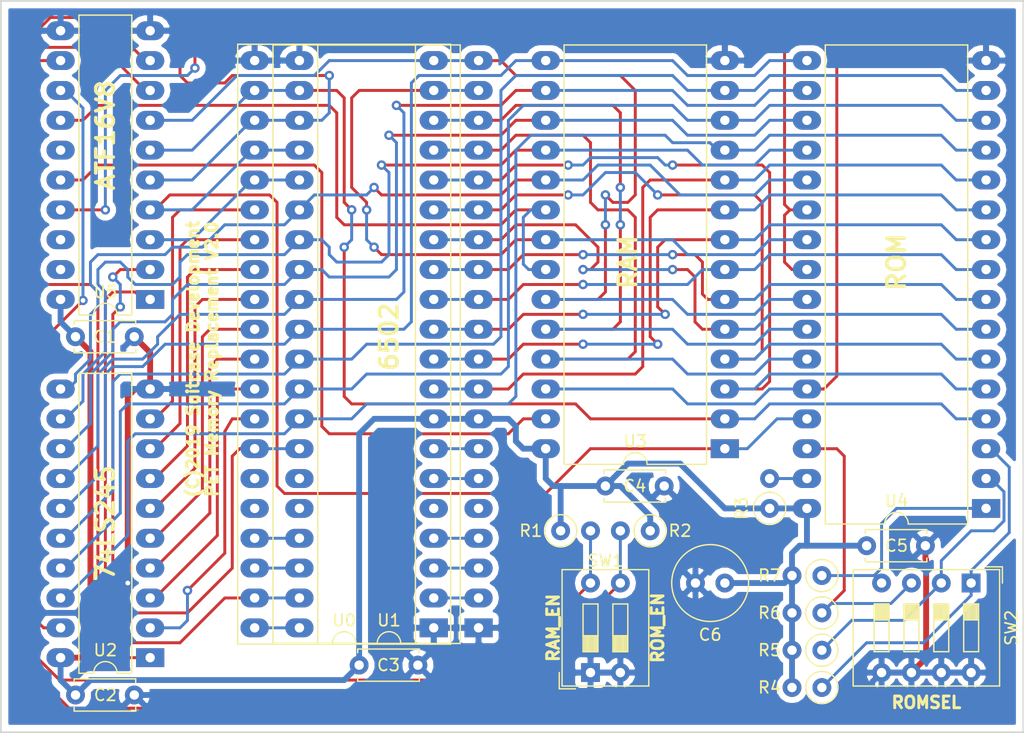
<source format=kicad_pcb>
(kicad_pcb (version 20171130) (host pcbnew "(5.0.2)-1")

  (general
    (thickness 1.6)
    (drawings 13)
    (tracks 786)
    (zones 0)
    (modules 21)
    (nets 66)
  )

  (page A4)
  (layers
    (0 F.Cu signal)
    (31 B.Cu signal)
    (32 B.Adhes user hide)
    (33 F.Adhes user hide)
    (34 B.Paste user hide)
    (35 F.Paste user hide)
    (36 B.SilkS user hide)
    (37 F.SilkS user)
    (38 B.Mask user hide)
    (39 F.Mask user hide)
    (40 Dwgs.User user hide)
    (41 Cmts.User user hide)
    (42 Eco1.User user hide)
    (43 Eco2.User user hide)
    (44 Edge.Cuts user)
    (45 Margin user)
    (46 B.CrtYd user hide)
    (47 F.CrtYd user hide)
    (48 B.Fab user hide)
    (49 F.Fab user hide)
  )

  (setup
    (last_trace_width 0.25)
    (trace_clearance 0.2)
    (zone_clearance 0.508)
    (zone_45_only no)
    (trace_min 0.2)
    (segment_width 0.2)
    (edge_width 0.15)
    (via_size 0.8)
    (via_drill 0.4)
    (via_min_size 0.4)
    (via_min_drill 0.3)
    (uvia_size 0.3)
    (uvia_drill 0.1)
    (uvias_allowed no)
    (uvia_min_size 0.2)
    (uvia_min_drill 0.1)
    (pcb_text_width 0.3)
    (pcb_text_size 1.5 1.5)
    (mod_edge_width 0.15)
    (mod_text_size 1 1)
    (mod_text_width 0.15)
    (pad_size 1.524 1.524)
    (pad_drill 0.762)
    (pad_to_mask_clearance 0.051)
    (solder_mask_min_width 0.25)
    (aux_axis_origin 0 0)
    (visible_elements 7FFFFFFF)
    (pcbplotparams
      (layerselection 0x010fc_ffffffff)
      (usegerberextensions false)
      (usegerberattributes true)
      (usegerberadvancedattributes false)
      (creategerberjobfile false)
      (excludeedgelayer false)
      (linewidth 0.100000)
      (plotframeref false)
      (viasonmask false)
      (mode 1)
      (useauxorigin false)
      (hpglpennumber 1)
      (hpglpenspeed 20)
      (hpglpendiameter 15.000000)
      (psnegative false)
      (psa4output false)
      (plotreference true)
      (plotvalue true)
      (plotinvisibletext false)
      (padsonsilk false)
      (subtractmaskfromsilk false)
      (outputformat 1)
      (mirror false)
      (drillshape 0)
      (scaleselection 1)
      (outputdirectory "C:/Users/renef/OneDrive/Documents/KiCAD/Test/test/Gerber/"))
  )

  (net 0 "")
  (net 1 +5V)
  (net 2 GND)
  (net 3 "Net-(R1-Pad2)")
  (net 4 "Net-(R2-Pad2)")
  (net 5 "Net-(R3-Pad2)")
  (net 6 /A12)
  (net 7 /RDY)
  (net 8 /A13)
  (net 9 /PHI1)
  (net 10 /A14)
  (net 11 /IRQ)
  (net 12 /A15)
  (net 13 "Net-(U0-Pad5)")
  (net 14 "Net-(U0-Pad26)")
  (net 15 /NMI)
  (net 16 "Net-(U0-Pad27)")
  (net 17 /SYNC)
  (net 18 "Net-(U0-Pad28)")
  (net 19 "Net-(U0-Pad29)")
  (net 20 /A0)
  (net 21 "Net-(U0-Pad30)")
  (net 22 /A1)
  (net 23 "Net-(U0-Pad31)")
  (net 24 /A2)
  (net 25 "Net-(U0-Pad32)")
  (net 26 /A3)
  (net 27 "Net-(U0-Pad33)")
  (net 28 /A4)
  (net 29 /A5)
  (net 30 "Net-(U0-Pad35)")
  (net 31 /A6)
  (net 32 "Net-(U0-Pad36)")
  (net 33 /A7)
  (net 34 /A8)
  (net 35 /A9)
  (net 36 /A10)
  (net 37 /A11)
  (net 38 "Net-(U1-Pad5)")
  (net 39 "Net-(U1-Pad35)")
  (net 40 "Net-(U1-Pad36)")
  (net 41 /D3)
  (net 42 /D4)
  (net 43 /D5)
  (net 44 /D6)
  (net 45 /D7)
  (net 46 "Net-(U3-Pad20)")
  (net 47 /D0)
  (net 48 /D1)
  (net 49 /D2)
  (net 50 "Net-(U3-Pad27)")
  (net 51 "Net-(U4-Pad22)")
  (net 52 "Net-(U2-Pad1)")
  (net 53 "Net-(U2-Pad19)")
  (net 54 "Net-(U5-Pad19)")
  (net 55 /_RW)
  (net 56 /PHI2)
  (net 57 /PHI0)
  (net 58 /SO)
  (net 59 /RESET)
  (net 60 /A16)
  (net 61 /A17)
  (net 62 /A18)
  (net 63 "Net-(U5-Pad18)")
  (net 64 "Net-(U5-Pad15)")
  (net 65 /A15R)

  (net_class Default "This is the default net class."
    (clearance 0.2)
    (trace_width 0.25)
    (via_dia 0.8)
    (via_drill 0.4)
    (uvia_dia 0.3)
    (uvia_drill 0.1)
    (add_net /A0)
    (add_net /A1)
    (add_net /A10)
    (add_net /A11)
    (add_net /A12)
    (add_net /A13)
    (add_net /A14)
    (add_net /A15)
    (add_net /A15R)
    (add_net /A16)
    (add_net /A17)
    (add_net /A18)
    (add_net /A2)
    (add_net /A3)
    (add_net /A4)
    (add_net /A5)
    (add_net /A6)
    (add_net /A7)
    (add_net /A8)
    (add_net /A9)
    (add_net /D0)
    (add_net /D1)
    (add_net /D2)
    (add_net /D3)
    (add_net /D4)
    (add_net /D5)
    (add_net /D6)
    (add_net /D7)
    (add_net /IRQ)
    (add_net /NMI)
    (add_net /PHI0)
    (add_net /PHI1)
    (add_net /PHI2)
    (add_net /RDY)
    (add_net /RESET)
    (add_net /SO)
    (add_net /SYNC)
    (add_net /_RW)
    (add_net "Net-(R1-Pad2)")
    (add_net "Net-(R2-Pad2)")
    (add_net "Net-(R3-Pad2)")
    (add_net "Net-(U0-Pad26)")
    (add_net "Net-(U0-Pad27)")
    (add_net "Net-(U0-Pad28)")
    (add_net "Net-(U0-Pad29)")
    (add_net "Net-(U0-Pad30)")
    (add_net "Net-(U0-Pad31)")
    (add_net "Net-(U0-Pad32)")
    (add_net "Net-(U0-Pad33)")
    (add_net "Net-(U0-Pad35)")
    (add_net "Net-(U0-Pad36)")
    (add_net "Net-(U0-Pad5)")
    (add_net "Net-(U1-Pad35)")
    (add_net "Net-(U1-Pad36)")
    (add_net "Net-(U1-Pad5)")
    (add_net "Net-(U2-Pad1)")
    (add_net "Net-(U2-Pad19)")
    (add_net "Net-(U3-Pad20)")
    (add_net "Net-(U3-Pad27)")
    (add_net "Net-(U4-Pad22)")
    (add_net "Net-(U5-Pad15)")
    (add_net "Net-(U5-Pad18)")
    (add_net "Net-(U5-Pad19)")
  )

  (net_class Power ""
    (clearance 0.2)
    (trace_width 0.5)
    (via_dia 0.8)
    (via_drill 0.4)
    (uvia_dia 0.3)
    (uvia_drill 0.1)
    (add_net +5V)
    (add_net GND)
  )

  (module Package_DIP:DIP-40_W15.24mm_Socket_LongPads (layer F.Cu) (tedit 5A02E8C5) (tstamp 5CCC2DE6)
    (at 59.69 93.98 180)
    (descr "40-lead though-hole mounted DIP package, row spacing 15.24 mm (600 mils), Socket, LongPads")
    (tags "THT DIP DIL PDIP 2.54mm 15.24mm 600mil Socket LongPads")
    (path /5CA08099)
    (fp_text reference U0 (at 7.62 0.635 180) (layer F.SilkS)
      (effects (font (size 1 1) (thickness 0.15)))
    )
    (fp_text value SOCKET (at 10.795 50.59 180) (layer F.Fab)
      (effects (font (size 1 1) (thickness 0.15)))
    )
    (fp_arc (start 7.62 -1.33) (end 6.62 -1.33) (angle -180) (layer F.SilkS) (width 0.12))
    (fp_line (start 1.255 -1.27) (end 14.985 -1.27) (layer F.Fab) (width 0.1))
    (fp_line (start 14.985 -1.27) (end 14.985 49.53) (layer F.Fab) (width 0.1))
    (fp_line (start 14.985 49.53) (end 0.255 49.53) (layer F.Fab) (width 0.1))
    (fp_line (start 0.255 49.53) (end 0.255 -0.27) (layer F.Fab) (width 0.1))
    (fp_line (start 0.255 -0.27) (end 1.255 -1.27) (layer F.Fab) (width 0.1))
    (fp_line (start -1.27 -1.33) (end -1.27 49.59) (layer F.Fab) (width 0.1))
    (fp_line (start -1.27 49.59) (end 16.51 49.59) (layer F.Fab) (width 0.1))
    (fp_line (start 16.51 49.59) (end 16.51 -1.33) (layer F.Fab) (width 0.1))
    (fp_line (start 16.51 -1.33) (end -1.27 -1.33) (layer F.Fab) (width 0.1))
    (fp_line (start 6.62 -1.33) (end 1.56 -1.33) (layer F.SilkS) (width 0.12))
    (fp_line (start 1.56 -1.33) (end 1.56 49.59) (layer F.SilkS) (width 0.12))
    (fp_line (start 1.56 49.59) (end 13.68 49.59) (layer F.SilkS) (width 0.12))
    (fp_line (start 13.68 49.59) (end 13.68 -1.33) (layer F.SilkS) (width 0.12))
    (fp_line (start 13.68 -1.33) (end 8.62 -1.33) (layer F.SilkS) (width 0.12))
    (fp_line (start -1.44 -1.39) (end -1.44 49.65) (layer F.SilkS) (width 0.12))
    (fp_line (start -1.44 49.65) (end 16.68 49.65) (layer F.SilkS) (width 0.12))
    (fp_line (start 16.68 49.65) (end 16.68 -1.39) (layer F.SilkS) (width 0.12))
    (fp_line (start 16.68 -1.39) (end -1.44 -1.39) (layer F.SilkS) (width 0.12))
    (fp_line (start -1.55 -1.6) (end -1.55 49.85) (layer F.CrtYd) (width 0.05))
    (fp_line (start -1.55 49.85) (end 16.8 49.85) (layer F.CrtYd) (width 0.05))
    (fp_line (start 16.8 49.85) (end 16.8 -1.6) (layer F.CrtYd) (width 0.05))
    (fp_line (start 16.8 -1.6) (end -1.55 -1.6) (layer F.CrtYd) (width 0.05))
    (fp_text user %R (at 7.62 24.13 180) (layer F.Fab)
      (effects (font (size 1 1) (thickness 0.15)))
    )
    (pad 1 thru_hole rect (at 0 0 180) (size 2.4 1.6) (drill 0.8) (layers *.Cu *.Mask)
      (net 2 GND))
    (pad 21 thru_hole oval (at 15.24 48.26 180) (size 2.4 1.6) (drill 0.8) (layers *.Cu *.Mask)
      (net 2 GND))
    (pad 2 thru_hole oval (at 0 2.54 180) (size 2.4 1.6) (drill 0.8) (layers *.Cu *.Mask)
      (net 7 /RDY))
    (pad 22 thru_hole oval (at 15.24 45.72 180) (size 2.4 1.6) (drill 0.8) (layers *.Cu *.Mask)
      (net 6 /A12))
    (pad 3 thru_hole oval (at 0 5.08 180) (size 2.4 1.6) (drill 0.8) (layers *.Cu *.Mask)
      (net 9 /PHI1))
    (pad 23 thru_hole oval (at 15.24 43.18 180) (size 2.4 1.6) (drill 0.8) (layers *.Cu *.Mask)
      (net 8 /A13))
    (pad 4 thru_hole oval (at 0 7.62 180) (size 2.4 1.6) (drill 0.8) (layers *.Cu *.Mask)
      (net 11 /IRQ))
    (pad 24 thru_hole oval (at 15.24 40.64 180) (size 2.4 1.6) (drill 0.8) (layers *.Cu *.Mask)
      (net 10 /A14))
    (pad 5 thru_hole oval (at 0 10.16 180) (size 2.4 1.6) (drill 0.8) (layers *.Cu *.Mask)
      (net 13 "Net-(U0-Pad5)"))
    (pad 25 thru_hole oval (at 15.24 38.1 180) (size 2.4 1.6) (drill 0.8) (layers *.Cu *.Mask)
      (net 12 /A15))
    (pad 6 thru_hole oval (at 0 12.7 180) (size 2.4 1.6) (drill 0.8) (layers *.Cu *.Mask)
      (net 15 /NMI))
    (pad 26 thru_hole oval (at 15.24 35.56 180) (size 2.4 1.6) (drill 0.8) (layers *.Cu *.Mask)
      (net 14 "Net-(U0-Pad26)"))
    (pad 7 thru_hole oval (at 0 15.24 180) (size 2.4 1.6) (drill 0.8) (layers *.Cu *.Mask)
      (net 17 /SYNC))
    (pad 27 thru_hole oval (at 15.24 33.02 180) (size 2.4 1.6) (drill 0.8) (layers *.Cu *.Mask)
      (net 16 "Net-(U0-Pad27)"))
    (pad 8 thru_hole oval (at 0 17.78 180) (size 2.4 1.6) (drill 0.8) (layers *.Cu *.Mask)
      (net 1 +5V))
    (pad 28 thru_hole oval (at 15.24 30.48 180) (size 2.4 1.6) (drill 0.8) (layers *.Cu *.Mask)
      (net 18 "Net-(U0-Pad28)"))
    (pad 9 thru_hole oval (at 0 20.32 180) (size 2.4 1.6) (drill 0.8) (layers *.Cu *.Mask)
      (net 20 /A0))
    (pad 29 thru_hole oval (at 15.24 27.94 180) (size 2.4 1.6) (drill 0.8) (layers *.Cu *.Mask)
      (net 19 "Net-(U0-Pad29)"))
    (pad 10 thru_hole oval (at 0 22.86 180) (size 2.4 1.6) (drill 0.8) (layers *.Cu *.Mask)
      (net 22 /A1))
    (pad 30 thru_hole oval (at 15.24 25.4 180) (size 2.4 1.6) (drill 0.8) (layers *.Cu *.Mask)
      (net 21 "Net-(U0-Pad30)"))
    (pad 11 thru_hole oval (at 0 25.4 180) (size 2.4 1.6) (drill 0.8) (layers *.Cu *.Mask)
      (net 24 /A2))
    (pad 31 thru_hole oval (at 15.24 22.86 180) (size 2.4 1.6) (drill 0.8) (layers *.Cu *.Mask)
      (net 23 "Net-(U0-Pad31)"))
    (pad 12 thru_hole oval (at 0 27.94 180) (size 2.4 1.6) (drill 0.8) (layers *.Cu *.Mask)
      (net 26 /A3))
    (pad 32 thru_hole oval (at 15.24 20.32 180) (size 2.4 1.6) (drill 0.8) (layers *.Cu *.Mask)
      (net 25 "Net-(U0-Pad32)"))
    (pad 13 thru_hole oval (at 0 30.48 180) (size 2.4 1.6) (drill 0.8) (layers *.Cu *.Mask)
      (net 28 /A4))
    (pad 33 thru_hole oval (at 15.24 17.78 180) (size 2.4 1.6) (drill 0.8) (layers *.Cu *.Mask)
      (net 27 "Net-(U0-Pad33)"))
    (pad 14 thru_hole oval (at 0 33.02 180) (size 2.4 1.6) (drill 0.8) (layers *.Cu *.Mask)
      (net 29 /A5))
    (pad 34 thru_hole oval (at 15.24 15.24 180) (size 2.4 1.6) (drill 0.8) (layers *.Cu *.Mask)
      (net 55 /_RW))
    (pad 15 thru_hole oval (at 0 35.56 180) (size 2.4 1.6) (drill 0.8) (layers *.Cu *.Mask)
      (net 31 /A6))
    (pad 35 thru_hole oval (at 15.24 12.7 180) (size 2.4 1.6) (drill 0.8) (layers *.Cu *.Mask)
      (net 30 "Net-(U0-Pad35)"))
    (pad 16 thru_hole oval (at 0 38.1 180) (size 2.4 1.6) (drill 0.8) (layers *.Cu *.Mask)
      (net 33 /A7))
    (pad 36 thru_hole oval (at 15.24 10.16 180) (size 2.4 1.6) (drill 0.8) (layers *.Cu *.Mask)
      (net 32 "Net-(U0-Pad36)"))
    (pad 17 thru_hole oval (at 0 40.64 180) (size 2.4 1.6) (drill 0.8) (layers *.Cu *.Mask)
      (net 34 /A8))
    (pad 37 thru_hole oval (at 15.24 7.62 180) (size 2.4 1.6) (drill 0.8) (layers *.Cu *.Mask)
      (net 57 /PHI0))
    (pad 18 thru_hole oval (at 0 43.18 180) (size 2.4 1.6) (drill 0.8) (layers *.Cu *.Mask)
      (net 35 /A9))
    (pad 38 thru_hole oval (at 15.24 5.08 180) (size 2.4 1.6) (drill 0.8) (layers *.Cu *.Mask)
      (net 58 /SO))
    (pad 19 thru_hole oval (at 0 45.72 180) (size 2.4 1.6) (drill 0.8) (layers *.Cu *.Mask)
      (net 36 /A10))
    (pad 39 thru_hole oval (at 15.24 2.54 180) (size 2.4 1.6) (drill 0.8) (layers *.Cu *.Mask)
      (net 56 /PHI2))
    (pad 20 thru_hole oval (at 0 48.26 180) (size 2.4 1.6) (drill 0.8) (layers *.Cu *.Mask)
      (net 37 /A11))
    (pad 40 thru_hole oval (at 15.24 0 180) (size 2.4 1.6) (drill 0.8) (layers *.Cu *.Mask)
      (net 59 /RESET))
    (model ${KISYS3DMOD}/Package_DIP.3dshapes/DIP-40_W15.24mm_Socket.wrl
      (at (xyz 0 0 0))
      (scale (xyz 1 1 1))
      (rotate (xyz 0 0 0))
    )
  )

  (module Button_Switch_THT:SW_DIP_SPSTx04_Slide_9.78x12.34mm_W7.62mm_P2.54mm (layer F.Cu) (tedit 5A4E1404) (tstamp 5D0513A7)
    (at 105.41 90.17 270)
    (descr "4x-dip-switch SPST , Slide, row spacing 7.62 mm (300 mils), body size 9.78x12.34mm (see e.g. https://www.ctscorp.com/wp-content/uploads/206-208.pdf)")
    (tags "DIP Switch SPST Slide 7.62mm 300mil")
    (path /5D12B3E2)
    (fp_text reference SW2 (at 3.81 -3.42 270) (layer F.SilkS)
      (effects (font (size 1 1) (thickness 0.15)))
    )
    (fp_text value ROMSEL (at 3.81 11.04 270) (layer F.Fab)
      (effects (font (size 1 1) (thickness 0.15)))
    )
    (fp_line (start -0.08 -2.36) (end 8.7 -2.36) (layer F.Fab) (width 0.1))
    (fp_line (start 8.7 -2.36) (end 8.7 9.98) (layer F.Fab) (width 0.1))
    (fp_line (start 8.7 9.98) (end -1.08 9.98) (layer F.Fab) (width 0.1))
    (fp_line (start -1.08 9.98) (end -1.08 -1.36) (layer F.Fab) (width 0.1))
    (fp_line (start -1.08 -1.36) (end -0.08 -2.36) (layer F.Fab) (width 0.1))
    (fp_line (start 1.78 -0.635) (end 1.78 0.635) (layer F.Fab) (width 0.1))
    (fp_line (start 1.78 0.635) (end 5.84 0.635) (layer F.Fab) (width 0.1))
    (fp_line (start 5.84 0.635) (end 5.84 -0.635) (layer F.Fab) (width 0.1))
    (fp_line (start 5.84 -0.635) (end 1.78 -0.635) (layer F.Fab) (width 0.1))
    (fp_line (start 1.78 -0.535) (end 3.133333 -0.535) (layer F.Fab) (width 0.1))
    (fp_line (start 1.78 -0.435) (end 3.133333 -0.435) (layer F.Fab) (width 0.1))
    (fp_line (start 1.78 -0.335) (end 3.133333 -0.335) (layer F.Fab) (width 0.1))
    (fp_line (start 1.78 -0.235) (end 3.133333 -0.235) (layer F.Fab) (width 0.1))
    (fp_line (start 1.78 -0.135) (end 3.133333 -0.135) (layer F.Fab) (width 0.1))
    (fp_line (start 1.78 -0.035) (end 3.133333 -0.035) (layer F.Fab) (width 0.1))
    (fp_line (start 1.78 0.065) (end 3.133333 0.065) (layer F.Fab) (width 0.1))
    (fp_line (start 1.78 0.165) (end 3.133333 0.165) (layer F.Fab) (width 0.1))
    (fp_line (start 1.78 0.265) (end 3.133333 0.265) (layer F.Fab) (width 0.1))
    (fp_line (start 1.78 0.365) (end 3.133333 0.365) (layer F.Fab) (width 0.1))
    (fp_line (start 1.78 0.465) (end 3.133333 0.465) (layer F.Fab) (width 0.1))
    (fp_line (start 1.78 0.565) (end 3.133333 0.565) (layer F.Fab) (width 0.1))
    (fp_line (start 3.133333 -0.635) (end 3.133333 0.635) (layer F.Fab) (width 0.1))
    (fp_line (start 1.78 1.905) (end 1.78 3.175) (layer F.Fab) (width 0.1))
    (fp_line (start 1.78 3.175) (end 5.84 3.175) (layer F.Fab) (width 0.1))
    (fp_line (start 5.84 3.175) (end 5.84 1.905) (layer F.Fab) (width 0.1))
    (fp_line (start 5.84 1.905) (end 1.78 1.905) (layer F.Fab) (width 0.1))
    (fp_line (start 1.78 2.005) (end 3.133333 2.005) (layer F.Fab) (width 0.1))
    (fp_line (start 1.78 2.105) (end 3.133333 2.105) (layer F.Fab) (width 0.1))
    (fp_line (start 1.78 2.205) (end 3.133333 2.205) (layer F.Fab) (width 0.1))
    (fp_line (start 1.78 2.305) (end 3.133333 2.305) (layer F.Fab) (width 0.1))
    (fp_line (start 1.78 2.405) (end 3.133333 2.405) (layer F.Fab) (width 0.1))
    (fp_line (start 1.78 2.505) (end 3.133333 2.505) (layer F.Fab) (width 0.1))
    (fp_line (start 1.78 2.605) (end 3.133333 2.605) (layer F.Fab) (width 0.1))
    (fp_line (start 1.78 2.705) (end 3.133333 2.705) (layer F.Fab) (width 0.1))
    (fp_line (start 1.78 2.805) (end 3.133333 2.805) (layer F.Fab) (width 0.1))
    (fp_line (start 1.78 2.905) (end 3.133333 2.905) (layer F.Fab) (width 0.1))
    (fp_line (start 1.78 3.005) (end 3.133333 3.005) (layer F.Fab) (width 0.1))
    (fp_line (start 1.78 3.105) (end 3.133333 3.105) (layer F.Fab) (width 0.1))
    (fp_line (start 3.133333 1.905) (end 3.133333 3.175) (layer F.Fab) (width 0.1))
    (fp_line (start 1.78 4.445) (end 1.78 5.715) (layer F.Fab) (width 0.1))
    (fp_line (start 1.78 5.715) (end 5.84 5.715) (layer F.Fab) (width 0.1))
    (fp_line (start 5.84 5.715) (end 5.84 4.445) (layer F.Fab) (width 0.1))
    (fp_line (start 5.84 4.445) (end 1.78 4.445) (layer F.Fab) (width 0.1))
    (fp_line (start 1.78 4.545) (end 3.133333 4.545) (layer F.Fab) (width 0.1))
    (fp_line (start 1.78 4.645) (end 3.133333 4.645) (layer F.Fab) (width 0.1))
    (fp_line (start 1.78 4.745) (end 3.133333 4.745) (layer F.Fab) (width 0.1))
    (fp_line (start 1.78 4.845) (end 3.133333 4.845) (layer F.Fab) (width 0.1))
    (fp_line (start 1.78 4.945) (end 3.133333 4.945) (layer F.Fab) (width 0.1))
    (fp_line (start 1.78 5.045) (end 3.133333 5.045) (layer F.Fab) (width 0.1))
    (fp_line (start 1.78 5.145) (end 3.133333 5.145) (layer F.Fab) (width 0.1))
    (fp_line (start 1.78 5.245) (end 3.133333 5.245) (layer F.Fab) (width 0.1))
    (fp_line (start 1.78 5.345) (end 3.133333 5.345) (layer F.Fab) (width 0.1))
    (fp_line (start 1.78 5.445) (end 3.133333 5.445) (layer F.Fab) (width 0.1))
    (fp_line (start 1.78 5.545) (end 3.133333 5.545) (layer F.Fab) (width 0.1))
    (fp_line (start 1.78 5.645) (end 3.133333 5.645) (layer F.Fab) (width 0.1))
    (fp_line (start 3.133333 4.445) (end 3.133333 5.715) (layer F.Fab) (width 0.1))
    (fp_line (start 1.78 6.985) (end 1.78 8.255) (layer F.Fab) (width 0.1))
    (fp_line (start 1.78 8.255) (end 5.84 8.255) (layer F.Fab) (width 0.1))
    (fp_line (start 5.84 8.255) (end 5.84 6.985) (layer F.Fab) (width 0.1))
    (fp_line (start 5.84 6.985) (end 1.78 6.985) (layer F.Fab) (width 0.1))
    (fp_line (start 1.78 7.085) (end 3.133333 7.085) (layer F.Fab) (width 0.1))
    (fp_line (start 1.78 7.185) (end 3.133333 7.185) (layer F.Fab) (width 0.1))
    (fp_line (start 1.78 7.285) (end 3.133333 7.285) (layer F.Fab) (width 0.1))
    (fp_line (start 1.78 7.385) (end 3.133333 7.385) (layer F.Fab) (width 0.1))
    (fp_line (start 1.78 7.485) (end 3.133333 7.485) (layer F.Fab) (width 0.1))
    (fp_line (start 1.78 7.585) (end 3.133333 7.585) (layer F.Fab) (width 0.1))
    (fp_line (start 1.78 7.685) (end 3.133333 7.685) (layer F.Fab) (width 0.1))
    (fp_line (start 1.78 7.785) (end 3.133333 7.785) (layer F.Fab) (width 0.1))
    (fp_line (start 1.78 7.885) (end 3.133333 7.885) (layer F.Fab) (width 0.1))
    (fp_line (start 1.78 7.985) (end 3.133333 7.985) (layer F.Fab) (width 0.1))
    (fp_line (start 1.78 8.085) (end 3.133333 8.085) (layer F.Fab) (width 0.1))
    (fp_line (start 1.78 8.185) (end 3.133333 8.185) (layer F.Fab) (width 0.1))
    (fp_line (start 3.133333 6.985) (end 3.133333 8.255) (layer F.Fab) (width 0.1))
    (fp_line (start -1.14 -2.42) (end 8.76 -2.42) (layer F.SilkS) (width 0.12))
    (fp_line (start -1.14 10.04) (end 8.76 10.04) (layer F.SilkS) (width 0.12))
    (fp_line (start -1.14 -2.42) (end -1.14 10.04) (layer F.SilkS) (width 0.12))
    (fp_line (start 8.76 -2.42) (end 8.76 10.04) (layer F.SilkS) (width 0.12))
    (fp_line (start -1.38 -2.66) (end 0.004 -2.66) (layer F.SilkS) (width 0.12))
    (fp_line (start -1.38 -2.66) (end -1.38 -1.277) (layer F.SilkS) (width 0.12))
    (fp_line (start 1.78 -0.635) (end 1.78 0.635) (layer F.SilkS) (width 0.12))
    (fp_line (start 1.78 0.635) (end 5.84 0.635) (layer F.SilkS) (width 0.12))
    (fp_line (start 5.84 0.635) (end 5.84 -0.635) (layer F.SilkS) (width 0.12))
    (fp_line (start 5.84 -0.635) (end 1.78 -0.635) (layer F.SilkS) (width 0.12))
    (fp_line (start 1.78 -0.515) (end 3.133333 -0.515) (layer F.SilkS) (width 0.12))
    (fp_line (start 1.78 -0.395) (end 3.133333 -0.395) (layer F.SilkS) (width 0.12))
    (fp_line (start 1.78 -0.275) (end 3.133333 -0.275) (layer F.SilkS) (width 0.12))
    (fp_line (start 1.78 -0.155) (end 3.133333 -0.155) (layer F.SilkS) (width 0.12))
    (fp_line (start 1.78 -0.035) (end 3.133333 -0.035) (layer F.SilkS) (width 0.12))
    (fp_line (start 1.78 0.085) (end 3.133333 0.085) (layer F.SilkS) (width 0.12))
    (fp_line (start 1.78 0.205) (end 3.133333 0.205) (layer F.SilkS) (width 0.12))
    (fp_line (start 1.78 0.325) (end 3.133333 0.325) (layer F.SilkS) (width 0.12))
    (fp_line (start 1.78 0.445) (end 3.133333 0.445) (layer F.SilkS) (width 0.12))
    (fp_line (start 1.78 0.565) (end 3.133333 0.565) (layer F.SilkS) (width 0.12))
    (fp_line (start 3.133333 -0.635) (end 3.133333 0.635) (layer F.SilkS) (width 0.12))
    (fp_line (start 1.78 1.905) (end 1.78 3.175) (layer F.SilkS) (width 0.12))
    (fp_line (start 1.78 3.175) (end 5.84 3.175) (layer F.SilkS) (width 0.12))
    (fp_line (start 5.84 3.175) (end 5.84 1.905) (layer F.SilkS) (width 0.12))
    (fp_line (start 5.84 1.905) (end 1.78 1.905) (layer F.SilkS) (width 0.12))
    (fp_line (start 1.78 2.025) (end 3.133333 2.025) (layer F.SilkS) (width 0.12))
    (fp_line (start 1.78 2.145) (end 3.133333 2.145) (layer F.SilkS) (width 0.12))
    (fp_line (start 1.78 2.265) (end 3.133333 2.265) (layer F.SilkS) (width 0.12))
    (fp_line (start 1.78 2.385) (end 3.133333 2.385) (layer F.SilkS) (width 0.12))
    (fp_line (start 1.78 2.505) (end 3.133333 2.505) (layer F.SilkS) (width 0.12))
    (fp_line (start 1.78 2.625) (end 3.133333 2.625) (layer F.SilkS) (width 0.12))
    (fp_line (start 1.78 2.745) (end 3.133333 2.745) (layer F.SilkS) (width 0.12))
    (fp_line (start 1.78 2.865) (end 3.133333 2.865) (layer F.SilkS) (width 0.12))
    (fp_line (start 1.78 2.985) (end 3.133333 2.985) (layer F.SilkS) (width 0.12))
    (fp_line (start 1.78 3.105) (end 3.133333 3.105) (layer F.SilkS) (width 0.12))
    (fp_line (start 3.133333 1.905) (end 3.133333 3.175) (layer F.SilkS) (width 0.12))
    (fp_line (start 1.78 4.445) (end 1.78 5.715) (layer F.SilkS) (width 0.12))
    (fp_line (start 1.78 5.715) (end 5.84 5.715) (layer F.SilkS) (width 0.12))
    (fp_line (start 5.84 5.715) (end 5.84 4.445) (layer F.SilkS) (width 0.12))
    (fp_line (start 5.84 4.445) (end 1.78 4.445) (layer F.SilkS) (width 0.12))
    (fp_line (start 1.78 4.565) (end 3.133333 4.565) (layer F.SilkS) (width 0.12))
    (fp_line (start 1.78 4.685) (end 3.133333 4.685) (layer F.SilkS) (width 0.12))
    (fp_line (start 1.78 4.805) (end 3.133333 4.805) (layer F.SilkS) (width 0.12))
    (fp_line (start 1.78 4.925) (end 3.133333 4.925) (layer F.SilkS) (width 0.12))
    (fp_line (start 1.78 5.045) (end 3.133333 5.045) (layer F.SilkS) (width 0.12))
    (fp_line (start 1.78 5.165) (end 3.133333 5.165) (layer F.SilkS) (width 0.12))
    (fp_line (start 1.78 5.285) (end 3.133333 5.285) (layer F.SilkS) (width 0.12))
    (fp_line (start 1.78 5.405) (end 3.133333 5.405) (layer F.SilkS) (width 0.12))
    (fp_line (start 1.78 5.525) (end 3.133333 5.525) (layer F.SilkS) (width 0.12))
    (fp_line (start 1.78 5.645) (end 3.133333 5.645) (layer F.SilkS) (width 0.12))
    (fp_line (start 3.133333 4.445) (end 3.133333 5.715) (layer F.SilkS) (width 0.12))
    (fp_line (start 1.78 6.985) (end 1.78 8.255) (layer F.SilkS) (width 0.12))
    (fp_line (start 1.78 8.255) (end 5.84 8.255) (layer F.SilkS) (width 0.12))
    (fp_line (start 5.84 8.255) (end 5.84 6.985) (layer F.SilkS) (width 0.12))
    (fp_line (start 5.84 6.985) (end 1.78 6.985) (layer F.SilkS) (width 0.12))
    (fp_line (start 1.78 7.105) (end 3.133333 7.105) (layer F.SilkS) (width 0.12))
    (fp_line (start 1.78 7.225) (end 3.133333 7.225) (layer F.SilkS) (width 0.12))
    (fp_line (start 1.78 7.345) (end 3.133333 7.345) (layer F.SilkS) (width 0.12))
    (fp_line (start 1.78 7.465) (end 3.133333 7.465) (layer F.SilkS) (width 0.12))
    (fp_line (start 1.78 7.585) (end 3.133333 7.585) (layer F.SilkS) (width 0.12))
    (fp_line (start 1.78 7.705) (end 3.133333 7.705) (layer F.SilkS) (width 0.12))
    (fp_line (start 1.78 7.825) (end 3.133333 7.825) (layer F.SilkS) (width 0.12))
    (fp_line (start 1.78 7.945) (end 3.133333 7.945) (layer F.SilkS) (width 0.12))
    (fp_line (start 1.78 8.065) (end 3.133333 8.065) (layer F.SilkS) (width 0.12))
    (fp_line (start 1.78 8.185) (end 3.133333 8.185) (layer F.SilkS) (width 0.12))
    (fp_line (start 3.133333 6.985) (end 3.133333 8.255) (layer F.SilkS) (width 0.12))
    (fp_line (start -1.35 -2.7) (end -1.35 10.3) (layer F.CrtYd) (width 0.05))
    (fp_line (start -1.35 10.3) (end 8.95 10.3) (layer F.CrtYd) (width 0.05))
    (fp_line (start 8.95 10.3) (end 8.95 -2.7) (layer F.CrtYd) (width 0.05))
    (fp_line (start 8.95 -2.7) (end -1.35 -2.7) (layer F.CrtYd) (width 0.05))
    (fp_text user %R (at 7.27 3.81) (layer F.Fab)
      (effects (font (size 0.8 0.8) (thickness 0.12)))
    )
    (fp_text user on (at 5.365 -1.4975 270) (layer F.Fab)
      (effects (font (size 0.8 0.8) (thickness 0.12)))
    )
    (pad 1 thru_hole rect (at 0 0 270) (size 1.6 1.6) (drill 0.8) (layers *.Cu *.Mask)
      (net 65 /A15R))
    (pad 5 thru_hole oval (at 7.62 7.62 270) (size 1.6 1.6) (drill 0.8) (layers *.Cu *.Mask)
      (net 2 GND))
    (pad 2 thru_hole oval (at 0 2.54 270) (size 1.6 1.6) (drill 0.8) (layers *.Cu *.Mask)
      (net 60 /A16))
    (pad 6 thru_hole oval (at 7.62 5.08 270) (size 1.6 1.6) (drill 0.8) (layers *.Cu *.Mask)
      (net 2 GND))
    (pad 3 thru_hole oval (at 0 5.08 270) (size 1.6 1.6) (drill 0.8) (layers *.Cu *.Mask)
      (net 61 /A17))
    (pad 7 thru_hole oval (at 7.62 2.54 270) (size 1.6 1.6) (drill 0.8) (layers *.Cu *.Mask)
      (net 2 GND))
    (pad 4 thru_hole oval (at 0 7.62 270) (size 1.6 1.6) (drill 0.8) (layers *.Cu *.Mask)
      (net 62 /A18))
    (pad 8 thru_hole oval (at 7.62 0 270) (size 1.6 1.6) (drill 0.8) (layers *.Cu *.Mask)
      (net 2 GND))
    (model ${KISYS3DMOD}/Button_Switch_THT.3dshapes/SW_DIP_SPSTx04_Slide_9.78x12.34mm_W7.62mm_P2.54mm.wrl
      (at (xyz 0 0 0))
      (scale (xyz 1 1 1))
      (rotate (xyz 0 0 90))
    )
  )

  (module Package_DIP:DIP-32_W15.24mm_LongPads (layer F.Cu) (tedit 5A02E8C5) (tstamp 5D051104)
    (at 106.68 83.82 180)
    (descr "32-lead though-hole mounted DIP package, row spacing 15.24 mm (600 mils), LongPads")
    (tags "THT DIP DIL PDIP 2.54mm 15.24mm 600mil LongPads")
    (path /5D08D687)
    (fp_text reference U4 (at 7.62 0.635 180) (layer F.SilkS)
      (effects (font (size 1 1) (thickness 0.15)))
    )
    (fp_text value SST39SF040 (at 7.62 40.43 180) (layer F.Fab)
      (effects (font (size 1 1) (thickness 0.15)))
    )
    (fp_arc (start 7.62 -1.33) (end 6.62 -1.33) (angle -180) (layer F.SilkS) (width 0.12))
    (fp_line (start 1.255 -1.27) (end 14.985 -1.27) (layer F.Fab) (width 0.1))
    (fp_line (start 14.985 -1.27) (end 14.985 39.37) (layer F.Fab) (width 0.1))
    (fp_line (start 14.985 39.37) (end 0.255 39.37) (layer F.Fab) (width 0.1))
    (fp_line (start 0.255 39.37) (end 0.255 -0.27) (layer F.Fab) (width 0.1))
    (fp_line (start 0.255 -0.27) (end 1.255 -1.27) (layer F.Fab) (width 0.1))
    (fp_line (start 6.62 -1.33) (end 1.56 -1.33) (layer F.SilkS) (width 0.12))
    (fp_line (start 1.56 -1.33) (end 1.56 39.43) (layer F.SilkS) (width 0.12))
    (fp_line (start 1.56 39.43) (end 13.68 39.43) (layer F.SilkS) (width 0.12))
    (fp_line (start 13.68 39.43) (end 13.68 -1.33) (layer F.SilkS) (width 0.12))
    (fp_line (start 13.68 -1.33) (end 8.62 -1.33) (layer F.SilkS) (width 0.12))
    (fp_line (start -1.5 -1.55) (end -1.5 39.65) (layer F.CrtYd) (width 0.05))
    (fp_line (start -1.5 39.65) (end 16.7 39.65) (layer F.CrtYd) (width 0.05))
    (fp_line (start 16.7 39.65) (end 16.7 -1.55) (layer F.CrtYd) (width 0.05))
    (fp_line (start 16.7 -1.55) (end -1.5 -1.55) (layer F.CrtYd) (width 0.05))
    (fp_text user %R (at 7.62 19.05 180) (layer F.Fab)
      (effects (font (size 1 1) (thickness 0.15)))
    )
    (pad 1 thru_hole rect (at 0 0 180) (size 2.4 1.6) (drill 0.8) (layers *.Cu *.Mask)
      (net 62 /A18))
    (pad 17 thru_hole oval (at 15.24 38.1 180) (size 2.4 1.6) (drill 0.8) (layers *.Cu *.Mask)
      (net 41 /D3))
    (pad 2 thru_hole oval (at 0 2.54 180) (size 2.4 1.6) (drill 0.8) (layers *.Cu *.Mask)
      (net 60 /A16))
    (pad 18 thru_hole oval (at 15.24 35.56 180) (size 2.4 1.6) (drill 0.8) (layers *.Cu *.Mask)
      (net 42 /D4))
    (pad 3 thru_hole oval (at 0 5.08 180) (size 2.4 1.6) (drill 0.8) (layers *.Cu *.Mask)
      (net 65 /A15R))
    (pad 19 thru_hole oval (at 15.24 33.02 180) (size 2.4 1.6) (drill 0.8) (layers *.Cu *.Mask)
      (net 43 /D5))
    (pad 4 thru_hole oval (at 0 7.62 180) (size 2.4 1.6) (drill 0.8) (layers *.Cu *.Mask)
      (net 6 /A12))
    (pad 20 thru_hole oval (at 15.24 30.48 180) (size 2.4 1.6) (drill 0.8) (layers *.Cu *.Mask)
      (net 44 /D6))
    (pad 5 thru_hole oval (at 0 10.16 180) (size 2.4 1.6) (drill 0.8) (layers *.Cu *.Mask)
      (net 33 /A7))
    (pad 21 thru_hole oval (at 15.24 27.94 180) (size 2.4 1.6) (drill 0.8) (layers *.Cu *.Mask)
      (net 45 /D7))
    (pad 6 thru_hole oval (at 0 12.7 180) (size 2.4 1.6) (drill 0.8) (layers *.Cu *.Mask)
      (net 31 /A6))
    (pad 22 thru_hole oval (at 15.24 25.4 180) (size 2.4 1.6) (drill 0.8) (layers *.Cu *.Mask)
      (net 51 "Net-(U4-Pad22)"))
    (pad 7 thru_hole oval (at 0 15.24 180) (size 2.4 1.6) (drill 0.8) (layers *.Cu *.Mask)
      (net 29 /A5))
    (pad 23 thru_hole oval (at 15.24 22.86 180) (size 2.4 1.6) (drill 0.8) (layers *.Cu *.Mask)
      (net 36 /A10))
    (pad 8 thru_hole oval (at 0 17.78 180) (size 2.4 1.6) (drill 0.8) (layers *.Cu *.Mask)
      (net 28 /A4))
    (pad 24 thru_hole oval (at 15.24 20.32 180) (size 2.4 1.6) (drill 0.8) (layers *.Cu *.Mask)
      (net 51 "Net-(U4-Pad22)"))
    (pad 9 thru_hole oval (at 0 20.32 180) (size 2.4 1.6) (drill 0.8) (layers *.Cu *.Mask)
      (net 26 /A3))
    (pad 25 thru_hole oval (at 15.24 17.78 180) (size 2.4 1.6) (drill 0.8) (layers *.Cu *.Mask)
      (net 37 /A11))
    (pad 10 thru_hole oval (at 0 22.86 180) (size 2.4 1.6) (drill 0.8) (layers *.Cu *.Mask)
      (net 24 /A2))
    (pad 26 thru_hole oval (at 15.24 15.24 180) (size 2.4 1.6) (drill 0.8) (layers *.Cu *.Mask)
      (net 35 /A9))
    (pad 11 thru_hole oval (at 0 25.4 180) (size 2.4 1.6) (drill 0.8) (layers *.Cu *.Mask)
      (net 22 /A1))
    (pad 27 thru_hole oval (at 15.24 12.7 180) (size 2.4 1.6) (drill 0.8) (layers *.Cu *.Mask)
      (net 34 /A8))
    (pad 12 thru_hole oval (at 0 27.94 180) (size 2.4 1.6) (drill 0.8) (layers *.Cu *.Mask)
      (net 20 /A0))
    (pad 28 thru_hole oval (at 15.24 10.16 180) (size 2.4 1.6) (drill 0.8) (layers *.Cu *.Mask)
      (net 8 /A13))
    (pad 13 thru_hole oval (at 0 30.48 180) (size 2.4 1.6) (drill 0.8) (layers *.Cu *.Mask)
      (net 47 /D0))
    (pad 29 thru_hole oval (at 15.24 7.62 180) (size 2.4 1.6) (drill 0.8) (layers *.Cu *.Mask)
      (net 10 /A14))
    (pad 14 thru_hole oval (at 0 33.02 180) (size 2.4 1.6) (drill 0.8) (layers *.Cu *.Mask)
      (net 48 /D1))
    (pad 30 thru_hole oval (at 15.24 5.08 180) (size 2.4 1.6) (drill 0.8) (layers *.Cu *.Mask)
      (net 61 /A17))
    (pad 15 thru_hole oval (at 0 35.56 180) (size 2.4 1.6) (drill 0.8) (layers *.Cu *.Mask)
      (net 49 /D2))
    (pad 31 thru_hole oval (at 15.24 2.54 180) (size 2.4 1.6) (drill 0.8) (layers *.Cu *.Mask)
      (net 5 "Net-(R3-Pad2)"))
    (pad 16 thru_hole oval (at 0 38.1 180) (size 2.4 1.6) (drill 0.8) (layers *.Cu *.Mask)
      (net 2 GND))
    (pad 32 thru_hole oval (at 15.24 0 180) (size 2.4 1.6) (drill 0.8) (layers *.Cu *.Mask)
      (net 1 +5V))
    (model ${KISYS3DMOD}/Package_DIP.3dshapes/DIP-32_W15.24mm.wrl
      (at (xyz 0 0 0))
      (scale (xyz 1 1 1))
      (rotate (xyz 0 0 0))
    )
  )

  (module Resistor_THT:R_Axial_DIN0207_L6.3mm_D2.5mm_P2.54mm_Vertical (layer F.Cu) (tedit 5AE5139B) (tstamp 5D050FCF)
    (at 92.71 89.535 180)
    (descr "Resistor, Axial_DIN0207 series, Axial, Vertical, pin pitch=2.54mm, 0.25W = 1/4W, length*diameter=6.3*2.5mm^2, http://cdn-reichelt.de/documents/datenblatt/B400/1_4W%23YAG.pdf")
    (tags "Resistor Axial_DIN0207 series Axial Vertical pin pitch 2.54mm 0.25W = 1/4W length 6.3mm diameter 2.5mm")
    (path /5D19CB2A)
    (fp_text reference R7 (at 4.445 0 180) (layer F.SilkS)
      (effects (font (size 1 1) (thickness 0.15)))
    )
    (fp_text value 10k (at 1.27 2.37 180) (layer F.Fab)
      (effects (font (size 1 1) (thickness 0.15)))
    )
    (fp_text user %R (at 1.27 -2.37 180) (layer F.Fab)
      (effects (font (size 1 1) (thickness 0.15)))
    )
    (fp_line (start 3.59 -1.5) (end -1.5 -1.5) (layer F.CrtYd) (width 0.05))
    (fp_line (start 3.59 1.5) (end 3.59 -1.5) (layer F.CrtYd) (width 0.05))
    (fp_line (start -1.5 1.5) (end 3.59 1.5) (layer F.CrtYd) (width 0.05))
    (fp_line (start -1.5 -1.5) (end -1.5 1.5) (layer F.CrtYd) (width 0.05))
    (fp_line (start 1.37 0) (end 1.44 0) (layer F.SilkS) (width 0.12))
    (fp_line (start 0 0) (end 2.54 0) (layer F.Fab) (width 0.1))
    (fp_circle (center 0 0) (end 1.37 0) (layer F.SilkS) (width 0.12))
    (fp_circle (center 0 0) (end 1.25 0) (layer F.Fab) (width 0.1))
    (pad 2 thru_hole oval (at 2.54 0 180) (size 1.6 1.6) (drill 0.8) (layers *.Cu *.Mask)
      (net 1 +5V))
    (pad 1 thru_hole circle (at 0 0 180) (size 1.6 1.6) (drill 0.8) (layers *.Cu *.Mask)
      (net 62 /A18))
    (model ${KISYS3DMOD}/Resistor_THT.3dshapes/R_Axial_DIN0207_L6.3mm_D2.5mm_P2.54mm_Vertical.wrl
      (at (xyz 0 0 0))
      (scale (xyz 1 1 1))
      (rotate (xyz 0 0 0))
    )
  )

  (module Resistor_THT:R_Axial_DIN0207_L6.3mm_D2.5mm_P2.54mm_Vertical (layer F.Cu) (tedit 5AE5139B) (tstamp 5D050FC0)
    (at 92.71 92.71 180)
    (descr "Resistor, Axial_DIN0207 series, Axial, Vertical, pin pitch=2.54mm, 0.25W = 1/4W, length*diameter=6.3*2.5mm^2, http://cdn-reichelt.de/documents/datenblatt/B400/1_4W%23YAG.pdf")
    (tags "Resistor Axial_DIN0207 series Axial Vertical pin pitch 2.54mm 0.25W = 1/4W length 6.3mm diameter 2.5mm")
    (path /5D19CAC1)
    (fp_text reference R6 (at 4.445 0 180) (layer F.SilkS)
      (effects (font (size 1 1) (thickness 0.15)))
    )
    (fp_text value 10k (at 1.27 2.37 180) (layer F.Fab)
      (effects (font (size 1 1) (thickness 0.15)))
    )
    (fp_circle (center 0 0) (end 1.25 0) (layer F.Fab) (width 0.1))
    (fp_circle (center 0 0) (end 1.37 0) (layer F.SilkS) (width 0.12))
    (fp_line (start 0 0) (end 2.54 0) (layer F.Fab) (width 0.1))
    (fp_line (start 1.37 0) (end 1.44 0) (layer F.SilkS) (width 0.12))
    (fp_line (start -1.5 -1.5) (end -1.5 1.5) (layer F.CrtYd) (width 0.05))
    (fp_line (start -1.5 1.5) (end 3.59 1.5) (layer F.CrtYd) (width 0.05))
    (fp_line (start 3.59 1.5) (end 3.59 -1.5) (layer F.CrtYd) (width 0.05))
    (fp_line (start 3.59 -1.5) (end -1.5 -1.5) (layer F.CrtYd) (width 0.05))
    (fp_text user %R (at 1.27 -2.37 180) (layer F.Fab)
      (effects (font (size 1 1) (thickness 0.15)))
    )
    (pad 1 thru_hole circle (at 0 0 180) (size 1.6 1.6) (drill 0.8) (layers *.Cu *.Mask)
      (net 61 /A17))
    (pad 2 thru_hole oval (at 2.54 0 180) (size 1.6 1.6) (drill 0.8) (layers *.Cu *.Mask)
      (net 1 +5V))
    (model ${KISYS3DMOD}/Resistor_THT.3dshapes/R_Axial_DIN0207_L6.3mm_D2.5mm_P2.54mm_Vertical.wrl
      (at (xyz 0 0 0))
      (scale (xyz 1 1 1))
      (rotate (xyz 0 0 0))
    )
  )

  (module Resistor_THT:R_Axial_DIN0207_L6.3mm_D2.5mm_P2.54mm_Vertical (layer F.Cu) (tedit 5AE5139B) (tstamp 5D050FB1)
    (at 92.71 95.885 180)
    (descr "Resistor, Axial_DIN0207 series, Axial, Vertical, pin pitch=2.54mm, 0.25W = 1/4W, length*diameter=6.3*2.5mm^2, http://cdn-reichelt.de/documents/datenblatt/B400/1_4W%23YAG.pdf")
    (tags "Resistor Axial_DIN0207 series Axial Vertical pin pitch 2.54mm 0.25W = 1/4W length 6.3mm diameter 2.5mm")
    (path /5D19C9FD)
    (fp_text reference R5 (at 4.445 0 180) (layer F.SilkS)
      (effects (font (size 1 1) (thickness 0.15)))
    )
    (fp_text value 10k (at 1.27 2.37 180) (layer F.Fab)
      (effects (font (size 1 1) (thickness 0.15)))
    )
    (fp_text user %R (at 1.27 -2.37 180) (layer F.Fab)
      (effects (font (size 1 1) (thickness 0.15)))
    )
    (fp_line (start 3.59 -1.5) (end -1.5 -1.5) (layer F.CrtYd) (width 0.05))
    (fp_line (start 3.59 1.5) (end 3.59 -1.5) (layer F.CrtYd) (width 0.05))
    (fp_line (start -1.5 1.5) (end 3.59 1.5) (layer F.CrtYd) (width 0.05))
    (fp_line (start -1.5 -1.5) (end -1.5 1.5) (layer F.CrtYd) (width 0.05))
    (fp_line (start 1.37 0) (end 1.44 0) (layer F.SilkS) (width 0.12))
    (fp_line (start 0 0) (end 2.54 0) (layer F.Fab) (width 0.1))
    (fp_circle (center 0 0) (end 1.37 0) (layer F.SilkS) (width 0.12))
    (fp_circle (center 0 0) (end 1.25 0) (layer F.Fab) (width 0.1))
    (pad 2 thru_hole oval (at 2.54 0 180) (size 1.6 1.6) (drill 0.8) (layers *.Cu *.Mask)
      (net 1 +5V))
    (pad 1 thru_hole circle (at 0 0 180) (size 1.6 1.6) (drill 0.8) (layers *.Cu *.Mask)
      (net 60 /A16))
    (model ${KISYS3DMOD}/Resistor_THT.3dshapes/R_Axial_DIN0207_L6.3mm_D2.5mm_P2.54mm_Vertical.wrl
      (at (xyz 0 0 0))
      (scale (xyz 1 1 1))
      (rotate (xyz 0 0 0))
    )
  )

  (module Resistor_THT:R_Axial_DIN0207_L6.3mm_D2.5mm_P2.54mm_Vertical (layer F.Cu) (tedit 5AE5139B) (tstamp 5D050FA2)
    (at 92.71 99.06 180)
    (descr "Resistor, Axial_DIN0207 series, Axial, Vertical, pin pitch=2.54mm, 0.25W = 1/4W, length*diameter=6.3*2.5mm^2, http://cdn-reichelt.de/documents/datenblatt/B400/1_4W%23YAG.pdf")
    (tags "Resistor Axial_DIN0207 series Axial Vertical pin pitch 2.54mm 0.25W = 1/4W length 6.3mm diameter 2.5mm")
    (path /5D19C96A)
    (fp_text reference R4 (at 4.445 0 180) (layer F.SilkS)
      (effects (font (size 1 1) (thickness 0.15)))
    )
    (fp_text value 10k (at 1.27 2.37 180) (layer F.Fab)
      (effects (font (size 1 1) (thickness 0.15)))
    )
    (fp_circle (center 0 0) (end 1.25 0) (layer F.Fab) (width 0.1))
    (fp_circle (center 0 0) (end 1.37 0) (layer F.SilkS) (width 0.12))
    (fp_line (start 0 0) (end 2.54 0) (layer F.Fab) (width 0.1))
    (fp_line (start 1.37 0) (end 1.44 0) (layer F.SilkS) (width 0.12))
    (fp_line (start -1.5 -1.5) (end -1.5 1.5) (layer F.CrtYd) (width 0.05))
    (fp_line (start -1.5 1.5) (end 3.59 1.5) (layer F.CrtYd) (width 0.05))
    (fp_line (start 3.59 1.5) (end 3.59 -1.5) (layer F.CrtYd) (width 0.05))
    (fp_line (start 3.59 -1.5) (end -1.5 -1.5) (layer F.CrtYd) (width 0.05))
    (fp_text user %R (at 1.27 -2.37 180) (layer F.Fab)
      (effects (font (size 1 1) (thickness 0.15)))
    )
    (pad 1 thru_hole circle (at 0 0 180) (size 1.6 1.6) (drill 0.8) (layers *.Cu *.Mask)
      (net 65 /A15R))
    (pad 2 thru_hole oval (at 2.54 0 180) (size 1.6 1.6) (drill 0.8) (layers *.Cu *.Mask)
      (net 1 +5V))
    (model ${KISYS3DMOD}/Resistor_THT.3dshapes/R_Axial_DIN0207_L6.3mm_D2.5mm_P2.54mm_Vertical.wrl
      (at (xyz 0 0 0))
      (scale (xyz 1 1 1))
      (rotate (xyz 0 0 0))
    )
  )

  (module Button_Switch_THT:SW_DIP_SPSTx02_Slide_9.78x7.26mm_W7.62mm_P2.54mm (layer F.Cu) (tedit 5A4E1404) (tstamp 5CCC2F9E)
    (at 73.025 97.79 90)
    (descr "2x-dip-switch SPST , Slide, row spacing 7.62 mm (300 mils), body size 9.78x7.26mm (see e.g. https://www.ctscorp.com/wp-content/uploads/206-208.pdf)")
    (tags "DIP Switch SPST Slide 7.62mm 300mil")
    (path /5CB207CC)
    (fp_text reference SW1 (at 9.525 1.27 180) (layer F.SilkS)
      (effects (font (size 1 1) (thickness 0.15)))
    )
    (fp_text value DIP (at 3.81 5.96 90) (layer F.Fab)
      (effects (font (size 1 1) (thickness 0.15)))
    )
    (fp_line (start -0.08 -2.36) (end 8.7 -2.36) (layer F.Fab) (width 0.1))
    (fp_line (start 8.7 -2.36) (end 8.7 4.9) (layer F.Fab) (width 0.1))
    (fp_line (start 8.7 4.9) (end -1.08 4.9) (layer F.Fab) (width 0.1))
    (fp_line (start -1.08 4.9) (end -1.08 -1.36) (layer F.Fab) (width 0.1))
    (fp_line (start -1.08 -1.36) (end -0.08 -2.36) (layer F.Fab) (width 0.1))
    (fp_line (start 1.78 -0.635) (end 1.78 0.635) (layer F.Fab) (width 0.1))
    (fp_line (start 1.78 0.635) (end 5.84 0.635) (layer F.Fab) (width 0.1))
    (fp_line (start 5.84 0.635) (end 5.84 -0.635) (layer F.Fab) (width 0.1))
    (fp_line (start 5.84 -0.635) (end 1.78 -0.635) (layer F.Fab) (width 0.1))
    (fp_line (start 1.78 -0.535) (end 3.133333 -0.535) (layer F.Fab) (width 0.1))
    (fp_line (start 1.78 -0.435) (end 3.133333 -0.435) (layer F.Fab) (width 0.1))
    (fp_line (start 1.78 -0.335) (end 3.133333 -0.335) (layer F.Fab) (width 0.1))
    (fp_line (start 1.78 -0.235) (end 3.133333 -0.235) (layer F.Fab) (width 0.1))
    (fp_line (start 1.78 -0.135) (end 3.133333 -0.135) (layer F.Fab) (width 0.1))
    (fp_line (start 1.78 -0.035) (end 3.133333 -0.035) (layer F.Fab) (width 0.1))
    (fp_line (start 1.78 0.065) (end 3.133333 0.065) (layer F.Fab) (width 0.1))
    (fp_line (start 1.78 0.165) (end 3.133333 0.165) (layer F.Fab) (width 0.1))
    (fp_line (start 1.78 0.265) (end 3.133333 0.265) (layer F.Fab) (width 0.1))
    (fp_line (start 1.78 0.365) (end 3.133333 0.365) (layer F.Fab) (width 0.1))
    (fp_line (start 1.78 0.465) (end 3.133333 0.465) (layer F.Fab) (width 0.1))
    (fp_line (start 1.78 0.565) (end 3.133333 0.565) (layer F.Fab) (width 0.1))
    (fp_line (start 3.133333 -0.635) (end 3.133333 0.635) (layer F.Fab) (width 0.1))
    (fp_line (start 1.78 1.905) (end 1.78 3.175) (layer F.Fab) (width 0.1))
    (fp_line (start 1.78 3.175) (end 5.84 3.175) (layer F.Fab) (width 0.1))
    (fp_line (start 5.84 3.175) (end 5.84 1.905) (layer F.Fab) (width 0.1))
    (fp_line (start 5.84 1.905) (end 1.78 1.905) (layer F.Fab) (width 0.1))
    (fp_line (start 1.78 2.005) (end 3.133333 2.005) (layer F.Fab) (width 0.1))
    (fp_line (start 1.78 2.105) (end 3.133333 2.105) (layer F.Fab) (width 0.1))
    (fp_line (start 1.78 2.205) (end 3.133333 2.205) (layer F.Fab) (width 0.1))
    (fp_line (start 1.78 2.305) (end 3.133333 2.305) (layer F.Fab) (width 0.1))
    (fp_line (start 1.78 2.405) (end 3.133333 2.405) (layer F.Fab) (width 0.1))
    (fp_line (start 1.78 2.505) (end 3.133333 2.505) (layer F.Fab) (width 0.1))
    (fp_line (start 1.78 2.605) (end 3.133333 2.605) (layer F.Fab) (width 0.1))
    (fp_line (start 1.78 2.705) (end 3.133333 2.705) (layer F.Fab) (width 0.1))
    (fp_line (start 1.78 2.805) (end 3.133333 2.805) (layer F.Fab) (width 0.1))
    (fp_line (start 1.78 2.905) (end 3.133333 2.905) (layer F.Fab) (width 0.1))
    (fp_line (start 1.78 3.005) (end 3.133333 3.005) (layer F.Fab) (width 0.1))
    (fp_line (start 1.78 3.105) (end 3.133333 3.105) (layer F.Fab) (width 0.1))
    (fp_line (start 3.133333 1.905) (end 3.133333 3.175) (layer F.Fab) (width 0.1))
    (fp_line (start -1.14 -2.42) (end 8.76 -2.42) (layer F.SilkS) (width 0.12))
    (fp_line (start -1.14 4.96) (end 8.76 4.96) (layer F.SilkS) (width 0.12))
    (fp_line (start -1.14 -2.42) (end -1.14 4.96) (layer F.SilkS) (width 0.12))
    (fp_line (start 8.76 -2.42) (end 8.76 4.96) (layer F.SilkS) (width 0.12))
    (fp_line (start -1.38 -2.66) (end 0.004 -2.66) (layer F.SilkS) (width 0.12))
    (fp_line (start -1.38 -2.66) (end -1.38 -1.277) (layer F.SilkS) (width 0.12))
    (fp_line (start 1.78 -0.635) (end 1.78 0.635) (layer F.SilkS) (width 0.12))
    (fp_line (start 1.78 0.635) (end 5.84 0.635) (layer F.SilkS) (width 0.12))
    (fp_line (start 5.84 0.635) (end 5.84 -0.635) (layer F.SilkS) (width 0.12))
    (fp_line (start 5.84 -0.635) (end 1.78 -0.635) (layer F.SilkS) (width 0.12))
    (fp_line (start 1.78 -0.515) (end 3.133333 -0.515) (layer F.SilkS) (width 0.12))
    (fp_line (start 1.78 -0.395) (end 3.133333 -0.395) (layer F.SilkS) (width 0.12))
    (fp_line (start 1.78 -0.275) (end 3.133333 -0.275) (layer F.SilkS) (width 0.12))
    (fp_line (start 1.78 -0.155) (end 3.133333 -0.155) (layer F.SilkS) (width 0.12))
    (fp_line (start 1.78 -0.035) (end 3.133333 -0.035) (layer F.SilkS) (width 0.12))
    (fp_line (start 1.78 0.085) (end 3.133333 0.085) (layer F.SilkS) (width 0.12))
    (fp_line (start 1.78 0.205) (end 3.133333 0.205) (layer F.SilkS) (width 0.12))
    (fp_line (start 1.78 0.325) (end 3.133333 0.325) (layer F.SilkS) (width 0.12))
    (fp_line (start 1.78 0.445) (end 3.133333 0.445) (layer F.SilkS) (width 0.12))
    (fp_line (start 1.78 0.565) (end 3.133333 0.565) (layer F.SilkS) (width 0.12))
    (fp_line (start 3.133333 -0.635) (end 3.133333 0.635) (layer F.SilkS) (width 0.12))
    (fp_line (start 1.78 1.905) (end 1.78 3.175) (layer F.SilkS) (width 0.12))
    (fp_line (start 1.78 3.175) (end 5.84 3.175) (layer F.SilkS) (width 0.12))
    (fp_line (start 5.84 3.175) (end 5.84 1.905) (layer F.SilkS) (width 0.12))
    (fp_line (start 5.84 1.905) (end 1.78 1.905) (layer F.SilkS) (width 0.12))
    (fp_line (start 1.78 2.025) (end 3.133333 2.025) (layer F.SilkS) (width 0.12))
    (fp_line (start 1.78 2.145) (end 3.133333 2.145) (layer F.SilkS) (width 0.12))
    (fp_line (start 1.78 2.265) (end 3.133333 2.265) (layer F.SilkS) (width 0.12))
    (fp_line (start 1.78 2.385) (end 3.133333 2.385) (layer F.SilkS) (width 0.12))
    (fp_line (start 1.78 2.505) (end 3.133333 2.505) (layer F.SilkS) (width 0.12))
    (fp_line (start 1.78 2.625) (end 3.133333 2.625) (layer F.SilkS) (width 0.12))
    (fp_line (start 1.78 2.745) (end 3.133333 2.745) (layer F.SilkS) (width 0.12))
    (fp_line (start 1.78 2.865) (end 3.133333 2.865) (layer F.SilkS) (width 0.12))
    (fp_line (start 1.78 2.985) (end 3.133333 2.985) (layer F.SilkS) (width 0.12))
    (fp_line (start 1.78 3.105) (end 3.133333 3.105) (layer F.SilkS) (width 0.12))
    (fp_line (start 3.133333 1.905) (end 3.133333 3.175) (layer F.SilkS) (width 0.12))
    (fp_line (start -1.35 -2.7) (end -1.35 5.25) (layer F.CrtYd) (width 0.05))
    (fp_line (start -1.35 5.25) (end 8.95 5.25) (layer F.CrtYd) (width 0.05))
    (fp_line (start 8.95 5.25) (end 8.95 -2.7) (layer F.CrtYd) (width 0.05))
    (fp_line (start 8.95 -2.7) (end -1.35 -2.7) (layer F.CrtYd) (width 0.05))
    (fp_text user %R (at 7.27 1.27 -180) (layer F.Fab)
      (effects (font (size 0.8 0.8) (thickness 0.12)))
    )
    (fp_text user on (at 5.365 -1.4975 90) (layer F.Fab)
      (effects (font (size 0.8 0.8) (thickness 0.12)))
    )
    (pad 1 thru_hole rect (at 0 0 90) (size 1.6 1.6) (drill 0.8) (layers *.Cu *.Mask)
      (net 2 GND))
    (pad 3 thru_hole oval (at 7.62 2.54 90) (size 1.6 1.6) (drill 0.8) (layers *.Cu *.Mask)
      (net 4 "Net-(R2-Pad2)"))
    (pad 2 thru_hole oval (at 0 2.54 90) (size 1.6 1.6) (drill 0.8) (layers *.Cu *.Mask)
      (net 2 GND))
    (pad 4 thru_hole oval (at 7.62 0 90) (size 1.6 1.6) (drill 0.8) (layers *.Cu *.Mask)
      (net 3 "Net-(R1-Pad2)"))
    (model ${KISYS3DMOD}/Button_Switch_THT.3dshapes/SW_DIP_SPSTx02_Slide_9.78x7.26mm_W7.62mm_P2.54mm.wrl
      (at (xyz 0 0 0))
      (scale (xyz 1 1 1))
      (rotate (xyz 0 0 90))
    )
  )

  (module Capacitor_THT:C_Disc_D5.0mm_W2.5mm_P5.00mm (layer F.Cu) (tedit 5AE50EF0) (tstamp 5CCC2F45)
    (at 96.52 86.995)
    (descr "C, Disc series, Radial, pin pitch=5.00mm, , diameter*width=5*2.5mm^2, Capacitor, http://cdn-reichelt.de/documents/datenblatt/B300/DS_KERKO_TC.pdf")
    (tags "C Disc series Radial pin pitch 5.00mm  diameter 5mm width 2.5mm Capacitor")
    (path /5CB20B76)
    (fp_text reference C5 (at 2.54 0) (layer F.SilkS)
      (effects (font (size 1 1) (thickness 0.15)))
    )
    (fp_text value 100n (at 2.5 2.5) (layer F.Fab)
      (effects (font (size 1 1) (thickness 0.15)))
    )
    (fp_line (start 0 -1.25) (end 0 1.25) (layer F.Fab) (width 0.1))
    (fp_line (start 0 1.25) (end 5 1.25) (layer F.Fab) (width 0.1))
    (fp_line (start 5 1.25) (end 5 -1.25) (layer F.Fab) (width 0.1))
    (fp_line (start 5 -1.25) (end 0 -1.25) (layer F.Fab) (width 0.1))
    (fp_line (start -0.12 -1.37) (end 5.12 -1.37) (layer F.SilkS) (width 0.12))
    (fp_line (start -0.12 1.37) (end 5.12 1.37) (layer F.SilkS) (width 0.12))
    (fp_line (start -0.12 -1.37) (end -0.12 -1.055) (layer F.SilkS) (width 0.12))
    (fp_line (start -0.12 1.055) (end -0.12 1.37) (layer F.SilkS) (width 0.12))
    (fp_line (start 5.12 -1.37) (end 5.12 -1.055) (layer F.SilkS) (width 0.12))
    (fp_line (start 5.12 1.055) (end 5.12 1.37) (layer F.SilkS) (width 0.12))
    (fp_line (start -1.05 -1.5) (end -1.05 1.5) (layer F.CrtYd) (width 0.05))
    (fp_line (start -1.05 1.5) (end 6.05 1.5) (layer F.CrtYd) (width 0.05))
    (fp_line (start 6.05 1.5) (end 6.05 -1.5) (layer F.CrtYd) (width 0.05))
    (fp_line (start 6.05 -1.5) (end -1.05 -1.5) (layer F.CrtYd) (width 0.05))
    (fp_text user %R (at 2.5 0) (layer F.Fab)
      (effects (font (size 1 1) (thickness 0.15)))
    )
    (pad 1 thru_hole circle (at 0 0) (size 1.6 1.6) (drill 0.8) (layers *.Cu *.Mask)
      (net 1 +5V))
    (pad 2 thru_hole circle (at 5 0) (size 1.6 1.6) (drill 0.8) (layers *.Cu *.Mask)
      (net 2 GND))
    (model ${KISYS3DMOD}/Capacitor_THT.3dshapes/C_Disc_D5.0mm_W2.5mm_P5.00mm.wrl
      (at (xyz 0 0 0))
      (scale (xyz 1 1 1))
      (rotate (xyz 0 0 0))
    )
  )

  (module Capacitor_THT:C_Disc_D5.0mm_W2.5mm_P5.00mm (layer F.Cu) (tedit 5AE50EF0) (tstamp 5CCC2F30)
    (at 74.295 81.915)
    (descr "C, Disc series, Radial, pin pitch=5.00mm, , diameter*width=5*2.5mm^2, Capacitor, http://cdn-reichelt.de/documents/datenblatt/B300/DS_KERKO_TC.pdf")
    (tags "C Disc series Radial pin pitch 5.00mm  diameter 5mm width 2.5mm Capacitor")
    (path /5CB20B34)
    (fp_text reference C4 (at 2.5 0) (layer F.SilkS)
      (effects (font (size 1 1) (thickness 0.15)))
    )
    (fp_text value 100n (at 2.5 2.5) (layer F.Fab)
      (effects (font (size 1 1) (thickness 0.15)))
    )
    (fp_text user %R (at 2.5 0) (layer F.Fab)
      (effects (font (size 1 1) (thickness 0.15)))
    )
    (fp_line (start 6.05 -1.5) (end -1.05 -1.5) (layer F.CrtYd) (width 0.05))
    (fp_line (start 6.05 1.5) (end 6.05 -1.5) (layer F.CrtYd) (width 0.05))
    (fp_line (start -1.05 1.5) (end 6.05 1.5) (layer F.CrtYd) (width 0.05))
    (fp_line (start -1.05 -1.5) (end -1.05 1.5) (layer F.CrtYd) (width 0.05))
    (fp_line (start 5.12 1.055) (end 5.12 1.37) (layer F.SilkS) (width 0.12))
    (fp_line (start 5.12 -1.37) (end 5.12 -1.055) (layer F.SilkS) (width 0.12))
    (fp_line (start -0.12 1.055) (end -0.12 1.37) (layer F.SilkS) (width 0.12))
    (fp_line (start -0.12 -1.37) (end -0.12 -1.055) (layer F.SilkS) (width 0.12))
    (fp_line (start -0.12 1.37) (end 5.12 1.37) (layer F.SilkS) (width 0.12))
    (fp_line (start -0.12 -1.37) (end 5.12 -1.37) (layer F.SilkS) (width 0.12))
    (fp_line (start 5 -1.25) (end 0 -1.25) (layer F.Fab) (width 0.1))
    (fp_line (start 5 1.25) (end 5 -1.25) (layer F.Fab) (width 0.1))
    (fp_line (start 0 1.25) (end 5 1.25) (layer F.Fab) (width 0.1))
    (fp_line (start 0 -1.25) (end 0 1.25) (layer F.Fab) (width 0.1))
    (pad 2 thru_hole circle (at 5 0) (size 1.6 1.6) (drill 0.8) (layers *.Cu *.Mask)
      (net 2 GND))
    (pad 1 thru_hole circle (at 0 0) (size 1.6 1.6) (drill 0.8) (layers *.Cu *.Mask)
      (net 1 +5V))
    (model ${KISYS3DMOD}/Capacitor_THT.3dshapes/C_Disc_D5.0mm_W2.5mm_P5.00mm.wrl
      (at (xyz 0 0 0))
      (scale (xyz 1 1 1))
      (rotate (xyz 0 0 0))
    )
  )

  (module Capacitor_THT:C_Disc_D5.0mm_W2.5mm_P5.00mm (layer F.Cu) (tedit 5AE50EF0) (tstamp 5CCC2F1B)
    (at 53.34 97.155)
    (descr "C, Disc series, Radial, pin pitch=5.00mm, , diameter*width=5*2.5mm^2, Capacitor, http://cdn-reichelt.de/documents/datenblatt/B300/DS_KERKO_TC.pdf")
    (tags "C Disc series Radial pin pitch 5.00mm  diameter 5mm width 2.5mm Capacitor")
    (path /5CB20AF4)
    (fp_text reference C3 (at 2.5 0) (layer F.SilkS)
      (effects (font (size 1 1) (thickness 0.15)))
    )
    (fp_text value 100n (at 2.5 2.5) (layer F.Fab)
      (effects (font (size 1 1) (thickness 0.15)))
    )
    (fp_line (start 0 -1.25) (end 0 1.25) (layer F.Fab) (width 0.1))
    (fp_line (start 0 1.25) (end 5 1.25) (layer F.Fab) (width 0.1))
    (fp_line (start 5 1.25) (end 5 -1.25) (layer F.Fab) (width 0.1))
    (fp_line (start 5 -1.25) (end 0 -1.25) (layer F.Fab) (width 0.1))
    (fp_line (start -0.12 -1.37) (end 5.12 -1.37) (layer F.SilkS) (width 0.12))
    (fp_line (start -0.12 1.37) (end 5.12 1.37) (layer F.SilkS) (width 0.12))
    (fp_line (start -0.12 -1.37) (end -0.12 -1.055) (layer F.SilkS) (width 0.12))
    (fp_line (start -0.12 1.055) (end -0.12 1.37) (layer F.SilkS) (width 0.12))
    (fp_line (start 5.12 -1.37) (end 5.12 -1.055) (layer F.SilkS) (width 0.12))
    (fp_line (start 5.12 1.055) (end 5.12 1.37) (layer F.SilkS) (width 0.12))
    (fp_line (start -1.05 -1.5) (end -1.05 1.5) (layer F.CrtYd) (width 0.05))
    (fp_line (start -1.05 1.5) (end 6.05 1.5) (layer F.CrtYd) (width 0.05))
    (fp_line (start 6.05 1.5) (end 6.05 -1.5) (layer F.CrtYd) (width 0.05))
    (fp_line (start 6.05 -1.5) (end -1.05 -1.5) (layer F.CrtYd) (width 0.05))
    (fp_text user %R (at 2.5 0) (layer F.Fab)
      (effects (font (size 1 1) (thickness 0.15)))
    )
    (pad 1 thru_hole circle (at 0 0) (size 1.6 1.6) (drill 0.8) (layers *.Cu *.Mask)
      (net 1 +5V))
    (pad 2 thru_hole circle (at 5 0) (size 1.6 1.6) (drill 0.8) (layers *.Cu *.Mask)
      (net 2 GND))
    (model ${KISYS3DMOD}/Capacitor_THT.3dshapes/C_Disc_D5.0mm_W2.5mm_P5.00mm.wrl
      (at (xyz 0 0 0))
      (scale (xyz 1 1 1))
      (rotate (xyz 0 0 0))
    )
  )

  (module Capacitor_THT:C_Disc_D5.0mm_W2.5mm_P5.00mm (layer F.Cu) (tedit 5AE50EF0) (tstamp 5CCC2F06)
    (at 29.21 99.695)
    (descr "C, Disc series, Radial, pin pitch=5.00mm, , diameter*width=5*2.5mm^2, Capacitor, http://cdn-reichelt.de/documents/datenblatt/B300/DS_KERKO_TC.pdf")
    (tags "C Disc series Radial pin pitch 5.00mm  diameter 5mm width 2.5mm Capacitor")
    (path /5CB20AB6)
    (fp_text reference C2 (at 2.54 0) (layer F.SilkS)
      (effects (font (size 1 1) (thickness 0.15)))
    )
    (fp_text value 100n (at 2.5 2.5) (layer F.Fab)
      (effects (font (size 1 1) (thickness 0.15)))
    )
    (fp_text user %R (at 2.5 0) (layer F.Fab)
      (effects (font (size 1 1) (thickness 0.15)))
    )
    (fp_line (start 6.05 -1.5) (end -1.05 -1.5) (layer F.CrtYd) (width 0.05))
    (fp_line (start 6.05 1.5) (end 6.05 -1.5) (layer F.CrtYd) (width 0.05))
    (fp_line (start -1.05 1.5) (end 6.05 1.5) (layer F.CrtYd) (width 0.05))
    (fp_line (start -1.05 -1.5) (end -1.05 1.5) (layer F.CrtYd) (width 0.05))
    (fp_line (start 5.12 1.055) (end 5.12 1.37) (layer F.SilkS) (width 0.12))
    (fp_line (start 5.12 -1.37) (end 5.12 -1.055) (layer F.SilkS) (width 0.12))
    (fp_line (start -0.12 1.055) (end -0.12 1.37) (layer F.SilkS) (width 0.12))
    (fp_line (start -0.12 -1.37) (end -0.12 -1.055) (layer F.SilkS) (width 0.12))
    (fp_line (start -0.12 1.37) (end 5.12 1.37) (layer F.SilkS) (width 0.12))
    (fp_line (start -0.12 -1.37) (end 5.12 -1.37) (layer F.SilkS) (width 0.12))
    (fp_line (start 5 -1.25) (end 0 -1.25) (layer F.Fab) (width 0.1))
    (fp_line (start 5 1.25) (end 5 -1.25) (layer F.Fab) (width 0.1))
    (fp_line (start 0 1.25) (end 5 1.25) (layer F.Fab) (width 0.1))
    (fp_line (start 0 -1.25) (end 0 1.25) (layer F.Fab) (width 0.1))
    (pad 2 thru_hole circle (at 5 0) (size 1.6 1.6) (drill 0.8) (layers *.Cu *.Mask)
      (net 2 GND))
    (pad 1 thru_hole circle (at 0 0) (size 1.6 1.6) (drill 0.8) (layers *.Cu *.Mask)
      (net 1 +5V))
    (model ${KISYS3DMOD}/Capacitor_THT.3dshapes/C_Disc_D5.0mm_W2.5mm_P5.00mm.wrl
      (at (xyz 0 0 0))
      (scale (xyz 1 1 1))
      (rotate (xyz 0 0 0))
    )
  )

  (module Capacitor_THT:C_Disc_D5.0mm_W2.5mm_P5.00mm (layer F.Cu) (tedit 5AE50EF0) (tstamp 5CCC2EF1)
    (at 29.21 69.215)
    (descr "C, Disc series, Radial, pin pitch=5.00mm, , diameter*width=5*2.5mm^2, Capacitor, http://cdn-reichelt.de/documents/datenblatt/B300/DS_KERKO_TC.pdf")
    (tags "C Disc series Radial pin pitch 5.00mm  diameter 5mm width 2.5mm Capacitor")
    (path /5CB20A3C)
    (fp_text reference C1 (at 2.5 0) (layer F.SilkS)
      (effects (font (size 1 1) (thickness 0.15)))
    )
    (fp_text value 100n (at 2.5 2.5) (layer F.Fab)
      (effects (font (size 1 1) (thickness 0.15)))
    )
    (fp_line (start 0 -1.25) (end 0 1.25) (layer F.Fab) (width 0.1))
    (fp_line (start 0 1.25) (end 5 1.25) (layer F.Fab) (width 0.1))
    (fp_line (start 5 1.25) (end 5 -1.25) (layer F.Fab) (width 0.1))
    (fp_line (start 5 -1.25) (end 0 -1.25) (layer F.Fab) (width 0.1))
    (fp_line (start -0.12 -1.37) (end 5.12 -1.37) (layer F.SilkS) (width 0.12))
    (fp_line (start -0.12 1.37) (end 5.12 1.37) (layer F.SilkS) (width 0.12))
    (fp_line (start -0.12 -1.37) (end -0.12 -1.055) (layer F.SilkS) (width 0.12))
    (fp_line (start -0.12 1.055) (end -0.12 1.37) (layer F.SilkS) (width 0.12))
    (fp_line (start 5.12 -1.37) (end 5.12 -1.055) (layer F.SilkS) (width 0.12))
    (fp_line (start 5.12 1.055) (end 5.12 1.37) (layer F.SilkS) (width 0.12))
    (fp_line (start -1.05 -1.5) (end -1.05 1.5) (layer F.CrtYd) (width 0.05))
    (fp_line (start -1.05 1.5) (end 6.05 1.5) (layer F.CrtYd) (width 0.05))
    (fp_line (start 6.05 1.5) (end 6.05 -1.5) (layer F.CrtYd) (width 0.05))
    (fp_line (start 6.05 -1.5) (end -1.05 -1.5) (layer F.CrtYd) (width 0.05))
    (fp_text user %R (at 2.5 0) (layer F.Fab)
      (effects (font (size 1 1) (thickness 0.15)))
    )
    (pad 1 thru_hole circle (at 0 0) (size 1.6 1.6) (drill 0.8) (layers *.Cu *.Mask)
      (net 1 +5V))
    (pad 2 thru_hole circle (at 5 0) (size 1.6 1.6) (drill 0.8) (layers *.Cu *.Mask)
      (net 2 GND))
    (model ${KISYS3DMOD}/Capacitor_THT.3dshapes/C_Disc_D5.0mm_W2.5mm_P5.00mm.wrl
      (at (xyz 0 0 0))
      (scale (xyz 1 1 1))
      (rotate (xyz 0 0 0))
    )
  )

  (module Capacitor_THT:C_Radial_D6.3mm_H5.0mm_P2.50mm (layer F.Cu) (tedit 5BC5C9B9) (tstamp 5CCC2EDC)
    (at 84.455 90.17 180)
    (descr "C, Radial series, Radial, pin pitch=2.50mm, diameter=6.3mm, height=5mm, Non-Polar Electrolytic Capacitor")
    (tags "C Radial series Radial pin pitch 2.50mm diameter 6.3mm height 5mm Non-Polar Electrolytic Capacitor")
    (path /5CB20C53)
    (fp_text reference C6 (at 1.25 -4.4 180) (layer F.SilkS)
      (effects (font (size 1 1) (thickness 0.15)))
    )
    (fp_text value 100u (at 1.25 4.4 180) (layer F.Fab)
      (effects (font (size 1 1) (thickness 0.15)))
    )
    (fp_circle (center 1.25 0) (end 4.4 0) (layer F.Fab) (width 0.1))
    (fp_circle (center 1.25 0) (end 4.52 0) (layer F.SilkS) (width 0.12))
    (fp_circle (center 1.25 0) (end 4.65 0) (layer F.CrtYd) (width 0.05))
    (fp_text user %R (at 1.25 0 180) (layer F.Fab)
      (effects (font (size 1 1) (thickness 0.15)))
    )
    (pad 1 thru_hole circle (at 0 0 180) (size 1.6 1.6) (drill 0.8) (layers *.Cu *.Mask)
      (net 1 +5V))
    (pad 2 thru_hole circle (at 2.5 0 180) (size 1.6 1.6) (drill 0.8) (layers *.Cu *.Mask)
      (net 2 GND))
    (model ${KISYS3DMOD}/Capacitor_THT.3dshapes/C_Radial_D6.3mm_H5.0mm_P2.50mm.wrl
      (at (xyz 0 0 0))
      (scale (xyz 1 1 1))
      (rotate (xyz 0 0 0))
    )
  )

  (module Package_DIP:DIP-20_W7.62mm_LongPads (layer F.Cu) (tedit 5A02E8C5) (tstamp 5CCC2ED2)
    (at 35.56 66.04 180)
    (descr "20-lead though-hole mounted DIP package, row spacing 7.62 mm (300 mils), LongPads")
    (tags "THT DIP DIL PDIP 2.54mm 7.62mm 300mil LongPads")
    (path /5CA08973)
    (fp_text reference U5 (at 3.81 0.635 180) (layer F.SilkS)
      (effects (font (size 1 1) (thickness 0.15)))
    )
    (fp_text value ATF16V8 (at 3.81 17.145 270) (layer F.Fab)
      (effects (font (size 1 1) (thickness 0.15)))
    )
    (fp_text user %R (at 3.81 11.43 180) (layer F.Fab)
      (effects (font (size 1 1) (thickness 0.15)))
    )
    (fp_line (start 9.1 -1.55) (end -1.45 -1.55) (layer F.CrtYd) (width 0.05))
    (fp_line (start 9.1 24.4) (end 9.1 -1.55) (layer F.CrtYd) (width 0.05))
    (fp_line (start -1.45 24.4) (end 9.1 24.4) (layer F.CrtYd) (width 0.05))
    (fp_line (start -1.45 -1.55) (end -1.45 24.4) (layer F.CrtYd) (width 0.05))
    (fp_line (start 6.06 -1.33) (end 4.81 -1.33) (layer F.SilkS) (width 0.12))
    (fp_line (start 6.06 24.19) (end 6.06 -1.33) (layer F.SilkS) (width 0.12))
    (fp_line (start 1.56 24.19) (end 6.06 24.19) (layer F.SilkS) (width 0.12))
    (fp_line (start 1.56 -1.33) (end 1.56 24.19) (layer F.SilkS) (width 0.12))
    (fp_line (start 2.81 -1.33) (end 1.56 -1.33) (layer F.SilkS) (width 0.12))
    (fp_line (start 0.635 -0.27) (end 1.635 -1.27) (layer F.Fab) (width 0.1))
    (fp_line (start 0.635 24.13) (end 0.635 -0.27) (layer F.Fab) (width 0.1))
    (fp_line (start 6.985 24.13) (end 0.635 24.13) (layer F.Fab) (width 0.1))
    (fp_line (start 6.985 -1.27) (end 6.985 24.13) (layer F.Fab) (width 0.1))
    (fp_line (start 1.635 -1.27) (end 6.985 -1.27) (layer F.Fab) (width 0.1))
    (fp_arc (start 3.81 -1.33) (end 2.81 -1.33) (angle -180) (layer F.SilkS) (width 0.12))
    (pad 20 thru_hole oval (at 7.62 0 180) (size 2.4 1.6) (drill 0.8) (layers *.Cu *.Mask)
      (net 1 +5V))
    (pad 10 thru_hole oval (at 0 22.86 180) (size 2.4 1.6) (drill 0.8) (layers *.Cu *.Mask)
      (net 2 GND))
    (pad 19 thru_hole oval (at 7.62 2.54 180) (size 2.4 1.6) (drill 0.8) (layers *.Cu *.Mask)
      (net 54 "Net-(U5-Pad19)"))
    (pad 9 thru_hole oval (at 0 20.32 180) (size 2.4 1.6) (drill 0.8) (layers *.Cu *.Mask)
      (net 4 "Net-(R2-Pad2)"))
    (pad 18 thru_hole oval (at 7.62 5.08 180) (size 2.4 1.6) (drill 0.8) (layers *.Cu *.Mask)
      (net 63 "Net-(U5-Pad18)"))
    (pad 8 thru_hole oval (at 0 17.78 180) (size 2.4 1.6) (drill 0.8) (layers *.Cu *.Mask)
      (net 3 "Net-(R1-Pad2)"))
    (pad 17 thru_hole oval (at 7.62 7.62 180) (size 2.4 1.6) (drill 0.8) (layers *.Cu *.Mask)
      (net 51 "Net-(U4-Pad22)"))
    (pad 7 thru_hole oval (at 0 15.24 180) (size 2.4 1.6) (drill 0.8) (layers *.Cu *.Mask)
      (net 37 /A11))
    (pad 16 thru_hole oval (at 7.62 10.16 180) (size 2.4 1.6) (drill 0.8) (layers *.Cu *.Mask)
      (net 50 "Net-(U3-Pad27)"))
    (pad 6 thru_hole oval (at 0 12.7 180) (size 2.4 1.6) (drill 0.8) (layers *.Cu *.Mask)
      (net 6 /A12))
    (pad 15 thru_hole oval (at 7.62 12.7 180) (size 2.4 1.6) (drill 0.8) (layers *.Cu *.Mask)
      (net 64 "Net-(U5-Pad15)"))
    (pad 5 thru_hole oval (at 0 10.16 180) (size 2.4 1.6) (drill 0.8) (layers *.Cu *.Mask)
      (net 8 /A13))
    (pad 14 thru_hole oval (at 7.62 15.24 180) (size 2.4 1.6) (drill 0.8) (layers *.Cu *.Mask)
      (net 46 "Net-(U3-Pad20)"))
    (pad 4 thru_hole oval (at 0 7.62 180) (size 2.4 1.6) (drill 0.8) (layers *.Cu *.Mask)
      (net 10 /A14))
    (pad 13 thru_hole oval (at 7.62 17.78 180) (size 2.4 1.6) (drill 0.8) (layers *.Cu *.Mask)
      (net 53 "Net-(U2-Pad19)"))
    (pad 3 thru_hole oval (at 0 5.08 180) (size 2.4 1.6) (drill 0.8) (layers *.Cu *.Mask)
      (net 12 /A15))
    (pad 12 thru_hole oval (at 7.62 20.32 180) (size 2.4 1.6) (drill 0.8) (layers *.Cu *.Mask)
      (net 52 "Net-(U2-Pad1)"))
    (pad 2 thru_hole oval (at 0 2.54 180) (size 2.4 1.6) (drill 0.8) (layers *.Cu *.Mask)
      (net 55 /_RW))
    (pad 11 thru_hole oval (at 7.62 22.86 180) (size 2.4 1.6) (drill 0.8) (layers *.Cu *.Mask)
      (net 2 GND))
    (pad 1 thru_hole rect (at 0 0 180) (size 2.4 1.6) (drill 0.8) (layers *.Cu *.Mask)
      (net 56 /PHI2))
    (model ${KISYS3DMOD}/Package_DIP.3dshapes/DIP-20_W7.62mm.wrl
      (at (xyz 0 0 0))
      (scale (xyz 1 1 1))
      (rotate (xyz 0 0 0))
    )
  )

  (module Package_DIP:DIP-20_W7.62mm_LongPads (layer F.Cu) (tedit 5A02E8C5) (tstamp 5CCC2EAA)
    (at 35.56 96.52 180)
    (descr "20-lead though-hole mounted DIP package, row spacing 7.62 mm (300 mils), LongPads")
    (tags "THT DIP DIL PDIP 2.54mm 7.62mm 300mil LongPads")
    (path /5CA0813B)
    (fp_text reference U2 (at 3.81 0.635 180) (layer F.SilkS)
      (effects (font (size 1 1) (thickness 0.15)))
    )
    (fp_text value 74LS245 (at 3.81 18.415 270) (layer F.Fab)
      (effects (font (size 1 1) (thickness 0.15)))
    )
    (fp_arc (start 3.81 -1.33) (end 2.81 -1.33) (angle -180) (layer F.SilkS) (width 0.12))
    (fp_line (start 1.635 -1.27) (end 6.985 -1.27) (layer F.Fab) (width 0.1))
    (fp_line (start 6.985 -1.27) (end 6.985 24.13) (layer F.Fab) (width 0.1))
    (fp_line (start 6.985 24.13) (end 0.635 24.13) (layer F.Fab) (width 0.1))
    (fp_line (start 0.635 24.13) (end 0.635 -0.27) (layer F.Fab) (width 0.1))
    (fp_line (start 0.635 -0.27) (end 1.635 -1.27) (layer F.Fab) (width 0.1))
    (fp_line (start 2.81 -1.33) (end 1.56 -1.33) (layer F.SilkS) (width 0.12))
    (fp_line (start 1.56 -1.33) (end 1.56 24.19) (layer F.SilkS) (width 0.12))
    (fp_line (start 1.56 24.19) (end 6.06 24.19) (layer F.SilkS) (width 0.12))
    (fp_line (start 6.06 24.19) (end 6.06 -1.33) (layer F.SilkS) (width 0.12))
    (fp_line (start 6.06 -1.33) (end 4.81 -1.33) (layer F.SilkS) (width 0.12))
    (fp_line (start -1.45 -1.55) (end -1.45 24.4) (layer F.CrtYd) (width 0.05))
    (fp_line (start -1.45 24.4) (end 9.1 24.4) (layer F.CrtYd) (width 0.05))
    (fp_line (start 9.1 24.4) (end 9.1 -1.55) (layer F.CrtYd) (width 0.05))
    (fp_line (start 9.1 -1.55) (end -1.45 -1.55) (layer F.CrtYd) (width 0.05))
    (fp_text user %R (at 3.81 11.43 180) (layer F.Fab)
      (effects (font (size 1 1) (thickness 0.15)))
    )
    (pad 1 thru_hole rect (at 0 0 180) (size 2.4 1.6) (drill 0.8) (layers *.Cu *.Mask)
      (net 52 "Net-(U2-Pad1)"))
    (pad 11 thru_hole oval (at 7.62 22.86 180) (size 2.4 1.6) (drill 0.8) (layers *.Cu *.Mask)
      (net 45 /D7))
    (pad 2 thru_hole oval (at 0 2.54 180) (size 2.4 1.6) (drill 0.8) (layers *.Cu *.Mask)
      (net 27 "Net-(U0-Pad33)"))
    (pad 12 thru_hole oval (at 7.62 20.32 180) (size 2.4 1.6) (drill 0.8) (layers *.Cu *.Mask)
      (net 44 /D6))
    (pad 3 thru_hole oval (at 0 5.08 180) (size 2.4 1.6) (drill 0.8) (layers *.Cu *.Mask)
      (net 25 "Net-(U0-Pad32)"))
    (pad 13 thru_hole oval (at 7.62 17.78 180) (size 2.4 1.6) (drill 0.8) (layers *.Cu *.Mask)
      (net 43 /D5))
    (pad 4 thru_hole oval (at 0 7.62 180) (size 2.4 1.6) (drill 0.8) (layers *.Cu *.Mask)
      (net 23 "Net-(U0-Pad31)"))
    (pad 14 thru_hole oval (at 7.62 15.24 180) (size 2.4 1.6) (drill 0.8) (layers *.Cu *.Mask)
      (net 42 /D4))
    (pad 5 thru_hole oval (at 0 10.16 180) (size 2.4 1.6) (drill 0.8) (layers *.Cu *.Mask)
      (net 21 "Net-(U0-Pad30)"))
    (pad 15 thru_hole oval (at 7.62 12.7 180) (size 2.4 1.6) (drill 0.8) (layers *.Cu *.Mask)
      (net 41 /D3))
    (pad 6 thru_hole oval (at 0 12.7 180) (size 2.4 1.6) (drill 0.8) (layers *.Cu *.Mask)
      (net 19 "Net-(U0-Pad29)"))
    (pad 16 thru_hole oval (at 7.62 10.16 180) (size 2.4 1.6) (drill 0.8) (layers *.Cu *.Mask)
      (net 49 /D2))
    (pad 7 thru_hole oval (at 0 15.24 180) (size 2.4 1.6) (drill 0.8) (layers *.Cu *.Mask)
      (net 18 "Net-(U0-Pad28)"))
    (pad 17 thru_hole oval (at 7.62 7.62 180) (size 2.4 1.6) (drill 0.8) (layers *.Cu *.Mask)
      (net 48 /D1))
    (pad 8 thru_hole oval (at 0 17.78 180) (size 2.4 1.6) (drill 0.8) (layers *.Cu *.Mask)
      (net 16 "Net-(U0-Pad27)"))
    (pad 18 thru_hole oval (at 7.62 5.08 180) (size 2.4 1.6) (drill 0.8) (layers *.Cu *.Mask)
      (net 47 /D0))
    (pad 9 thru_hole oval (at 0 20.32 180) (size 2.4 1.6) (drill 0.8) (layers *.Cu *.Mask)
      (net 14 "Net-(U0-Pad26)"))
    (pad 19 thru_hole oval (at 7.62 2.54 180) (size 2.4 1.6) (drill 0.8) (layers *.Cu *.Mask)
      (net 53 "Net-(U2-Pad19)"))
    (pad 10 thru_hole oval (at 0 22.86 180) (size 2.4 1.6) (drill 0.8) (layers *.Cu *.Mask)
      (net 2 GND))
    (pad 20 thru_hole oval (at 7.62 0 180) (size 2.4 1.6) (drill 0.8) (layers *.Cu *.Mask)
      (net 1 +5V))
    (model ${KISYS3DMOD}/Package_DIP.3dshapes/DIP-20_W7.62mm.wrl
      (at (xyz 0 0 0))
      (scale (xyz 1 1 1))
      (rotate (xyz 0 0 0))
    )
  )

  (module Package_DIP:DIP-28_W15.24mm_LongPads (layer F.Cu) (tedit 5A02E8C5) (tstamp 5CCC2E52)
    (at 84.455 78.74 180)
    (descr "28-lead though-hole mounted DIP package, row spacing 15.24 mm (600 mils), LongPads")
    (tags "THT DIP DIL PDIP 2.54mm 15.24mm 600mil LongPads")
    (path /5CAA1344)
    (fp_text reference U3 (at 7.62 0.635 180) (layer F.SilkS)
      (effects (font (size 1 1) (thickness 0.15)))
    )
    (fp_text value 62256 (at 7.62 35.35 180) (layer F.Fab)
      (effects (font (size 1 1) (thickness 0.15)))
    )
    (fp_arc (start 7.62 -1.33) (end 6.62 -1.33) (angle -180) (layer F.SilkS) (width 0.12))
    (fp_line (start 1.255 -1.27) (end 14.985 -1.27) (layer F.Fab) (width 0.1))
    (fp_line (start 14.985 -1.27) (end 14.985 34.29) (layer F.Fab) (width 0.1))
    (fp_line (start 14.985 34.29) (end 0.255 34.29) (layer F.Fab) (width 0.1))
    (fp_line (start 0.255 34.29) (end 0.255 -0.27) (layer F.Fab) (width 0.1))
    (fp_line (start 0.255 -0.27) (end 1.255 -1.27) (layer F.Fab) (width 0.1))
    (fp_line (start 6.62 -1.33) (end 1.56 -1.33) (layer F.SilkS) (width 0.12))
    (fp_line (start 1.56 -1.33) (end 1.56 34.35) (layer F.SilkS) (width 0.12))
    (fp_line (start 1.56 34.35) (end 13.68 34.35) (layer F.SilkS) (width 0.12))
    (fp_line (start 13.68 34.35) (end 13.68 -1.33) (layer F.SilkS) (width 0.12))
    (fp_line (start 13.68 -1.33) (end 8.62 -1.33) (layer F.SilkS) (width 0.12))
    (fp_line (start -1.5 -1.55) (end -1.5 34.55) (layer F.CrtYd) (width 0.05))
    (fp_line (start -1.5 34.55) (end 16.7 34.55) (layer F.CrtYd) (width 0.05))
    (fp_line (start 16.7 34.55) (end 16.7 -1.55) (layer F.CrtYd) (width 0.05))
    (fp_line (start 16.7 -1.55) (end -1.5 -1.55) (layer F.CrtYd) (width 0.05))
    (fp_text user %R (at 7.62 16.51 180) (layer F.Fab)
      (effects (font (size 1 1) (thickness 0.15)))
    )
    (pad 1 thru_hole rect (at 0 0 180) (size 2.4 1.6) (drill 0.8) (layers *.Cu *.Mask)
      (net 10 /A14))
    (pad 15 thru_hole oval (at 15.24 33.02 180) (size 2.4 1.6) (drill 0.8) (layers *.Cu *.Mask)
      (net 41 /D3))
    (pad 2 thru_hole oval (at 0 2.54 180) (size 2.4 1.6) (drill 0.8) (layers *.Cu *.Mask)
      (net 6 /A12))
    (pad 16 thru_hole oval (at 15.24 30.48 180) (size 2.4 1.6) (drill 0.8) (layers *.Cu *.Mask)
      (net 42 /D4))
    (pad 3 thru_hole oval (at 0 5.08 180) (size 2.4 1.6) (drill 0.8) (layers *.Cu *.Mask)
      (net 33 /A7))
    (pad 17 thru_hole oval (at 15.24 27.94 180) (size 2.4 1.6) (drill 0.8) (layers *.Cu *.Mask)
      (net 43 /D5))
    (pad 4 thru_hole oval (at 0 7.62 180) (size 2.4 1.6) (drill 0.8) (layers *.Cu *.Mask)
      (net 31 /A6))
    (pad 18 thru_hole oval (at 15.24 25.4 180) (size 2.4 1.6) (drill 0.8) (layers *.Cu *.Mask)
      (net 44 /D6))
    (pad 5 thru_hole oval (at 0 10.16 180) (size 2.4 1.6) (drill 0.8) (layers *.Cu *.Mask)
      (net 29 /A5))
    (pad 19 thru_hole oval (at 15.24 22.86 180) (size 2.4 1.6) (drill 0.8) (layers *.Cu *.Mask)
      (net 45 /D7))
    (pad 6 thru_hole oval (at 0 12.7 180) (size 2.4 1.6) (drill 0.8) (layers *.Cu *.Mask)
      (net 28 /A4))
    (pad 20 thru_hole oval (at 15.24 20.32 180) (size 2.4 1.6) (drill 0.8) (layers *.Cu *.Mask)
      (net 46 "Net-(U3-Pad20)"))
    (pad 7 thru_hole oval (at 0 15.24 180) (size 2.4 1.6) (drill 0.8) (layers *.Cu *.Mask)
      (net 26 /A3))
    (pad 21 thru_hole oval (at 15.24 17.78 180) (size 2.4 1.6) (drill 0.8) (layers *.Cu *.Mask)
      (net 36 /A10))
    (pad 8 thru_hole oval (at 0 17.78 180) (size 2.4 1.6) (drill 0.8) (layers *.Cu *.Mask)
      (net 24 /A2))
    (pad 22 thru_hole oval (at 15.24 15.24 180) (size 2.4 1.6) (drill 0.8) (layers *.Cu *.Mask)
      (net 46 "Net-(U3-Pad20)"))
    (pad 9 thru_hole oval (at 0 20.32 180) (size 2.4 1.6) (drill 0.8) (layers *.Cu *.Mask)
      (net 22 /A1))
    (pad 23 thru_hole oval (at 15.24 12.7 180) (size 2.4 1.6) (drill 0.8) (layers *.Cu *.Mask)
      (net 37 /A11))
    (pad 10 thru_hole oval (at 0 22.86 180) (size 2.4 1.6) (drill 0.8) (layers *.Cu *.Mask)
      (net 20 /A0))
    (pad 24 thru_hole oval (at 15.24 10.16 180) (size 2.4 1.6) (drill 0.8) (layers *.Cu *.Mask)
      (net 35 /A9))
    (pad 11 thru_hole oval (at 0 25.4 180) (size 2.4 1.6) (drill 0.8) (layers *.Cu *.Mask)
      (net 47 /D0))
    (pad 25 thru_hole oval (at 15.24 7.62 180) (size 2.4 1.6) (drill 0.8) (layers *.Cu *.Mask)
      (net 34 /A8))
    (pad 12 thru_hole oval (at 0 27.94 180) (size 2.4 1.6) (drill 0.8) (layers *.Cu *.Mask)
      (net 48 /D1))
    (pad 26 thru_hole oval (at 15.24 5.08 180) (size 2.4 1.6) (drill 0.8) (layers *.Cu *.Mask)
      (net 8 /A13))
    (pad 13 thru_hole oval (at 0 30.48 180) (size 2.4 1.6) (drill 0.8) (layers *.Cu *.Mask)
      (net 49 /D2))
    (pad 27 thru_hole oval (at 15.24 2.54 180) (size 2.4 1.6) (drill 0.8) (layers *.Cu *.Mask)
      (net 50 "Net-(U3-Pad27)"))
    (pad 14 thru_hole oval (at 0 33.02 180) (size 2.4 1.6) (drill 0.8) (layers *.Cu *.Mask)
      (net 2 GND))
    (pad 28 thru_hole oval (at 15.24 0 180) (size 2.4 1.6) (drill 0.8) (layers *.Cu *.Mask)
      (net 1 +5V))
    (model ${KISYS3DMOD}/Package_DIP.3dshapes/DIP-28_W15.24mm.wrl
      (at (xyz 0 0 0))
      (scale (xyz 1 1 1))
      (rotate (xyz 0 0 0))
    )
  )

  (module Package_DIP:DIP-40_W15.24mm_LongPads (layer F.Cu) (tedit 5A02E8C5) (tstamp 5CCC2E22)
    (at 63.5 93.98 180)
    (descr "40-lead though-hole mounted DIP package, row spacing 15.24 mm (600 mils), LongPads")
    (tags "THT DIP DIL PDIP 2.54mm 15.24mm 600mil LongPads")
    (path /5CA0840C)
    (fp_text reference U1 (at 7.62 0.635 180) (layer F.SilkS)
      (effects (font (size 1 1) (thickness 0.15)))
    )
    (fp_text value MOS6502 (at 6.985 50.59 180) (layer F.Fab)
      (effects (font (size 1 1) (thickness 0.15)))
    )
    (fp_arc (start 7.62 -1.33) (end 6.62 -1.33) (angle -180) (layer F.SilkS) (width 0.12))
    (fp_line (start 1.255 -1.27) (end 14.985 -1.27) (layer F.Fab) (width 0.1))
    (fp_line (start 14.985 -1.27) (end 14.985 49.53) (layer F.Fab) (width 0.1))
    (fp_line (start 14.985 49.53) (end 0.255 49.53) (layer F.Fab) (width 0.1))
    (fp_line (start 0.255 49.53) (end 0.255 -0.27) (layer F.Fab) (width 0.1))
    (fp_line (start 0.255 -0.27) (end 1.255 -1.27) (layer F.Fab) (width 0.1))
    (fp_line (start 6.62 -1.33) (end 1.56 -1.33) (layer F.SilkS) (width 0.12))
    (fp_line (start 1.56 -1.33) (end 1.56 49.59) (layer F.SilkS) (width 0.12))
    (fp_line (start 1.56 49.59) (end 13.68 49.59) (layer F.SilkS) (width 0.12))
    (fp_line (start 13.68 49.59) (end 13.68 -1.33) (layer F.SilkS) (width 0.12))
    (fp_line (start 13.68 -1.33) (end 8.62 -1.33) (layer F.SilkS) (width 0.12))
    (fp_line (start -1.5 -1.55) (end -1.5 49.8) (layer F.CrtYd) (width 0.05))
    (fp_line (start -1.5 49.8) (end 16.7 49.8) (layer F.CrtYd) (width 0.05))
    (fp_line (start 16.7 49.8) (end 16.7 -1.55) (layer F.CrtYd) (width 0.05))
    (fp_line (start 16.7 -1.55) (end -1.5 -1.55) (layer F.CrtYd) (width 0.05))
    (fp_text user %R (at 7.62 24.13 180) (layer F.Fab)
      (effects (font (size 1 1) (thickness 0.15)))
    )
    (pad 1 thru_hole rect (at 0 0 180) (size 2.4 1.6) (drill 0.8) (layers *.Cu *.Mask)
      (net 2 GND))
    (pad 21 thru_hole oval (at 15.24 48.26 180) (size 2.4 1.6) (drill 0.8) (layers *.Cu *.Mask)
      (net 2 GND))
    (pad 2 thru_hole oval (at 0 2.54 180) (size 2.4 1.6) (drill 0.8) (layers *.Cu *.Mask)
      (net 7 /RDY))
    (pad 22 thru_hole oval (at 15.24 45.72 180) (size 2.4 1.6) (drill 0.8) (layers *.Cu *.Mask)
      (net 6 /A12))
    (pad 3 thru_hole oval (at 0 5.08 180) (size 2.4 1.6) (drill 0.8) (layers *.Cu *.Mask)
      (net 9 /PHI1))
    (pad 23 thru_hole oval (at 15.24 43.18 180) (size 2.4 1.6) (drill 0.8) (layers *.Cu *.Mask)
      (net 8 /A13))
    (pad 4 thru_hole oval (at 0 7.62 180) (size 2.4 1.6) (drill 0.8) (layers *.Cu *.Mask)
      (net 11 /IRQ))
    (pad 24 thru_hole oval (at 15.24 40.64 180) (size 2.4 1.6) (drill 0.8) (layers *.Cu *.Mask)
      (net 10 /A14))
    (pad 5 thru_hole oval (at 0 10.16 180) (size 2.4 1.6) (drill 0.8) (layers *.Cu *.Mask)
      (net 38 "Net-(U1-Pad5)"))
    (pad 25 thru_hole oval (at 15.24 38.1 180) (size 2.4 1.6) (drill 0.8) (layers *.Cu *.Mask)
      (net 12 /A15))
    (pad 6 thru_hole oval (at 0 12.7 180) (size 2.4 1.6) (drill 0.8) (layers *.Cu *.Mask)
      (net 15 /NMI))
    (pad 26 thru_hole oval (at 15.24 35.56 180) (size 2.4 1.6) (drill 0.8) (layers *.Cu *.Mask)
      (net 45 /D7))
    (pad 7 thru_hole oval (at 0 15.24 180) (size 2.4 1.6) (drill 0.8) (layers *.Cu *.Mask)
      (net 17 /SYNC))
    (pad 27 thru_hole oval (at 15.24 33.02 180) (size 2.4 1.6) (drill 0.8) (layers *.Cu *.Mask)
      (net 44 /D6))
    (pad 8 thru_hole oval (at 0 17.78 180) (size 2.4 1.6) (drill 0.8) (layers *.Cu *.Mask)
      (net 1 +5V))
    (pad 28 thru_hole oval (at 15.24 30.48 180) (size 2.4 1.6) (drill 0.8) (layers *.Cu *.Mask)
      (net 43 /D5))
    (pad 9 thru_hole oval (at 0 20.32 180) (size 2.4 1.6) (drill 0.8) (layers *.Cu *.Mask)
      (net 20 /A0))
    (pad 29 thru_hole oval (at 15.24 27.94 180) (size 2.4 1.6) (drill 0.8) (layers *.Cu *.Mask)
      (net 42 /D4))
    (pad 10 thru_hole oval (at 0 22.86 180) (size 2.4 1.6) (drill 0.8) (layers *.Cu *.Mask)
      (net 22 /A1))
    (pad 30 thru_hole oval (at 15.24 25.4 180) (size 2.4 1.6) (drill 0.8) (layers *.Cu *.Mask)
      (net 41 /D3))
    (pad 11 thru_hole oval (at 0 25.4 180) (size 2.4 1.6) (drill 0.8) (layers *.Cu *.Mask)
      (net 24 /A2))
    (pad 31 thru_hole oval (at 15.24 22.86 180) (size 2.4 1.6) (drill 0.8) (layers *.Cu *.Mask)
      (net 49 /D2))
    (pad 12 thru_hole oval (at 0 27.94 180) (size 2.4 1.6) (drill 0.8) (layers *.Cu *.Mask)
      (net 26 /A3))
    (pad 32 thru_hole oval (at 15.24 20.32 180) (size 2.4 1.6) (drill 0.8) (layers *.Cu *.Mask)
      (net 48 /D1))
    (pad 13 thru_hole oval (at 0 30.48 180) (size 2.4 1.6) (drill 0.8) (layers *.Cu *.Mask)
      (net 28 /A4))
    (pad 33 thru_hole oval (at 15.24 17.78 180) (size 2.4 1.6) (drill 0.8) (layers *.Cu *.Mask)
      (net 47 /D0))
    (pad 14 thru_hole oval (at 0 33.02 180) (size 2.4 1.6) (drill 0.8) (layers *.Cu *.Mask)
      (net 29 /A5))
    (pad 34 thru_hole oval (at 15.24 15.24 180) (size 2.4 1.6) (drill 0.8) (layers *.Cu *.Mask)
      (net 55 /_RW))
    (pad 15 thru_hole oval (at 0 35.56 180) (size 2.4 1.6) (drill 0.8) (layers *.Cu *.Mask)
      (net 31 /A6))
    (pad 35 thru_hole oval (at 15.24 12.7 180) (size 2.4 1.6) (drill 0.8) (layers *.Cu *.Mask)
      (net 39 "Net-(U1-Pad35)"))
    (pad 16 thru_hole oval (at 0 38.1 180) (size 2.4 1.6) (drill 0.8) (layers *.Cu *.Mask)
      (net 33 /A7))
    (pad 36 thru_hole oval (at 15.24 10.16 180) (size 2.4 1.6) (drill 0.8) (layers *.Cu *.Mask)
      (net 40 "Net-(U1-Pad36)"))
    (pad 17 thru_hole oval (at 0 40.64 180) (size 2.4 1.6) (drill 0.8) (layers *.Cu *.Mask)
      (net 34 /A8))
    (pad 37 thru_hole oval (at 15.24 7.62 180) (size 2.4 1.6) (drill 0.8) (layers *.Cu *.Mask)
      (net 57 /PHI0))
    (pad 18 thru_hole oval (at 0 43.18 180) (size 2.4 1.6) (drill 0.8) (layers *.Cu *.Mask)
      (net 35 /A9))
    (pad 38 thru_hole oval (at 15.24 5.08 180) (size 2.4 1.6) (drill 0.8) (layers *.Cu *.Mask)
      (net 58 /SO))
    (pad 19 thru_hole oval (at 0 45.72 180) (size 2.4 1.6) (drill 0.8) (layers *.Cu *.Mask)
      (net 36 /A10))
    (pad 39 thru_hole oval (at 15.24 2.54 180) (size 2.4 1.6) (drill 0.8) (layers *.Cu *.Mask)
      (net 56 /PHI2))
    (pad 20 thru_hole oval (at 0 48.26 180) (size 2.4 1.6) (drill 0.8) (layers *.Cu *.Mask)
      (net 37 /A11))
    (pad 40 thru_hole oval (at 15.24 0 180) (size 2.4 1.6) (drill 0.8) (layers *.Cu *.Mask)
      (net 59 /RESET))
    (model ${KISYS3DMOD}/Package_DIP.3dshapes/DIP-40_W15.24mm.wrl
      (at (xyz 0 0 0))
      (scale (xyz 1 1 1))
      (rotate (xyz 0 0 0))
    )
  )

  (module Resistor_THT:R_Axial_DIN0207_L6.3mm_D2.5mm_P2.54mm_Vertical (layer F.Cu) (tedit 5AE5139B) (tstamp 5CCC2DA2)
    (at 88.265 83.82 90)
    (descr "Resistor, Axial_DIN0207 series, Axial, Vertical, pin pitch=2.54mm, 0.25W = 1/4W, length*diameter=6.3*2.5mm^2, http://cdn-reichelt.de/documents/datenblatt/B400/1_4W%23YAG.pdf")
    (tags "Resistor Axial_DIN0207 series Axial Vertical pin pitch 2.54mm 0.25W = 1/4W length 6.3mm diameter 2.5mm")
    (path /5CCC2A88)
    (fp_text reference R3 (at 0 -2.37 90) (layer F.SilkS)
      (effects (font (size 1 1) (thickness 0.15)))
    )
    (fp_text value 10k (at 1.27 2.37 90) (layer F.Fab)
      (effects (font (size 1 1) (thickness 0.15)))
    )
    (fp_circle (center 0 0) (end 1.25 0) (layer F.Fab) (width 0.1))
    (fp_circle (center 0 0) (end 1.37 0) (layer F.SilkS) (width 0.12))
    (fp_line (start 0 0) (end 2.54 0) (layer F.Fab) (width 0.1))
    (fp_line (start 1.37 0) (end 1.44 0) (layer F.SilkS) (width 0.12))
    (fp_line (start -1.5 -1.5) (end -1.5 1.5) (layer F.CrtYd) (width 0.05))
    (fp_line (start -1.5 1.5) (end 3.59 1.5) (layer F.CrtYd) (width 0.05))
    (fp_line (start 3.59 1.5) (end 3.59 -1.5) (layer F.CrtYd) (width 0.05))
    (fp_line (start 3.59 -1.5) (end -1.5 -1.5) (layer F.CrtYd) (width 0.05))
    (fp_text user %R (at 1.27 -2.37 90) (layer F.Fab)
      (effects (font (size 1 1) (thickness 0.15)))
    )
    (pad 1 thru_hole circle (at 0 0 90) (size 1.6 1.6) (drill 0.8) (layers *.Cu *.Mask)
      (net 1 +5V))
    (pad 2 thru_hole oval (at 2.54 0 90) (size 1.6 1.6) (drill 0.8) (layers *.Cu *.Mask)
      (net 5 "Net-(R3-Pad2)"))
    (model ${KISYS3DMOD}/Resistor_THT.3dshapes/R_Axial_DIN0207_L6.3mm_D2.5mm_P2.54mm_Vertical.wrl
      (at (xyz 0 0 0))
      (scale (xyz 1 1 1))
      (rotate (xyz 0 0 0))
    )
  )

  (module Resistor_THT:R_Axial_DIN0207_L6.3mm_D2.5mm_P2.54mm_Vertical (layer F.Cu) (tedit 5AE5139B) (tstamp 5CCC2D93)
    (at 78.105 85.725 180)
    (descr "Resistor, Axial_DIN0207 series, Axial, Vertical, pin pitch=2.54mm, 0.25W = 1/4W, length*diameter=6.3*2.5mm^2, http://cdn-reichelt.de/documents/datenblatt/B400/1_4W%23YAG.pdf")
    (tags "Resistor Axial_DIN0207 series Axial Vertical pin pitch 2.54mm 0.25W = 1/4W length 6.3mm diameter 2.5mm")
    (path /5CB27E50)
    (fp_text reference R2 (at -2.54 0 180) (layer F.SilkS)
      (effects (font (size 1 1) (thickness 0.15)))
    )
    (fp_text value 10k (at 1.27 2.37 180) (layer F.Fab)
      (effects (font (size 1 1) (thickness 0.15)))
    )
    (fp_text user %R (at 1.27 -2.37 180) (layer F.Fab)
      (effects (font (size 1 1) (thickness 0.15)))
    )
    (fp_line (start 3.59 -1.5) (end -1.5 -1.5) (layer F.CrtYd) (width 0.05))
    (fp_line (start 3.59 1.5) (end 3.59 -1.5) (layer F.CrtYd) (width 0.05))
    (fp_line (start -1.5 1.5) (end 3.59 1.5) (layer F.CrtYd) (width 0.05))
    (fp_line (start -1.5 -1.5) (end -1.5 1.5) (layer F.CrtYd) (width 0.05))
    (fp_line (start 1.37 0) (end 1.44 0) (layer F.SilkS) (width 0.12))
    (fp_line (start 0 0) (end 2.54 0) (layer F.Fab) (width 0.1))
    (fp_circle (center 0 0) (end 1.37 0) (layer F.SilkS) (width 0.12))
    (fp_circle (center 0 0) (end 1.25 0) (layer F.Fab) (width 0.1))
    (pad 2 thru_hole oval (at 2.54 0 180) (size 1.6 1.6) (drill 0.8) (layers *.Cu *.Mask)
      (net 4 "Net-(R2-Pad2)"))
    (pad 1 thru_hole circle (at 0 0 180) (size 1.6 1.6) (drill 0.8) (layers *.Cu *.Mask)
      (net 1 +5V))
    (model ${KISYS3DMOD}/Resistor_THT.3dshapes/R_Axial_DIN0207_L6.3mm_D2.5mm_P2.54mm_Vertical.wrl
      (at (xyz 0 0 0))
      (scale (xyz 1 1 1))
      (rotate (xyz 0 0 0))
    )
  )

  (module Resistor_THT:R_Axial_DIN0207_L6.3mm_D2.5mm_P2.54mm_Vertical (layer F.Cu) (tedit 5AE5139B) (tstamp 5CCC2D84)
    (at 70.485 85.725)
    (descr "Resistor, Axial_DIN0207 series, Axial, Vertical, pin pitch=2.54mm, 0.25W = 1/4W, length*diameter=6.3*2.5mm^2, http://cdn-reichelt.de/documents/datenblatt/B400/1_4W%23YAG.pdf")
    (tags "Resistor Axial_DIN0207 series Axial Vertical pin pitch 2.54mm 0.25W = 1/4W length 6.3mm diameter 2.5mm")
    (path /5CB27EAE)
    (fp_text reference R1 (at -2.54 0) (layer F.SilkS)
      (effects (font (size 1 1) (thickness 0.15)))
    )
    (fp_text value 10k (at 1.27 2.37) (layer F.Fab)
      (effects (font (size 1 1) (thickness 0.15)))
    )
    (fp_circle (center 0 0) (end 1.25 0) (layer F.Fab) (width 0.1))
    (fp_circle (center 0 0) (end 1.37 0) (layer F.SilkS) (width 0.12))
    (fp_line (start 0 0) (end 2.54 0) (layer F.Fab) (width 0.1))
    (fp_line (start 1.37 0) (end 1.44 0) (layer F.SilkS) (width 0.12))
    (fp_line (start -1.5 -1.5) (end -1.5 1.5) (layer F.CrtYd) (width 0.05))
    (fp_line (start -1.5 1.5) (end 3.59 1.5) (layer F.CrtYd) (width 0.05))
    (fp_line (start 3.59 1.5) (end 3.59 -1.5) (layer F.CrtYd) (width 0.05))
    (fp_line (start 3.59 -1.5) (end -1.5 -1.5) (layer F.CrtYd) (width 0.05))
    (fp_text user %R (at 1.27 -2.37) (layer F.Fab)
      (effects (font (size 1 1) (thickness 0.15)))
    )
    (pad 1 thru_hole circle (at 0 0) (size 1.6 1.6) (drill 0.8) (layers *.Cu *.Mask)
      (net 1 +5V))
    (pad 2 thru_hole oval (at 2.54 0) (size 1.6 1.6) (drill 0.8) (layers *.Cu *.Mask)
      (net 3 "Net-(R1-Pad2)"))
    (model ${KISYS3DMOD}/Resistor_THT.3dshapes/R_Axial_DIN0207_L6.3mm_D2.5mm_P2.54mm_Vertical.wrl
      (at (xyz 0 0 0))
      (scale (xyz 1 1 1))
      (rotate (xyz 0 0 0))
    )
  )

  (gr_text ROM_EN (at 78.74 93.98 90) (layer F.SilkS)
    (effects (font (size 1 1) (thickness 0.25)))
  )
  (gr_text RAM_EN (at 69.85 93.98 90) (layer F.SilkS)
    (effects (font (size 1 1) (thickness 0.25)))
  )
  (gr_text ROMSEL (at 101.6 100.33) (layer F.SilkS)
    (effects (font (size 1 1) (thickness 0.25)))
  )
  (gr_text ROM (at 99.06 62.865 90) (layer F.SilkS)
    (effects (font (size 1.5 1.5) (thickness 0.3)))
  )
  (gr_text RAM (at 76.2 62.865 90) (layer F.SilkS)
    (effects (font (size 1.5 1.5) (thickness 0.3)))
  )
  (gr_text 6502 (at 55.88 69.215 90) (layer F.SilkS)
    (effects (font (size 1.5 1.5) (thickness 0.3)))
  )
  (gr_text 74LS245 (at 31.75 85.09 90) (layer F.SilkS)
    (effects (font (size 1.5 1.5) (thickness 0.3)))
  )
  (gr_text ATF16V8 (at 31.75 52.07 90) (layer F.SilkS)
    (effects (font (size 1.5 1.5) (thickness 0.3)))
  )
  (gr_text "(C)2019 Suitcase Development\nPET Memory Replacement V2.0" (at 40.005 71.12 90) (layer F.SilkS)
    (effects (font (size 1 1) (thickness 0.25)))
  )
  (gr_line (start 22.86 102.87) (end 22.86 40.64) (layer Edge.Cuts) (width 0.15))
  (gr_line (start 109.855 102.87) (end 22.86 102.87) (layer Edge.Cuts) (width 0.15))
  (gr_line (start 109.855 40.64) (end 109.855 102.87) (layer Edge.Cuts) (width 0.15))
  (gr_line (start 22.86 40.64) (end 109.855 40.64) (layer Edge.Cuts) (width 0.15))

  (segment (start 59.69 76.2) (end 63.5 76.2) (width 0.5) (layer B.Cu) (net 1) (status 30))
  (segment (start 53.34 97.155) (end 53.34 77.47) (width 0.5) (layer B.Cu) (net 1) (status 10))
  (segment (start 54.61 76.2) (end 59.69 76.2) (width 0.5) (layer B.Cu) (net 1) (status 20))
  (segment (start 53.34 77.47) (end 54.61 76.2) (width 0.5) (layer B.Cu) (net 1))
  (segment (start 27.94 98.425) (end 27.94 96.52) (width 0.5) (layer B.Cu) (net 1) (status 20))
  (segment (start 29.21 99.695) (end 27.94 98.425) (width 0.5) (layer B.Cu) (net 1) (status 10))
  (segment (start 27.94 67.945) (end 27.94 66.04) (width 0.5) (layer B.Cu) (net 1) (status 20))
  (segment (start 29.21 69.215) (end 27.94 67.945) (width 0.5) (layer B.Cu) (net 1) (status 10))
  (segment (start 29.64 96.52) (end 27.94 96.52) (width 0.5) (layer F.Cu) (net 1) (status 20))
  (segment (start 30.48 95.68) (end 29.64 96.52) (width 0.5) (layer F.Cu) (net 1))
  (segment (start 30.48 70.485) (end 30.48 95.68) (width 0.5) (layer F.Cu) (net 1))
  (segment (start 29.21 69.215) (end 30.48 70.485) (width 0.5) (layer F.Cu) (net 1) (status 10))
  (segment (start 69.85 81.915) (end 69.215 81.28) (width 0.5) (layer B.Cu) (net 1))
  (segment (start 69.215 81.28) (end 69.215 78.74) (width 0.5) (layer B.Cu) (net 1) (status 20))
  (segment (start 69.215 78.74) (end 67.31 78.74) (width 0.5) (layer B.Cu) (net 1) (status 10))
  (segment (start 67.31 78.74) (end 66.675 78.105) (width 0.5) (layer B.Cu) (net 1))
  (segment (start 66.675 78.105) (end 66.675 76.835) (width 0.5) (layer B.Cu) (net 1))
  (segment (start 66.675 76.835) (end 66.04 76.2) (width 0.5) (layer B.Cu) (net 1))
  (segment (start 66.04 76.2) (end 63.5 76.2) (width 0.5) (layer B.Cu) (net 1) (status 20))
  (segment (start 30.48 98.425) (end 29.21 99.695) (width 0.5) (layer B.Cu) (net 1) (status 20))
  (segment (start 53.34 97.155) (end 52.07 98.425) (width 0.5) (layer B.Cu) (net 1) (status 10))
  (segment (start 52.07 98.425) (end 30.48 98.425) (width 0.5) (layer B.Cu) (net 1))
  (segment (start 91.44 83.82) (end 88.265 83.82) (width 0.5) (layer B.Cu) (net 1))
  (segment (start 90.805 86.995) (end 90.17 87.63) (width 0.5) (layer B.Cu) (net 1))
  (segment (start 90.17 87.63) (end 90.17 99.06) (width 0.5) (layer B.Cu) (net 1))
  (segment (start 91.44 83.82) (end 91.44 86.995) (width 0.5) (layer B.Cu) (net 1))
  (segment (start 96.52 86.995) (end 91.44 86.995) (width 0.5) (layer B.Cu) (net 1))
  (segment (start 91.44 86.995) (end 90.805 86.995) (width 0.5) (layer B.Cu) (net 1))
  (segment (start 89.535 90.17) (end 90.17 89.535) (width 0.5) (layer B.Cu) (net 1))
  (segment (start 84.455 90.17) (end 89.535 90.17) (width 0.5) (layer B.Cu) (net 1))
  (segment (start 70.485 85.725) (end 70.485 81.915) (width 0.5) (layer B.Cu) (net 1))
  (segment (start 74.295 81.915) (end 70.485 81.915) (width 0.5) (layer B.Cu) (net 1))
  (segment (start 70.485 81.915) (end 69.85 81.915) (width 0.5) (layer B.Cu) (net 1))
  (segment (start 88.265 83.82) (end 84.455 83.82) (width 0.5) (layer B.Cu) (net 1))
  (segment (start 84.455 83.82) (end 80.645 80.01) (width 0.5) (layer B.Cu) (net 1))
  (segment (start 76.2 80.01) (end 74.295 81.915) (width 0.5) (layer B.Cu) (net 1))
  (segment (start 80.645 80.01) (end 76.2 80.01) (width 0.5) (layer B.Cu) (net 1))
  (segment (start 74.295 81.915) (end 75.565 81.915) (width 0.5) (layer B.Cu) (net 1))
  (segment (start 78.105 84.455) (end 78.105 85.725) (width 0.5) (layer B.Cu) (net 1))
  (segment (start 75.565 81.915) (end 78.105 84.455) (width 0.5) (layer B.Cu) (net 1))
  (segment (start 44.45 45.72) (end 48.26 45.72) (width 0.5) (layer B.Cu) (net 2) (status 30))
  (segment (start 59.69 93.98) (end 63.5 93.98) (width 0.5) (layer B.Cu) (net 2) (status 30))
  (segment (start 59.69 95.805) (end 59.69 93.98) (width 0.5) (layer B.Cu) (net 2) (status 20))
  (segment (start 58.34 97.155) (end 59.69 95.805) (width 0.5) (layer B.Cu) (net 2) (status 10))
  (segment (start 27.94 43.18) (end 35.56 43.18) (width 0.5) (layer B.Cu) (net 2) (status 30))
  (segment (start 35.56 43.18) (end 43.815 43.18) (width 0.5) (layer B.Cu) (net 2) (status 10))
  (segment (start 43.815 43.18) (end 44.45 43.815) (width 0.5) (layer B.Cu) (net 2))
  (segment (start 44.45 43.815) (end 44.45 45.72) (width 0.5) (layer B.Cu) (net 2) (status 20))
  (segment (start 35.56 70.565) (end 34.21 69.215) (width 0.5) (layer F.Cu) (net 2) (status 20))
  (segment (start 35.56 73.66) (end 35.56 70.565) (width 0.5) (layer F.Cu) (net 2) (status 10))
  (segment (start 106.68 43.815) (end 106.68 45.72) (width 0.5) (layer B.Cu) (net 2) (status 20))
  (segment (start 106.045 43.18) (end 106.68 43.815) (width 0.5) (layer B.Cu) (net 2))
  (segment (start 48.26 45.72) (end 48.26 43.815) (width 0.5) (layer B.Cu) (net 2) (status 10))
  (segment (start 48.26 43.815) (end 48.895 43.18) (width 0.5) (layer B.Cu) (net 2))
  (segment (start 84.455 45.72) (end 84.455 43.18) (width 0.5) (layer B.Cu) (net 2) (status 10))
  (segment (start 48.895 43.18) (end 84.455 43.18) (width 0.5) (layer B.Cu) (net 2))
  (segment (start 84.455 43.18) (end 106.045 43.18) (width 0.5) (layer B.Cu) (net 2))
  (segment (start 57.540001 97.954999) (end 57.540001 98.034999) (width 0.5) (layer B.Cu) (net 2))
  (segment (start 58.34 97.155) (end 57.540001 97.954999) (width 0.5) (layer B.Cu) (net 2) (status 10))
  (segment (start 55.88 99.695) (end 34.21 99.695) (width 0.5) (layer B.Cu) (net 2) (status 20))
  (segment (start 57.540001 98.034999) (end 55.88 99.695) (width 0.5) (layer B.Cu) (net 2))
  (segment (start 43.815 43.18) (end 48.895 43.18) (width 0.5) (layer B.Cu) (net 2))
  (segment (start 26.24 43.18) (end 25.4 44.02) (width 0.5) (layer B.Cu) (net 2))
  (segment (start 27.94 43.18) (end 26.24 43.18) (width 0.5) (layer B.Cu) (net 2) (status 10))
  (segment (start 32.959999 100.945001) (end 34.21 99.695) (width 0.5) (layer B.Cu) (net 2) (status 20))
  (segment (start 26.650001 100.945001) (end 32.959999 100.945001) (width 0.5) (layer B.Cu) (net 2))
  (segment (start 25.4 99.695) (end 26.650001 100.945001) (width 0.5) (layer B.Cu) (net 2))
  (segment (start 35.56 73.66) (end 34.29 73.66) (width 0.5) (layer F.Cu) (net 2) (status 10))
  (segment (start 34.29 73.66) (end 33.655 74.295) (width 0.5) (layer F.Cu) (net 2))
  (segment (start 33.655 74.295) (end 33.655 90.17) (width 0.5) (layer F.Cu) (net 2))
  (via (at 33.655 90.17) (size 0.8) (drill 0.4) (layers F.Cu B.Cu) (net 2))
  (segment (start 33.655 90.17) (end 31.115 92.71) (width 0.5) (layer B.Cu) (net 2))
  (segment (start 31.115 92.71) (end 25.4 92.71) (width 0.5) (layer B.Cu) (net 2))
  (segment (start 25.4 44.02) (end 25.4 92.71) (width 0.5) (layer B.Cu) (net 2))
  (segment (start 25.4 92.71) (end 25.4 99.695) (width 0.5) (layer B.Cu) (net 2))
  (segment (start 105.41 97.79) (end 97.79 97.79) (width 0.5) (layer B.Cu) (net 2))
  (segment (start 96.990001 98.589999) (end 96.990001 100.494999) (width 0.5) (layer B.Cu) (net 2))
  (segment (start 97.79 97.79) (end 96.990001 98.589999) (width 0.5) (layer B.Cu) (net 2))
  (segment (start 96.990001 100.494999) (end 95.885 101.6) (width 0.5) (layer B.Cu) (net 2))
  (segment (start 95.885 101.6) (end 85.725 101.6) (width 0.5) (layer B.Cu) (net 2))
  (segment (start 81.915 97.79) (end 73.025 97.79) (width 0.5) (layer B.Cu) (net 2))
  (segment (start 85.725 101.6) (end 81.915 97.79) (width 0.5) (layer B.Cu) (net 2))
  (segment (start 80.094999 82.714999) (end 79.295 81.915) (width 0.5) (layer B.Cu) (net 2))
  (segment (start 81.955 84.575) (end 80.094999 82.714999) (width 0.5) (layer B.Cu) (net 2))
  (segment (start 81.955 97.75) (end 81.955 84.575) (width 0.5) (layer B.Cu) (net 2))
  (segment (start 81.915 97.79) (end 81.955 97.75) (width 0.5) (layer B.Cu) (net 2))
  (segment (start 63.5 95.28) (end 63.5 93.98) (width 0.5) (layer B.Cu) (net 2))
  (segment (start 66.01 97.79) (end 63.5 95.28) (width 0.5) (layer B.Cu) (net 2))
  (segment (start 73.025 97.79) (end 66.01 97.79) (width 0.5) (layer B.Cu) (net 2))
  (segment (start 101.129999 96.990001) (end 100.33 97.79) (width 0.5) (layer F.Cu) (net 2))
  (segment (start 101.580001 96.539999) (end 101.129999 96.990001) (width 0.5) (layer F.Cu) (net 2))
  (segment (start 101.580001 88.186371) (end 101.580001 96.539999) (width 0.5) (layer F.Cu) (net 2))
  (segment (start 101.52 88.12637) (end 101.580001 88.186371) (width 0.5) (layer F.Cu) (net 2))
  (segment (start 101.52 86.995) (end 101.52 88.12637) (width 0.5) (layer F.Cu) (net 2))
  (segment (start 35.16 48.26) (end 35.56 48.26) (width 0.25) (layer F.Cu) (net 3) (status 30))
  (segment (start 31.49499 44.59499) (end 35.16 48.26) (width 0.25) (layer F.Cu) (net 3) (status 20))
  (segment (start 26.5236 44.59499) (end 31.49499 44.59499) (width 0.25) (layer F.Cu) (net 3))
  (segment (start 24.949991 46.168599) (end 26.5236 44.59499) (width 0.25) (layer F.Cu) (net 3))
  (segment (start 24.949991 95.520995) (end 24.949991 46.168599) (width 0.25) (layer F.Cu) (net 3))
  (segment (start 27.853996 98.425) (end 24.949991 95.520995) (width 0.25) (layer F.Cu) (net 3))
  (segment (start 73.025 85.725) (end 73.025 90.17) (width 0.25) (layer B.Cu) (net 3))
  (segment (start 64.77 98.425) (end 73.025 90.17) (width 0.25) (layer F.Cu) (net 3))
  (segment (start 27.853996 98.425) (end 64.77 98.425) (width 0.25) (layer F.Cu) (net 3))
  (segment (start 35.16 45.72) (end 35.56 45.72) (width 0.25) (layer F.Cu) (net 4) (status 30))
  (segment (start 31.49499 42.05499) (end 35.16 45.72) (width 0.25) (layer F.Cu) (net 4) (status 20))
  (segment (start 27.074006 42.05499) (end 31.49499 42.05499) (width 0.25) (layer F.Cu) (net 4))
  (segment (start 24.499982 44.629014) (end 27.074006 42.05499) (width 0.25) (layer F.Cu) (net 4))
  (segment (start 24.499982 96.649984) (end 24.499982 44.629014) (width 0.25) (layer F.Cu) (net 4))
  (segment (start 28.669999 100.820001) (end 24.499982 96.649984) (width 0.25) (layer F.Cu) (net 4))
  (segment (start 75.565 85.725) (end 75.565 90.17) (width 0.25) (layer B.Cu) (net 4))
  (segment (start 64.914999 100.820001) (end 75.565 90.17) (width 0.25) (layer F.Cu) (net 4))
  (segment (start 28.669999 100.820001) (end 64.914999 100.820001) (width 0.25) (layer F.Cu) (net 4))
  (segment (start 91.44 81.28) (end 88.265 81.28) (width 0.25) (layer B.Cu) (net 5))
  (segment (start 44.45 48.26) (end 48.26 48.26) (width 0.25) (layer B.Cu) (net 6) (status 30))
  (segment (start 44.215 48.26) (end 44.45 48.26) (width 0.25) (layer B.Cu) (net 6) (status 30))
  (segment (start 39.135 53.34) (end 44.215 48.26) (width 0.25) (layer B.Cu) (net 6) (status 20))
  (segment (start 35.56 53.34) (end 35.96 53.34) (width 0.25) (layer B.Cu) (net 6) (status 30))
  (segment (start 39.135 53.34) (end 35.56 53.34) (width 0.25) (layer B.Cu) (net 6) (status 20))
  (segment (start 84.455 76.2) (end 86.995 76.2) (width 0.25) (layer B.Cu) (net 6) (status 10))
  (segment (start 86.995 76.2) (end 88.265 74.93) (width 0.25) (layer B.Cu) (net 6))
  (segment (start 88.265 74.93) (end 102.87 74.93) (width 0.25) (layer B.Cu) (net 6))
  (segment (start 102.87 74.93) (end 104.14 76.2) (width 0.25) (layer B.Cu) (net 6))
  (segment (start 104.14 76.2) (end 106.68 76.2) (width 0.25) (layer B.Cu) (net 6) (status 20))
  (segment (start 48.26 48.26) (end 51.435 48.26) (width 0.25) (layer F.Cu) (net 6) (status 10))
  (segment (start 51.435 48.26) (end 52.07 48.895) (width 0.25) (layer F.Cu) (net 6))
  (segment (start 52.07 48.895) (end 52.07 57.785) (width 0.25) (layer F.Cu) (net 6))
  (segment (start 52.07 57.785) (end 52.705 58.42) (width 0.25) (layer F.Cu) (net 6))
  (via (at 52.705 58.42) (size 0.8) (drill 0.4) (layers F.Cu B.Cu) (net 6))
  (segment (start 52.705 58.42) (end 52.705 60.96) (width 0.25) (layer B.Cu) (net 6))
  (segment (start 52.705 60.96) (end 52.07 61.595) (width 0.25) (layer B.Cu) (net 6))
  (via (at 52.07 61.595) (size 0.8) (drill 0.4) (layers F.Cu B.Cu) (net 6))
  (segment (start 52.07 74.295) (end 52.07 61.595) (width 0.25) (layer F.Cu) (net 6))
  (segment (start 52.705 74.93) (end 52.07 74.295) (width 0.25) (layer F.Cu) (net 6))
  (segment (start 71.755 74.93) (end 52.705 74.93) (width 0.25) (layer F.Cu) (net 6))
  (segment (start 84.455 76.2) (end 73.025 76.2) (width 0.25) (layer F.Cu) (net 6) (status 10))
  (segment (start 73.025 76.2) (end 71.755 74.93) (width 0.25) (layer F.Cu) (net 6))
  (segment (start 60.09 91.44) (end 63.5 91.44) (width 0.25) (layer B.Cu) (net 7) (status 30))
  (segment (start 59.69 91.44) (end 60.09 91.44) (width 0.25) (layer B.Cu) (net 7) (status 30))
  (segment (start 44.45 50.8) (end 48.26 50.8) (width 0.25) (layer B.Cu) (net 8) (status 30))
  (segment (start 44.215 50.8) (end 44.45 50.8) (width 0.25) (layer B.Cu) (net 8) (status 30))
  (segment (start 39.135 55.88) (end 44.215 50.8) (width 0.25) (layer B.Cu) (net 8) (status 20))
  (segment (start 35.56 55.88) (end 35.96 55.88) (width 0.25) (layer B.Cu) (net 8) (status 30))
  (segment (start 39.135 55.88) (end 35.56 55.88) (width 0.25) (layer B.Cu) (net 8) (status 20))
  (segment (start 69.215 73.66) (end 80.01 73.66) (width 0.25) (layer B.Cu) (net 8) (status 10))
  (segment (start 80.01 73.66) (end 81.28 74.93) (width 0.25) (layer B.Cu) (net 8))
  (segment (start 81.28 74.93) (end 86.995 74.93) (width 0.25) (layer B.Cu) (net 8))
  (segment (start 86.995 74.93) (end 88.265 73.66) (width 0.25) (layer B.Cu) (net 8))
  (segment (start 88.265 73.66) (end 91.44 73.66) (width 0.25) (layer B.Cu) (net 8) (status 20))
  (segment (start 92.89 73.66) (end 93.98 72.57) (width 0.25) (layer F.Cu) (net 8))
  (segment (start 91.44 73.66) (end 92.89 73.66) (width 0.25) (layer F.Cu) (net 8) (status 10))
  (segment (start 93.98 72.57) (end 93.98 43.815) (width 0.25) (layer F.Cu) (net 8))
  (segment (start 93.98 43.815) (end 92.71 42.545) (width 0.25) (layer F.Cu) (net 8))
  (segment (start 92.71 42.545) (end 40.005 42.545) (width 0.25) (layer F.Cu) (net 8))
  (segment (start 40.005 42.545) (end 38.1 44.45) (width 0.25) (layer F.Cu) (net 8))
  (segment (start 38.1 44.45) (end 38.1 46.99) (width 0.25) (layer F.Cu) (net 8))
  (segment (start 38.1 46.99) (end 38.735 47.625) (width 0.25) (layer F.Cu) (net 8))
  (segment (start 38.735 47.625) (end 41.91 47.625) (width 0.25) (layer F.Cu) (net 8))
  (segment (start 41.91 47.625) (end 42.545 46.99) (width 0.25) (layer F.Cu) (net 8))
  (segment (start 42.545 46.99) (end 50.8 46.99) (width 0.25) (layer F.Cu) (net 8))
  (via (at 50.8 46.99) (size 0.8) (drill 0.4) (layers F.Cu B.Cu) (net 8))
  (segment (start 50.8 46.99) (end 50.8 50.165) (width 0.25) (layer B.Cu) (net 8))
  (segment (start 50.8 50.165) (end 50.165 50.8) (width 0.25) (layer B.Cu) (net 8))
  (segment (start 50.165 50.8) (end 48.26 50.8) (width 0.25) (layer B.Cu) (net 8) (status 20))
  (segment (start 59.69 88.9) (end 63.5 88.9) (width 0.25) (layer B.Cu) (net 9) (status 30))
  (segment (start 44.45 53.34) (end 48.26 53.34) (width 0.25) (layer B.Cu) (net 10) (status 30))
  (segment (start 44.215 53.34) (end 44.45 53.34) (width 0.25) (layer B.Cu) (net 10) (status 30))
  (segment (start 39.135 58.42) (end 44.215 53.34) (width 0.25) (layer B.Cu) (net 10) (status 20))
  (segment (start 35.56 58.42) (end 35.96 58.42) (width 0.25) (layer B.Cu) (net 10) (status 30))
  (segment (start 39.135 58.42) (end 35.56 58.42) (width 0.25) (layer B.Cu) (net 10) (status 20))
  (segment (start 35.96 58.42) (end 35.56 58.42) (width 0.25) (layer F.Cu) (net 10) (status 30))
  (segment (start 37.23 57.15) (end 35.96 58.42) (width 0.25) (layer F.Cu) (net 10) (status 20))
  (segment (start 45.72 57.15) (end 37.23 57.15) (width 0.25) (layer F.Cu) (net 10))
  (segment (start 73.025 78.74) (end 69.215 82.55) (width 0.25) (layer F.Cu) (net 10))
  (segment (start 69.215 82.55) (end 46.99 82.55) (width 0.25) (layer F.Cu) (net 10))
  (segment (start 46.99 82.55) (end 46.355 81.915) (width 0.25) (layer F.Cu) (net 10))
  (segment (start 46.355 81.915) (end 46.355 57.785) (width 0.25) (layer F.Cu) (net 10))
  (segment (start 84.455 78.74) (end 73.025 78.74) (width 0.25) (layer F.Cu) (net 10) (status 10))
  (segment (start 46.355 57.785) (end 45.72 57.15) (width 0.25) (layer F.Cu) (net 10))
  (segment (start 88.9 76.2) (end 91.44 76.2) (width 0.25) (layer B.Cu) (net 10))
  (segment (start 84.455 78.74) (end 86.36 78.74) (width 0.25) (layer B.Cu) (net 10))
  (segment (start 86.36 78.74) (end 88.9 76.2) (width 0.25) (layer B.Cu) (net 10))
  (segment (start 59.69 86.36) (end 63.5 86.36) (width 0.25) (layer B.Cu) (net 11) (status 30))
  (segment (start 44.45 55.88) (end 48.26 55.88) (width 0.25) (layer B.Cu) (net 12) (status 30))
  (segment (start 44.215 55.88) (end 44.45 55.88) (width 0.25) (layer B.Cu) (net 12) (status 30))
  (segment (start 39.135 60.96) (end 44.215 55.88) (width 0.25) (layer B.Cu) (net 12) (status 20))
  (segment (start 35.56 60.96) (end 35.96 60.96) (width 0.25) (layer B.Cu) (net 12) (status 30))
  (segment (start 39.135 60.96) (end 35.56 60.96) (width 0.25) (layer B.Cu) (net 12) (status 20))
  (segment (start 35.96 76.2) (end 37.465 74.695) (width 0.25) (layer F.Cu) (net 14) (status 10))
  (segment (start 35.56 76.2) (end 35.96 76.2) (width 0.25) (layer F.Cu) (net 14) (status 30))
  (segment (start 37.465 74.695) (end 37.465 59.055) (width 0.25) (layer F.Cu) (net 14))
  (segment (start 38.1 58.42) (end 44.45 58.42) (width 0.25) (layer F.Cu) (net 14) (status 20))
  (segment (start 37.465 59.055) (end 38.1 58.42) (width 0.25) (layer F.Cu) (net 14))
  (segment (start 59.69 81.28) (end 63.5 81.28) (width 0.25) (layer B.Cu) (net 15) (status 30))
  (segment (start 38.735 60.96) (end 44.45 60.96) (width 0.25) (layer F.Cu) (net 16) (status 20))
  (segment (start 38.1 61.595) (end 38.735 60.96) (width 0.25) (layer F.Cu) (net 16))
  (segment (start 38.1 76.6) (end 38.1 61.595) (width 0.25) (layer F.Cu) (net 16))
  (segment (start 35.56 78.74) (end 35.96 78.74) (width 0.25) (layer F.Cu) (net 16) (status 30))
  (segment (start 35.96 78.74) (end 38.1 76.6) (width 0.25) (layer F.Cu) (net 16) (status 10))
  (segment (start 60.09 78.74) (end 63.5 78.74) (width 0.25) (layer B.Cu) (net 17) (status 30))
  (segment (start 59.69 78.74) (end 60.09 78.74) (width 0.25) (layer B.Cu) (net 17) (status 30))
  (segment (start 35.96 81.28) (end 38.735 78.505) (width 0.25) (layer F.Cu) (net 18) (status 10))
  (segment (start 35.56 81.28) (end 35.96 81.28) (width 0.25) (layer F.Cu) (net 18) (status 30))
  (segment (start 38.735 78.505) (end 38.735 64.135) (width 0.25) (layer F.Cu) (net 18))
  (segment (start 39.37 63.5) (end 44.45 63.5) (width 0.25) (layer F.Cu) (net 18) (status 20))
  (segment (start 38.735 64.135) (end 39.37 63.5) (width 0.25) (layer F.Cu) (net 18))
  (segment (start 35.96 83.82) (end 39.37 80.41) (width 0.25) (layer F.Cu) (net 19) (status 10))
  (segment (start 35.56 83.82) (end 35.96 83.82) (width 0.25) (layer F.Cu) (net 19) (status 30))
  (segment (start 39.37 80.41) (end 39.37 66.675) (width 0.25) (layer F.Cu) (net 19))
  (segment (start 43.18 66.04) (end 44.45 66.04) (width 0.25) (layer F.Cu) (net 19) (status 20))
  (segment (start 39.37 66.675) (end 40.005 66.04) (width 0.25) (layer F.Cu) (net 19))
  (segment (start 40.005 66.04) (end 44.45 66.04) (width 0.25) (layer F.Cu) (net 19) (status 20))
  (segment (start 59.69 73.66) (end 63.5 73.66) (width 0.25) (layer B.Cu) (net 20) (status 30))
  (segment (start 84.455 55.88) (end 86.995 55.88) (width 0.25) (layer B.Cu) (net 20) (status 10))
  (segment (start 86.995 55.88) (end 88.265 54.61) (width 0.25) (layer B.Cu) (net 20))
  (segment (start 88.265 54.61) (end 102.87 54.61) (width 0.25) (layer B.Cu) (net 20))
  (segment (start 102.87 54.61) (end 104.14 55.88) (width 0.25) (layer B.Cu) (net 20))
  (segment (start 104.14 55.88) (end 106.68 55.88) (width 0.25) (layer B.Cu) (net 20) (status 20))
  (segment (start 66.04 73.66) (end 63.5 73.66) (width 0.25) (layer F.Cu) (net 20) (status 20))
  (segment (start 67.31 72.39) (end 66.04 73.66) (width 0.25) (layer F.Cu) (net 20))
  (segment (start 84.455 55.88) (end 78.105 55.88) (width 0.25) (layer F.Cu) (net 20) (status 10))
  (segment (start 78.105 55.88) (end 77.47 56.515) (width 0.25) (layer F.Cu) (net 20))
  (segment (start 77.47 56.515) (end 77.47 71.755) (width 0.25) (layer F.Cu) (net 20))
  (segment (start 76.835 72.39) (end 67.31 72.39) (width 0.25) (layer F.Cu) (net 20))
  (segment (start 77.47 71.755) (end 76.835 72.39) (width 0.25) (layer F.Cu) (net 20))
  (segment (start 35.96 86.36) (end 40.005 82.315) (width 0.25) (layer F.Cu) (net 21) (status 10))
  (segment (start 35.56 86.36) (end 35.96 86.36) (width 0.25) (layer F.Cu) (net 21) (status 30))
  (segment (start 40.005 82.315) (end 40.005 69.215) (width 0.25) (layer F.Cu) (net 21))
  (segment (start 40.005 69.215) (end 40.64 68.58) (width 0.25) (layer F.Cu) (net 21))
  (segment (start 40.64 68.58) (end 44.45 68.58) (width 0.25) (layer F.Cu) (net 21) (status 20))
  (segment (start 59.69 71.12) (end 63.5 71.12) (width 0.25) (layer B.Cu) (net 22) (status 30))
  (segment (start 84.455 58.42) (end 86.995 58.42) (width 0.25) (layer B.Cu) (net 22) (status 10))
  (segment (start 86.995 58.42) (end 88.265 57.15) (width 0.25) (layer B.Cu) (net 22))
  (segment (start 88.265 57.15) (end 102.87 57.15) (width 0.25) (layer B.Cu) (net 22))
  (segment (start 102.87 57.15) (end 104.14 58.42) (width 0.25) (layer B.Cu) (net 22))
  (segment (start 104.14 58.42) (end 106.68 58.42) (width 0.25) (layer B.Cu) (net 22) (status 20))
  (segment (start 84.455 58.42) (end 83.005 58.42) (width 0.25) (layer F.Cu) (net 22) (status 10))
  (segment (start 67.31 69.85) (end 66.04 71.12) (width 0.25) (layer F.Cu) (net 22))
  (segment (start 66.04 71.12) (end 63.5 71.12) (width 0.25) (layer F.Cu) (net 22) (status 20))
  (segment (start 78.74 58.42) (end 84.455 58.42) (width 0.25) (layer F.Cu) (net 22) (status 20))
  (segment (start 78.105 59.055) (end 78.74 58.42) (width 0.25) (layer F.Cu) (net 22))
  (via (at 72.39 69.85) (size 0.8) (drill 0.4) (layers F.Cu B.Cu) (net 22))
  (segment (start 72.39 69.85) (end 67.31 69.85) (width 0.25) (layer F.Cu) (net 22))
  (segment (start 78.105 59.055) (end 78.105 69.215) (width 0.25) (layer F.Cu) (net 22))
  (segment (start 78.105 69.215) (end 78.74 69.85) (width 0.25) (layer F.Cu) (net 22))
  (via (at 78.74 69.85) (size 0.8) (drill 0.4) (layers F.Cu B.Cu) (net 22))
  (segment (start 78.74 69.85) (end 72.39 69.85) (width 0.25) (layer B.Cu) (net 22))
  (segment (start 35.96 88.9) (end 40.64 84.22) (width 0.25) (layer F.Cu) (net 23) (status 10))
  (segment (start 35.56 88.9) (end 35.96 88.9) (width 0.25) (layer F.Cu) (net 23) (status 30))
  (segment (start 40.64 84.22) (end 40.64 71.755) (width 0.25) (layer F.Cu) (net 23))
  (segment (start 41.275 71.12) (end 44.45 71.12) (width 0.25) (layer F.Cu) (net 23) (status 20))
  (segment (start 40.64 71.755) (end 41.275 71.12) (width 0.25) (layer F.Cu) (net 23))
  (segment (start 59.69 68.58) (end 63.5 68.58) (width 0.25) (layer B.Cu) (net 24) (status 30))
  (segment (start 84.455 60.96) (end 86.995 60.96) (width 0.25) (layer B.Cu) (net 24) (status 10))
  (segment (start 86.995 60.96) (end 88.265 59.69) (width 0.25) (layer B.Cu) (net 24))
  (segment (start 88.265 59.69) (end 102.87 59.69) (width 0.25) (layer B.Cu) (net 24))
  (segment (start 102.87 59.69) (end 104.14 60.96) (width 0.25) (layer B.Cu) (net 24))
  (segment (start 104.14 60.96) (end 106.68 60.96) (width 0.25) (layer B.Cu) (net 24) (status 20))
  (segment (start 84.455 60.96) (end 79.375 60.96) (width 0.25) (layer F.Cu) (net 24) (status 10))
  (segment (start 79.375 60.96) (end 78.74 61.595) (width 0.25) (layer F.Cu) (net 24))
  (segment (start 67.31 67.31) (end 66.04 68.58) (width 0.25) (layer F.Cu) (net 24))
  (segment (start 66.04 68.58) (end 63.5 68.58) (width 0.25) (layer F.Cu) (net 24) (status 20))
  (via (at 72.39 67.31) (size 0.8) (drill 0.4) (layers F.Cu B.Cu) (net 24))
  (segment (start 72.39 67.31) (end 67.31 67.31) (width 0.25) (layer F.Cu) (net 24))
  (segment (start 78.74 61.595) (end 78.74 66.675) (width 0.25) (layer F.Cu) (net 24))
  (via (at 79.375 67.31) (size 0.8) (drill 0.4) (layers F.Cu B.Cu) (net 24))
  (segment (start 79.375 67.31) (end 72.39 67.31) (width 0.25) (layer B.Cu) (net 24))
  (segment (start 79.375 67.31) (end 78.74 66.675) (width 0.25) (layer F.Cu) (net 24))
  (segment (start 35.96 91.44) (end 41.275 86.125) (width 0.25) (layer F.Cu) (net 25) (status 10))
  (segment (start 35.56 91.44) (end 35.96 91.44) (width 0.25) (layer F.Cu) (net 25) (status 30))
  (segment (start 41.275 86.125) (end 41.275 74.295) (width 0.25) (layer F.Cu) (net 25))
  (segment (start 41.275 74.295) (end 41.91 73.66) (width 0.25) (layer F.Cu) (net 25))
  (segment (start 41.91 73.66) (end 44.45 73.66) (width 0.25) (layer F.Cu) (net 25) (status 20))
  (segment (start 59.69 66.04) (end 63.5 66.04) (width 0.25) (layer B.Cu) (net 26) (status 30))
  (segment (start 84.455 63.5) (end 86.995 63.5) (width 0.25) (layer B.Cu) (net 26) (status 10))
  (segment (start 86.995 63.5) (end 88.265 62.23) (width 0.25) (layer B.Cu) (net 26))
  (segment (start 88.265 62.23) (end 102.87 62.23) (width 0.25) (layer B.Cu) (net 26))
  (segment (start 102.87 62.23) (end 104.14 63.5) (width 0.25) (layer B.Cu) (net 26))
  (segment (start 104.14 63.5) (end 106.68 63.5) (width 0.25) (layer B.Cu) (net 26) (status 20))
  (segment (start 63.5 66.04) (end 66.04 66.04) (width 0.25) (layer F.Cu) (net 26) (status 10))
  (segment (start 66.04 66.04) (end 67.31 64.77) (width 0.25) (layer F.Cu) (net 26))
  (via (at 72.39 64.77) (size 0.8) (drill 0.4) (layers F.Cu B.Cu) (net 26))
  (segment (start 72.39 64.77) (end 67.31 64.77) (width 0.25) (layer F.Cu) (net 26))
  (segment (start 82.55 63.5) (end 84.455 63.5) (width 0.25) (layer B.Cu) (net 26) (status 20))
  (segment (start 72.39 64.77) (end 81.28 64.77) (width 0.25) (layer B.Cu) (net 26))
  (segment (start 81.28 64.77) (end 82.55 63.5) (width 0.25) (layer B.Cu) (net 26))
  (segment (start 35.56 93.98) (end 35.96 93.98) (width 0.25) (layer F.Cu) (net 27) (status 30))
  (segment (start 42.545 76.2) (end 44.45 76.2) (width 0.25) (layer F.Cu) (net 27) (status 20))
  (segment (start 35.96 93.98) (end 35.56 93.98) (width 0.25) (layer B.Cu) (net 27) (status 30))
  (segment (start 41.91 77.285009) (end 42.545 76.2) (width 0.25) (layer F.Cu) (net 27))
  (segment (start 35.56 93.98) (end 38.1 93.98) (width 0.25) (layer B.Cu) (net 27) (status 10))
  (segment (start 38.1 93.98) (end 38.735 93.345) (width 0.25) (layer B.Cu) (net 27))
  (segment (start 38.735 93.345) (end 38.735 90.805) (width 0.25) (layer B.Cu) (net 27))
  (via (at 38.735 90.805) (size 0.8) (drill 0.4) (layers F.Cu B.Cu) (net 27))
  (segment (start 41.91 87.63) (end 38.735 90.805) (width 0.25) (layer F.Cu) (net 27))
  (segment (start 41.91 77.285009) (end 41.91 87.63) (width 0.25) (layer F.Cu) (net 27))
  (segment (start 59.69 63.5) (end 63.5 63.5) (width 0.25) (layer B.Cu) (net 28) (status 30))
  (segment (start 84.455 66.04) (end 86.995 66.04) (width 0.25) (layer B.Cu) (net 28) (status 10))
  (segment (start 86.995 66.04) (end 88.265 64.77) (width 0.25) (layer B.Cu) (net 28))
  (segment (start 88.265 64.77) (end 102.87 64.77) (width 0.25) (layer B.Cu) (net 28))
  (segment (start 102.87 64.77) (end 104.14 66.04) (width 0.25) (layer B.Cu) (net 28))
  (segment (start 104.14 66.04) (end 106.68 66.04) (width 0.25) (layer B.Cu) (net 28) (status 20))
  (segment (start 83.005 66.04) (end 82.55 65.585) (width 0.25) (layer F.Cu) (net 28))
  (segment (start 84.455 66.04) (end 83.005 66.04) (width 0.25) (layer F.Cu) (net 28) (status 10))
  (segment (start 67.31 62.23) (end 66.04 63.5) (width 0.25) (layer F.Cu) (net 28))
  (segment (start 66.04 63.5) (end 63.5 63.5) (width 0.25) (layer F.Cu) (net 28) (status 20))
  (segment (start 67.31 62.23) (end 72.39 62.23) (width 0.25) (layer F.Cu) (net 28))
  (via (at 72.39 62.23) (size 0.8) (drill 0.4) (layers F.Cu B.Cu) (net 28))
  (segment (start 72.39 62.23) (end 80.01 62.23) (width 0.25) (layer B.Cu) (net 28))
  (via (at 80.01 62.23) (size 0.8) (drill 0.4) (layers F.Cu B.Cu) (net 28))
  (segment (start 82.55 65.585) (end 82.55 62.865) (width 0.25) (layer F.Cu) (net 28))
  (segment (start 82.55 62.865) (end 81.915 62.23) (width 0.25) (layer F.Cu) (net 28))
  (segment (start 81.915 62.23) (end 80.01 62.23) (width 0.25) (layer F.Cu) (net 28))
  (segment (start 59.69 60.96) (end 63.5 60.96) (width 0.25) (layer B.Cu) (net 29) (status 30))
  (segment (start 84.455 68.58) (end 86.995 68.58) (width 0.25) (layer B.Cu) (net 29) (status 10))
  (segment (start 86.995 68.58) (end 88.265 67.31) (width 0.25) (layer B.Cu) (net 29))
  (segment (start 88.265 67.31) (end 102.87 67.31) (width 0.25) (layer B.Cu) (net 29))
  (segment (start 102.87 67.31) (end 104.14 68.58) (width 0.25) (layer B.Cu) (net 29))
  (segment (start 104.14 68.58) (end 106.68 68.58) (width 0.25) (layer B.Cu) (net 29) (status 20))
  (segment (start 84.455 68.58) (end 82.55 68.58) (width 0.25) (layer F.Cu) (net 29) (status 10))
  (segment (start 82.55 68.58) (end 81.915 67.945) (width 0.25) (layer F.Cu) (net 29))
  (segment (start 81.915 67.945) (end 81.915 64.135) (width 0.25) (layer F.Cu) (net 29))
  (segment (start 81.915 64.135) (end 81.28 63.5) (width 0.25) (layer F.Cu) (net 29))
  (segment (start 81.28 63.5) (end 80.01 63.5) (width 0.25) (layer F.Cu) (net 29))
  (via (at 80.01 63.5) (size 0.8) (drill 0.4) (layers F.Cu B.Cu) (net 29))
  (segment (start 80.01 63.5) (end 72.39 63.5) (width 0.25) (layer B.Cu) (net 29))
  (via (at 72.39 63.5) (size 0.8) (drill 0.4) (layers F.Cu B.Cu) (net 29))
  (segment (start 65.405 60.96) (end 63.5 60.96) (width 0.25) (layer F.Cu) (net 29) (status 20))
  (segment (start 73.025 63.5) (end 73.66 62.865) (width 0.25) (layer F.Cu) (net 29))
  (segment (start 72.39 63.5) (end 73.025 63.5) (width 0.25) (layer F.Cu) (net 29))
  (segment (start 73.66 62.865) (end 73.66 61.595) (width 0.25) (layer F.Cu) (net 29))
  (segment (start 73.66 61.595) (end 71.755 59.69) (width 0.25) (layer F.Cu) (net 29))
  (segment (start 71.755 59.69) (end 66.675 59.69) (width 0.25) (layer F.Cu) (net 29))
  (segment (start 66.675 59.69) (end 65.405 60.96) (width 0.25) (layer F.Cu) (net 29))
  (segment (start 59.69 58.42) (end 63.5 58.42) (width 0.25) (layer B.Cu) (net 31) (status 30))
  (segment (start 104.14 71.12) (end 106.68 71.12) (width 0.25) (layer B.Cu) (net 31) (status 20))
  (segment (start 102.87 69.85) (end 104.14 71.12) (width 0.25) (layer B.Cu) (net 31))
  (segment (start 88.265 69.85) (end 102.87 69.85) (width 0.25) (layer B.Cu) (net 31))
  (segment (start 84.455 71.12) (end 86.995 71.12) (width 0.25) (layer B.Cu) (net 31) (status 10))
  (segment (start 86.995 71.12) (end 88.265 69.85) (width 0.25) (layer B.Cu) (net 31))
  (segment (start 84.455 71.12) (end 86.995 71.12) (width 0.25) (layer F.Cu) (net 31) (status 10))
  (segment (start 86.995 71.12) (end 87.63 70.485) (width 0.25) (layer F.Cu) (net 31))
  (segment (start 87.63 70.485) (end 87.63 57.785) (width 0.25) (layer F.Cu) (net 31))
  (segment (start 66.675 57.15) (end 65.405 58.42) (width 0.25) (layer F.Cu) (net 31))
  (segment (start 65.405 58.42) (end 63.5 58.42) (width 0.25) (layer F.Cu) (net 31) (status 20))
  (segment (start 66.675 57.15) (end 71.12 57.15) (width 0.25) (layer F.Cu) (net 31))
  (via (at 71.12 57.15) (size 0.8) (drill 0.4) (layers F.Cu B.Cu) (net 31))
  (segment (start 87.63 57.785) (end 86.995 57.15) (width 0.25) (layer F.Cu) (net 31))
  (segment (start 86.995 57.15) (end 78.74 57.15) (width 0.25) (layer F.Cu) (net 31))
  (via (at 78.74 57.15) (size 0.8) (drill 0.4) (layers F.Cu B.Cu) (net 31))
  (segment (start 76.835 55.245) (end 78.74 57.15) (width 0.25) (layer B.Cu) (net 31))
  (segment (start 74.295 55.245) (end 72.39 57.15) (width 0.25) (layer B.Cu) (net 31))
  (segment (start 72.39 57.15) (end 71.12 57.15) (width 0.25) (layer B.Cu) (net 31))
  (segment (start 74.295 55.245) (end 76.835 55.245) (width 0.25) (layer B.Cu) (net 31))
  (segment (start 59.69 55.88) (end 63.5 55.88) (width 0.25) (layer B.Cu) (net 33) (status 30))
  (segment (start 84.455 73.66) (end 86.995 73.66) (width 0.25) (layer B.Cu) (net 33) (status 10))
  (segment (start 86.995 73.66) (end 88.265 72.39) (width 0.25) (layer B.Cu) (net 33))
  (segment (start 88.265 72.39) (end 102.87 72.39) (width 0.25) (layer B.Cu) (net 33))
  (segment (start 102.87 72.39) (end 104.14 73.66) (width 0.25) (layer B.Cu) (net 33))
  (segment (start 104.14 73.66) (end 106.68 73.66) (width 0.25) (layer B.Cu) (net 33) (status 20))
  (segment (start 87.63 73.66) (end 84.455 73.66) (width 0.25) (layer F.Cu) (net 33) (status 20))
  (segment (start 65.405 55.88) (end 66.675 54.61) (width 0.25) (layer F.Cu) (net 33))
  (segment (start 63.5 55.88) (end 65.405 55.88) (width 0.25) (layer F.Cu) (net 33) (status 10))
  (segment (start 87.63 54.61) (end 88.265 55.245) (width 0.25) (layer F.Cu) (net 33))
  (segment (start 88.265 55.245) (end 88.265 73.025) (width 0.25) (layer F.Cu) (net 33))
  (segment (start 88.265 73.025) (end 87.63 73.66) (width 0.25) (layer F.Cu) (net 33))
  (segment (start 66.675 54.61) (end 71.12 54.61) (width 0.25) (layer F.Cu) (net 33))
  (via (at 71.12 54.61) (size 0.8) (drill 0.4) (layers F.Cu B.Cu) (net 33))
  (segment (start 71.12 54.61) (end 72.39 54.61) (width 0.25) (layer B.Cu) (net 33))
  (segment (start 72.39 54.61) (end 73.025 53.975) (width 0.25) (layer B.Cu) (net 33))
  (segment (start 73.025 53.975) (end 78.74 53.975) (width 0.25) (layer B.Cu) (net 33))
  (segment (start 78.74 53.975) (end 79.375 54.61) (width 0.25) (layer B.Cu) (net 33))
  (segment (start 79.375 54.61) (end 80.01 54.61) (width 0.25) (layer B.Cu) (net 33))
  (via (at 80.01 54.61) (size 0.8) (drill 0.4) (layers F.Cu B.Cu) (net 33))
  (segment (start 87.63 54.61) (end 80.01 54.61) (width 0.25) (layer F.Cu) (net 33))
  (segment (start 59.69 53.34) (end 63.5 53.34) (width 0.25) (layer B.Cu) (net 34) (status 30))
  (segment (start 69.215 71.12) (end 80.01 71.12) (width 0.25) (layer B.Cu) (net 34) (status 10))
  (segment (start 80.01 71.12) (end 81.28 72.39) (width 0.25) (layer B.Cu) (net 34))
  (segment (start 81.28 72.39) (end 86.995 72.39) (width 0.25) (layer B.Cu) (net 34))
  (segment (start 86.995 72.39) (end 88.265 71.12) (width 0.25) (layer B.Cu) (net 34))
  (segment (start 88.265 71.12) (end 91.44 71.12) (width 0.25) (layer B.Cu) (net 34) (status 20))
  (segment (start 72.39 52.07) (end 66.675 52.07) (width 0.25) (layer F.Cu) (net 34))
  (segment (start 73.025 52.705) (end 72.39 52.07) (width 0.25) (layer F.Cu) (net 34))
  (segment (start 65.405 53.34) (end 63.5 53.34) (width 0.25) (layer F.Cu) (net 34) (status 20))
  (segment (start 73.025 57.785) (end 73.025 52.705) (width 0.25) (layer F.Cu) (net 34))
  (segment (start 76.2 71.12) (end 76.835 70.485) (width 0.25) (layer F.Cu) (net 34))
  (segment (start 66.675 52.07) (end 65.405 53.34) (width 0.25) (layer F.Cu) (net 34))
  (segment (start 69.215 71.12) (end 76.2 71.12) (width 0.25) (layer F.Cu) (net 34) (status 10))
  (segment (start 76.835 70.485) (end 76.835 59.055) (width 0.25) (layer F.Cu) (net 34))
  (segment (start 76.835 59.055) (end 76.2 58.42) (width 0.25) (layer F.Cu) (net 34))
  (segment (start 76.2 58.42) (end 73.66 58.42) (width 0.25) (layer F.Cu) (net 34))
  (segment (start 73.66 58.42) (end 73.025 57.785) (width 0.25) (layer F.Cu) (net 34))
  (segment (start 59.69 50.8) (end 63.5 50.8) (width 0.25) (layer B.Cu) (net 35) (status 30))
  (segment (start 69.215 68.58) (end 80.01 68.58) (width 0.25) (layer B.Cu) (net 35) (status 10))
  (segment (start 80.01 68.58) (end 81.28 69.85) (width 0.25) (layer B.Cu) (net 35))
  (segment (start 81.28 69.85) (end 86.995 69.85) (width 0.25) (layer B.Cu) (net 35))
  (segment (start 86.995 69.85) (end 88.265 68.58) (width 0.25) (layer B.Cu) (net 35))
  (segment (start 88.265 68.58) (end 91.44 68.58) (width 0.25) (layer B.Cu) (net 35) (status 20))
  (segment (start 69.215 68.58) (end 74.93 68.58) (width 0.25) (layer F.Cu) (net 35) (status 10))
  (segment (start 74.93 68.58) (end 75.565 67.945) (width 0.25) (layer F.Cu) (net 35))
  (segment (start 75.565 67.945) (end 75.565 59.69) (width 0.25) (layer F.Cu) (net 35))
  (via (at 75.565 59.69) (size 0.8) (drill 0.4) (layers F.Cu B.Cu) (net 35))
  (segment (start 63.5 50.8) (end 65.405 50.8) (width 0.25) (layer F.Cu) (net 35) (status 10))
  (segment (start 65.405 50.8) (end 66.675 49.53) (width 0.25) (layer F.Cu) (net 35))
  (segment (start 66.675 49.53) (end 74.93 49.53) (width 0.25) (layer F.Cu) (net 35))
  (segment (start 74.93 49.53) (end 75.565 50.165) (width 0.25) (layer F.Cu) (net 35))
  (via (at 75.565 56.515) (size 0.8) (drill 0.4) (layers F.Cu B.Cu) (net 35))
  (segment (start 75.565 59.69) (end 75.565 56.515) (width 0.25) (layer B.Cu) (net 35))
  (segment (start 75.565 50.165) (end 75.565 56.515) (width 0.25) (layer F.Cu) (net 35))
  (segment (start 59.69 48.26) (end 63.5 48.26) (width 0.25) (layer B.Cu) (net 36) (status 30))
  (segment (start 69.215 60.96) (end 80.01 60.96) (width 0.25) (layer B.Cu) (net 36) (status 10))
  (segment (start 80.01 60.96) (end 81.28 62.23) (width 0.25) (layer B.Cu) (net 36))
  (segment (start 81.28 62.23) (end 86.995 62.23) (width 0.25) (layer B.Cu) (net 36))
  (segment (start 86.995 62.23) (end 88.265 60.96) (width 0.25) (layer B.Cu) (net 36))
  (segment (start 88.265 60.96) (end 91.44 60.96) (width 0.25) (layer B.Cu) (net 36) (status 20))
  (segment (start 69.215 60.96) (end 66.675 60.96) (width 0.25) (layer F.Cu) (net 36) (status 10))
  (segment (start 66.675 60.96) (end 65.405 62.23) (width 0.25) (layer F.Cu) (net 36))
  (segment (start 65.405 62.23) (end 55.245 62.23) (width 0.25) (layer F.Cu) (net 36))
  (via (at 53.975 58.42) (size 0.8) (drill 0.4) (layers F.Cu B.Cu) (net 36))
  (segment (start 55.245 62.23) (end 54.61 61.595) (width 0.25) (layer F.Cu) (net 36))
  (via (at 54.61 61.595) (size 0.8) (drill 0.4) (layers F.Cu B.Cu) (net 36))
  (segment (start 54.61 61.595) (end 53.975 60.96) (width 0.25) (layer B.Cu) (net 36))
  (segment (start 53.975 60.96) (end 53.975 58.42) (width 0.25) (layer B.Cu) (net 36))
  (segment (start 53.34 48.26) (end 59.69 48.26) (width 0.25) (layer F.Cu) (net 36) (status 20))
  (segment (start 52.705 48.895) (end 53.34 48.26) (width 0.25) (layer F.Cu) (net 36))
  (segment (start 52.705 56.515) (end 52.705 48.895) (width 0.25) (layer F.Cu) (net 36))
  (segment (start 53.975 58.42) (end 53.975 57.785) (width 0.25) (layer F.Cu) (net 36))
  (segment (start 53.975 57.785) (end 52.705 56.515) (width 0.25) (layer F.Cu) (net 36))
  (segment (start 59.69 45.72) (end 63.5 45.72) (width 0.25) (layer B.Cu) (net 37) (status 30))
  (segment (start 39.135 50.8) (end 42.945 46.99) (width 0.25) (layer B.Cu) (net 37))
  (segment (start 35.56 50.8) (end 35.96 50.8) (width 0.25) (layer B.Cu) (net 37) (status 30))
  (segment (start 39.135 50.8) (end 35.56 50.8) (width 0.25) (layer B.Cu) (net 37) (status 20))
  (segment (start 69.215 66.04) (end 80.01 66.04) (width 0.25) (layer B.Cu) (net 37) (status 10))
  (segment (start 80.01 66.04) (end 81.28 67.31) (width 0.25) (layer B.Cu) (net 37))
  (segment (start 81.28 67.31) (end 86.995 67.31) (width 0.25) (layer B.Cu) (net 37))
  (segment (start 86.995 67.31) (end 88.265 66.04) (width 0.25) (layer B.Cu) (net 37))
  (segment (start 88.265 66.04) (end 91.44 66.04) (width 0.25) (layer B.Cu) (net 37) (status 20))
  (segment (start 42.945 46.99) (end 49.53 46.99) (width 0.25) (layer B.Cu) (net 37))
  (segment (start 49.53 46.99) (end 50.8 45.72) (width 0.25) (layer B.Cu) (net 37))
  (segment (start 50.8 45.72) (end 59.69 45.72) (width 0.25) (layer B.Cu) (net 37) (status 20))
  (segment (start 69.215 66.04) (end 73.66 66.04) (width 0.25) (layer F.Cu) (net 37) (status 10))
  (segment (start 73.66 66.04) (end 74.295 65.405) (width 0.25) (layer F.Cu) (net 37))
  (segment (start 74.295 65.405) (end 74.295 59.69) (width 0.25) (layer F.Cu) (net 37))
  (via (at 74.295 59.69) (size 0.8) (drill 0.4) (layers F.Cu B.Cu) (net 37))
  (segment (start 63.5 45.72) (end 65.405 45.72) (width 0.25) (layer F.Cu) (net 37) (status 10))
  (segment (start 65.405 45.72) (end 66.675 46.99) (width 0.25) (layer F.Cu) (net 37))
  (segment (start 66.675 46.99) (end 75.565 46.99) (width 0.25) (layer F.Cu) (net 37))
  (segment (start 75.565 46.99) (end 76.835 48.26) (width 0.25) (layer F.Cu) (net 37))
  (segment (start 76.835 48.26) (end 76.835 57.15) (width 0.25) (layer F.Cu) (net 37))
  (segment (start 76.835 57.15) (end 76.2 57.785) (width 0.25) (layer F.Cu) (net 37))
  (segment (start 76.2 57.785) (end 74.93 57.785) (width 0.25) (layer F.Cu) (net 37))
  (segment (start 74.93 57.785) (end 74.295 57.15) (width 0.25) (layer F.Cu) (net 37))
  (via (at 74.295 57.15) (size 0.8) (drill 0.4) (layers F.Cu B.Cu) (net 37))
  (segment (start 74.295 59.69) (end 74.295 57.15) (width 0.25) (layer B.Cu) (net 37))
  (segment (start 28.34 83.82) (end 27.94 83.82) (width 0.25) (layer B.Cu) (net 41) (status 30))
  (segment (start 31.75 80.41) (end 28.34 83.82) (width 0.25) (layer B.Cu) (net 41) (status 20))
  (segment (start 31.75 72.39564) (end 31.75 80.41) (width 0.25) (layer B.Cu) (net 41))
  (segment (start 32.39064 71.755) (end 31.75 72.39564) (width 0.25) (layer B.Cu) (net 41))
  (segment (start 46.98718 69.85282) (end 39.37 69.85282) (width 0.25) (layer B.Cu) (net 41))
  (segment (start 48.26 68.58) (end 46.98718 69.85282) (width 0.25) (layer B.Cu) (net 41) (status 10))
  (segment (start 39.37 69.85282) (end 39.36859 69.85141) (width 0.25) (layer B.Cu) (net 41))
  (segment (start 39.36859 69.85141) (end 36.83 69.85141) (width 0.25) (layer B.Cu) (net 41))
  (segment (start 36.83 69.85141) (end 34.92641 71.755) (width 0.25) (layer B.Cu) (net 41))
  (segment (start 34.92641 71.755) (end 32.39064 71.755) (width 0.25) (layer B.Cu) (net 41))
  (segment (start 88.265 45.72) (end 91.44 45.72) (width 0.25) (layer B.Cu) (net 41) (status 20))
  (segment (start 86.995 46.99) (end 88.265 45.72) (width 0.25) (layer B.Cu) (net 41))
  (segment (start 81.28 46.99) (end 86.995 46.99) (width 0.25) (layer B.Cu) (net 41))
  (segment (start 69.215 45.72) (end 80.01 45.72) (width 0.25) (layer B.Cu) (net 41) (status 10))
  (segment (start 80.01 45.72) (end 81.28 46.99) (width 0.25) (layer B.Cu) (net 41))
  (segment (start 66.675 45.72) (end 69.215 45.72) (width 0.25) (layer B.Cu) (net 41) (status 20))
  (segment (start 48.26 68.58) (end 57.15 68.58) (width 0.25) (layer B.Cu) (net 41) (status 10))
  (segment (start 65.405 46.99) (end 66.675 45.72) (width 0.25) (layer B.Cu) (net 41))
  (segment (start 57.15 68.58) (end 57.785 67.945) (width 0.25) (layer B.Cu) (net 41))
  (segment (start 57.785 67.945) (end 57.785 47.625) (width 0.25) (layer B.Cu) (net 41))
  (segment (start 57.785 47.625) (end 58.42 46.99) (width 0.25) (layer B.Cu) (net 41))
  (segment (start 58.42 46.99) (end 65.405 46.99) (width 0.25) (layer B.Cu) (net 41))
  (segment (start 27.94 81.28) (end 28.34 81.28) (width 0.25) (layer B.Cu) (net 42) (status 30))
  (segment (start 28.34 81.28) (end 31.115 78.505) (width 0.25) (layer B.Cu) (net 42) (status 10))
  (segment (start 31.115 78.505) (end 31.115 72.39282) (width 0.25) (layer B.Cu) (net 42))
  (segment (start 34.925 71.12) (end 32.38923 71.12) (width 0.25) (layer B.Cu) (net 42))
  (segment (start 36.195 69.85) (end 34.925 71.12) (width 0.25) (layer B.Cu) (net 42))
  (segment (start 36.195 69.215) (end 36.195 69.85) (width 0.25) (layer B.Cu) (net 42))
  (segment (start 37.01499 68.39501) (end 36.195 69.215) (width 0.25) (layer B.Cu) (net 42))
  (segment (start 46.99 67.31) (end 39.37 67.31) (width 0.25) (layer B.Cu) (net 42))
  (segment (start 48.26 66.04) (end 46.99 67.31) (width 0.25) (layer B.Cu) (net 42) (status 10))
  (segment (start 39.37 67.31) (end 39.36859 67.31141) (width 0.25) (layer B.Cu) (net 42))
  (segment (start 32.38923 71.12) (end 31.11923 72.39) (width 0.25) (layer B.Cu) (net 42))
  (segment (start 39.36859 67.31141) (end 38.1 67.31141) (width 0.25) (layer B.Cu) (net 42))
  (segment (start 31.11923 72.39) (end 31.11782 72.39) (width 0.25) (layer B.Cu) (net 42))
  (segment (start 38.1 67.31141) (end 37.016401 68.395009) (width 0.25) (layer B.Cu) (net 42))
  (segment (start 37.016401 68.395009) (end 37.01499 68.39501) (width 0.25) (layer B.Cu) (net 42))
  (segment (start 69.215 48.26) (end 80.01 48.26) (width 0.25) (layer B.Cu) (net 42) (status 10))
  (segment (start 80.01 48.26) (end 81.28 49.53) (width 0.25) (layer B.Cu) (net 42))
  (segment (start 81.28 49.53) (end 86.995 49.53) (width 0.25) (layer B.Cu) (net 42))
  (segment (start 86.995 49.53) (end 88.265 48.26) (width 0.25) (layer B.Cu) (net 42))
  (segment (start 88.265 48.26) (end 91.44 48.26) (width 0.25) (layer B.Cu) (net 42) (status 20))
  (segment (start 66.675 48.26) (end 69.215 48.26) (width 0.25) (layer F.Cu) (net 42) (status 20))
  (segment (start 65.405 49.53) (end 66.675 48.26) (width 0.25) (layer F.Cu) (net 42))
  (segment (start 48.26 66.04) (end 56.515 66.04) (width 0.25) (layer B.Cu) (net 42) (status 10))
  (segment (start 56.515 66.04) (end 57.15 65.405) (width 0.25) (layer B.Cu) (net 42))
  (segment (start 65.405 49.53) (end 56.515 49.53) (width 0.25) (layer F.Cu) (net 42))
  (via (at 56.515 49.53) (size 0.8) (drill 0.4) (layers F.Cu B.Cu) (net 42))
  (segment (start 57.15 50.165) (end 56.515 49.53) (width 0.25) (layer B.Cu) (net 42))
  (segment (start 57.15 65.405) (end 57.15 50.165) (width 0.25) (layer B.Cu) (net 42))
  (segment (start 46.99 64.77) (end 48.26 63.5) (width 0.25) (layer B.Cu) (net 43) (status 20))
  (segment (start 37.465 66.04) (end 38.735 64.77) (width 0.25) (layer B.Cu) (net 43))
  (segment (start 37.465 67.31) (end 37.465 66.04) (width 0.25) (layer B.Cu) (net 43))
  (segment (start 36.83 67.945) (end 37.465 67.31) (width 0.25) (layer B.Cu) (net 43))
  (segment (start 33.02 67.945) (end 36.83 67.945) (width 0.25) (layer B.Cu) (net 43))
  (segment (start 27.94 78.74) (end 28.34 78.74) (width 0.25) (layer B.Cu) (net 43) (status 30))
  (segment (start 38.735 64.77) (end 46.99 64.77) (width 0.25) (layer B.Cu) (net 43))
  (segment (start 32.385 68.58) (end 33.02 67.945) (width 0.25) (layer B.Cu) (net 43))
  (segment (start 28.34 78.74) (end 30.48 76.6) (width 0.25) (layer B.Cu) (net 43) (status 10))
  (segment (start 32.385 70.48782) (end 32.385 68.58) (width 0.25) (layer B.Cu) (net 43))
  (segment (start 30.48 76.6) (end 30.48 72.39141) (width 0.25) (layer B.Cu) (net 43))
  (segment (start 30.48 72.39141) (end 30.851392 72.020018) (width 0.25) (layer B.Cu) (net 43))
  (segment (start 30.851392 72.020018) (end 30.852802 72.020018) (width 0.25) (layer B.Cu) (net 43))
  (segment (start 30.852802 72.020018) (end 32.385 70.48782) (width 0.25) (layer B.Cu) (net 43))
  (segment (start 69.215 50.8) (end 80.01 50.8) (width 0.25) (layer B.Cu) (net 43) (status 10))
  (segment (start 80.01 50.8) (end 81.28 52.07) (width 0.25) (layer B.Cu) (net 43))
  (segment (start 81.28 52.07) (end 86.995 52.07) (width 0.25) (layer B.Cu) (net 43))
  (segment (start 86.995 52.07) (end 88.265 50.8) (width 0.25) (layer B.Cu) (net 43))
  (segment (start 88.265 50.8) (end 91.44 50.8) (width 0.25) (layer B.Cu) (net 43) (status 20))
  (segment (start 65.405 52.07) (end 66.675 50.8) (width 0.25) (layer F.Cu) (net 43))
  (segment (start 66.675 50.8) (end 69.215 50.8) (width 0.25) (layer F.Cu) (net 43) (status 20))
  (segment (start 65.405 52.07) (end 55.88 52.07) (width 0.25) (layer F.Cu) (net 43))
  (via (at 55.88 52.07) (size 0.8) (drill 0.4) (layers F.Cu B.Cu) (net 43))
  (segment (start 56.515 52.705) (end 55.88 52.07) (width 0.25) (layer B.Cu) (net 43))
  (segment (start 56.515 63.5) (end 56.515 52.705) (width 0.25) (layer B.Cu) (net 43))
  (segment (start 55.88 64.135) (end 56.515 63.5) (width 0.25) (layer B.Cu) (net 43))
  (segment (start 50.8 64.135) (end 55.88 64.135) (width 0.25) (layer B.Cu) (net 43))
  (segment (start 48.26 63.5) (end 50.165 63.5) (width 0.25) (layer B.Cu) (net 43) (status 10))
  (segment (start 50.165 63.5) (end 50.8 64.135) (width 0.25) (layer B.Cu) (net 43))
  (segment (start 86.995 54.61) (end 88.265 53.34) (width 0.25) (layer B.Cu) (net 44))
  (segment (start 88.265 53.34) (end 91.44 53.34) (width 0.25) (layer B.Cu) (net 44) (status 20))
  (segment (start 66.675 53.34) (end 69.215 53.34) (width 0.25) (layer F.Cu) (net 44) (status 20))
  (segment (start 65.405 54.61) (end 66.675 53.34) (width 0.25) (layer F.Cu) (net 44))
  (segment (start 65.405 54.61) (end 55.245 54.61) (width 0.25) (layer F.Cu) (net 44))
  (via (at 55.245 54.61) (size 0.8) (drill 0.4) (layers F.Cu B.Cu) (net 44))
  (segment (start 55.88 62.23) (end 55.88 55.245) (width 0.25) (layer B.Cu) (net 44))
  (segment (start 50.165 60.96) (end 50.8 61.595) (width 0.25) (layer B.Cu) (net 44))
  (segment (start 48.26 60.96) (end 50.165 60.96) (width 0.25) (layer B.Cu) (net 44) (status 10))
  (segment (start 50.8 61.595) (end 50.8 62.23) (width 0.25) (layer B.Cu) (net 44))
  (segment (start 55.88 55.245) (end 55.245 54.61) (width 0.25) (layer B.Cu) (net 44))
  (segment (start 50.8 62.23) (end 51.435 62.865) (width 0.25) (layer B.Cu) (net 44))
  (segment (start 51.435 62.865) (end 55.245 62.865) (width 0.25) (layer B.Cu) (net 44))
  (segment (start 55.245 62.865) (end 55.88 62.23) (width 0.25) (layer B.Cu) (net 44))
  (segment (start 28.34 76.2) (end 27.94 76.2) (width 0.25) (layer B.Cu) (net 44) (status 30))
  (segment (start 30.66499 71.57001) (end 29.845 72.39) (width 0.25) (layer B.Cu) (net 44))
  (segment (start 31.75 70.48641) (end 30.666401 71.570009) (width 0.25) (layer B.Cu) (net 44))
  (segment (start 37.465 64.77) (end 34.29 64.77) (width 0.25) (layer B.Cu) (net 44))
  (segment (start 46.99 62.23) (end 38.735 62.23) (width 0.25) (layer B.Cu) (net 44))
  (segment (start 29.845 74.695) (end 28.34 76.2) (width 0.25) (layer B.Cu) (net 44) (status 20))
  (segment (start 38.1 64.135) (end 37.465 64.77) (width 0.25) (layer B.Cu) (net 44))
  (segment (start 38.1 62.865) (end 38.1 64.135) (width 0.25) (layer B.Cu) (net 44))
  (segment (start 38.735 62.23) (end 38.1 62.865) (width 0.25) (layer B.Cu) (net 44))
  (segment (start 31.75 65.405) (end 31.75 70.48641) (width 0.25) (layer B.Cu) (net 44))
  (segment (start 30.666401 71.570009) (end 30.66499 71.57001) (width 0.25) (layer B.Cu) (net 44))
  (segment (start 48.26 60.96) (end 46.99 62.23) (width 0.25) (layer B.Cu) (net 44) (status 10))
  (segment (start 29.845 72.39) (end 29.845 74.695) (width 0.25) (layer B.Cu) (net 44))
  (segment (start 31.565009 65.218599) (end 31.56501 65.22001) (width 0.25) (layer B.Cu) (net 44))
  (segment (start 31.56501 65.22001) (end 31.75 65.405) (width 0.25) (layer B.Cu) (net 44))
  (segment (start 33.655 64.135) (end 33.655 63.5) (width 0.25) (layer B.Cu) (net 44))
  (segment (start 31.75 62.865) (end 31.115 63.5) (width 0.25) (layer B.Cu) (net 44))
  (segment (start 34.29 64.77) (end 33.655 64.135) (width 0.25) (layer B.Cu) (net 44))
  (segment (start 33.655 63.5) (end 33.02 62.865) (width 0.25) (layer B.Cu) (net 44))
  (segment (start 33.02 62.865) (end 31.75 62.865) (width 0.25) (layer B.Cu) (net 44))
  (segment (start 31.115 63.5) (end 31.115 64.76859) (width 0.25) (layer B.Cu) (net 44))
  (segment (start 31.115 64.76859) (end 31.565009 65.218599) (width 0.25) (layer B.Cu) (net 44))
  (segment (start 86.995 54.61) (end 82.55 54.61) (width 0.25) (layer B.Cu) (net 44))
  (segment (start 82.55 54.61) (end 81.28 53.34) (width 0.25) (layer B.Cu) (net 44))
  (segment (start 81.28 53.34) (end 69.215 53.34) (width 0.25) (layer B.Cu) (net 44) (status 20))
  (segment (start 27.94 73.66) (end 28.575 73.66) (width 0.25) (layer B.Cu) (net 45) (status 30))
  (segment (start 28.575 73.66) (end 29.21 73.025) (width 0.25) (layer B.Cu) (net 45) (status 10))
  (segment (start 30.47859 71.12) (end 30.48 71.12) (width 0.25) (layer B.Cu) (net 45))
  (segment (start 29.21 72.38859) (end 30.47859 71.12) (width 0.25) (layer B.Cu) (net 45))
  (segment (start 29.21 73.025) (end 29.21 72.38859) (width 0.25) (layer B.Cu) (net 45))
  (segment (start 65.405 57.15) (end 66.675 55.88) (width 0.25) (layer F.Cu) (net 45))
  (segment (start 66.675 55.88) (end 69.215 55.88) (width 0.25) (layer F.Cu) (net 45) (status 20))
  (segment (start 49.53 57.15) (end 48.26 58.42) (width 0.25) (layer B.Cu) (net 45) (status 20))
  (segment (start 40.005 61.595) (end 41.91 59.69) (width 0.25) (layer B.Cu) (net 45))
  (segment (start 37.465 61.595) (end 40.005 61.595) (width 0.25) (layer B.Cu) (net 45))
  (segment (start 31.115 62.23) (end 36.83 62.23) (width 0.25) (layer B.Cu) (net 45))
  (segment (start 46.99 59.69) (end 48.26 58.42) (width 0.25) (layer B.Cu) (net 45) (status 20))
  (segment (start 30.47859 67.31141) (end 31.115 66.675) (width 0.25) (layer B.Cu) (net 45))
  (segment (start 41.91 59.69) (end 46.99 59.69) (width 0.25) (layer B.Cu) (net 45))
  (segment (start 30.47859 71.12) (end 30.47859 67.31141) (width 0.25) (layer B.Cu) (net 45))
  (segment (start 31.115 66.675) (end 31.115 65.405) (width 0.25) (layer B.Cu) (net 45))
  (segment (start 31.115 65.405) (end 30.48 64.77) (width 0.25) (layer B.Cu) (net 45))
  (segment (start 30.48 64.77) (end 30.48 62.865) (width 0.25) (layer B.Cu) (net 45))
  (segment (start 36.83 62.23) (end 37.465 61.595) (width 0.25) (layer B.Cu) (net 45))
  (segment (start 30.48 62.865) (end 31.115 62.23) (width 0.25) (layer B.Cu) (net 45))
  (segment (start 70.485 55.88) (end 69.215 55.88) (width 0.25) (layer B.Cu) (net 45) (status 20))
  (segment (start 49.53 57.15) (end 53.975 57.15) (width 0.25) (layer B.Cu) (net 45))
  (segment (start 53.975 57.15) (end 54.61 56.515) (width 0.25) (layer B.Cu) (net 45))
  (via (at 54.61 56.515) (size 0.8) (drill 0.4) (layers F.Cu B.Cu) (net 45))
  (segment (start 65.405 57.15) (end 55.245 57.15) (width 0.25) (layer F.Cu) (net 45))
  (segment (start 55.245 57.15) (end 54.61 56.515) (width 0.25) (layer F.Cu) (net 45))
  (segment (start 72.39 55.88) (end 69.215 55.88) (width 0.25) (layer B.Cu) (net 45) (status 20))
  (segment (start 88.265 55.88) (end 86.995 57.15) (width 0.25) (layer B.Cu) (net 45))
  (segment (start 91.44 55.88) (end 88.265 55.88) (width 0.25) (layer B.Cu) (net 45) (status 10))
  (segment (start 86.995 57.15) (end 80.645 57.15) (width 0.25) (layer B.Cu) (net 45))
  (segment (start 78.105 54.61) (end 73.66 54.61) (width 0.25) (layer B.Cu) (net 45))
  (segment (start 80.645 57.15) (end 78.105 54.61) (width 0.25) (layer B.Cu) (net 45))
  (segment (start 73.66 54.61) (end 72.39 55.88) (width 0.25) (layer B.Cu) (net 45))
  (segment (start 29.845 50.8) (end 27.94 50.8) (width 0.25) (layer F.Cu) (net 46) (status 20))
  (segment (start 31.115 49.53) (end 29.845 50.8) (width 0.25) (layer F.Cu) (net 46))
  (segment (start 50.8 49.53) (end 31.115 49.53) (width 0.25) (layer F.Cu) (net 46))
  (segment (start 69.215 58.42) (end 66.675 58.42) (width 0.25) (layer F.Cu) (net 46) (status 10))
  (segment (start 65.405 59.69) (end 52.07 59.69) (width 0.25) (layer F.Cu) (net 46))
  (segment (start 66.675 58.42) (end 65.405 59.69) (width 0.25) (layer F.Cu) (net 46))
  (segment (start 52.07 59.69) (end 51.435 59.055) (width 0.25) (layer F.Cu) (net 46))
  (segment (start 51.435 59.055) (end 51.435 50.165) (width 0.25) (layer F.Cu) (net 46))
  (segment (start 51.435 50.165) (end 50.8 49.53) (width 0.25) (layer F.Cu) (net 46))
  (segment (start 67.765 63.5) (end 67.31 63.045) (width 0.25) (layer B.Cu) (net 46))
  (segment (start 69.215 63.5) (end 67.765 63.5) (width 0.25) (layer B.Cu) (net 46))
  (segment (start 67.31 63.045) (end 67.31 59.055) (width 0.25) (layer B.Cu) (net 46))
  (segment (start 67.31 59.055) (end 67.945 58.42) (width 0.25) (layer B.Cu) (net 46))
  (segment (start 67.945 58.42) (end 69.215 58.42) (width 0.25) (layer B.Cu) (net 46))
  (segment (start 28.34 91.44) (end 27.94 91.44) (width 0.25) (layer B.Cu) (net 47) (status 30))
  (segment (start 33.655 86.125) (end 28.34 91.44) (width 0.25) (layer B.Cu) (net 47) (status 20))
  (segment (start 33.655 78.105) (end 33.655 86.125) (width 0.25) (layer B.Cu) (net 47))
  (segment (start 34.29 77.47) (end 33.655 78.105) (width 0.25) (layer B.Cu) (net 47))
  (segment (start 48.26 76.2) (end 46.99 77.47) (width 0.25) (layer B.Cu) (net 47) (status 10))
  (segment (start 46.99 77.47) (end 34.29 77.47) (width 0.25) (layer B.Cu) (net 47))
  (segment (start 84.455 53.34) (end 86.995 53.34) (width 0.25) (layer B.Cu) (net 47) (status 10))
  (segment (start 86.995 53.34) (end 88.265 52.07) (width 0.25) (layer B.Cu) (net 47))
  (segment (start 88.265 52.07) (end 102.87 52.07) (width 0.25) (layer B.Cu) (net 47))
  (segment (start 102.87 52.07) (end 104.14 53.34) (width 0.25) (layer B.Cu) (net 47))
  (segment (start 104.14 53.34) (end 106.68 53.34) (width 0.25) (layer B.Cu) (net 47) (status 20))
  (segment (start 48.26 76.2) (end 52.705 76.2) (width 0.25) (layer B.Cu) (net 47) (status 10))
  (segment (start 52.705 76.2) (end 53.975 74.93) (width 0.25) (layer B.Cu) (net 47))
  (segment (start 84.455 53.34) (end 83.82 53.34) (width 0.25) (layer B.Cu) (net 47) (status 30))
  (segment (start 83.82 53.34) (end 83.185 52.705) (width 0.25) (layer B.Cu) (net 47) (status 10))
  (segment (start 83.185 52.705) (end 80.01 52.705) (width 0.25) (layer B.Cu) (net 47))
  (segment (start 80.01 52.705) (end 79.375 52.07) (width 0.25) (layer B.Cu) (net 47))
  (segment (start 79.375 52.07) (end 67.945 52.07) (width 0.25) (layer B.Cu) (net 47))
  (segment (start 67.945 52.07) (end 66.675 53.34) (width 0.25) (layer B.Cu) (net 47))
  (segment (start 66.675 53.34) (end 66.675 74.295) (width 0.25) (layer B.Cu) (net 47))
  (segment (start 66.675 74.295) (end 66.04 74.93) (width 0.25) (layer B.Cu) (net 47))
  (segment (start 66.04 74.93) (end 53.975 74.93) (width 0.25) (layer B.Cu) (net 47))
  (segment (start 28.34 88.9) (end 27.94 88.9) (width 0.25) (layer B.Cu) (net 48) (status 30))
  (segment (start 33.02 84.22) (end 28.34 88.9) (width 0.25) (layer B.Cu) (net 48) (status 20))
  (segment (start 33.02 75.565) (end 33.02 84.22) (width 0.25) (layer B.Cu) (net 48))
  (segment (start 33.655 74.93) (end 33.02 75.565) (width 0.25) (layer B.Cu) (net 48))
  (segment (start 48.26 73.66) (end 46.99 74.93) (width 0.25) (layer B.Cu) (net 48) (status 10))
  (segment (start 46.99 74.93) (end 33.655 74.93) (width 0.25) (layer B.Cu) (net 48))
  (segment (start 84.455 50.8) (end 86.995 50.8) (width 0.25) (layer B.Cu) (net 48) (status 10))
  (segment (start 86.995 50.8) (end 88.265 49.53) (width 0.25) (layer B.Cu) (net 48))
  (segment (start 88.265 49.53) (end 102.87 49.53) (width 0.25) (layer B.Cu) (net 48))
  (segment (start 102.87 49.53) (end 104.14 50.8) (width 0.25) (layer B.Cu) (net 48))
  (segment (start 104.14 50.8) (end 106.68 50.8) (width 0.25) (layer B.Cu) (net 48) (status 20))
  (segment (start 81.28 50.8) (end 84.455 50.8) (width 0.25) (layer B.Cu) (net 48) (status 20))
  (segment (start 80.01 49.53) (end 81.28 50.8) (width 0.25) (layer B.Cu) (net 48))
  (segment (start 48.26 73.66) (end 52.705 73.66) (width 0.25) (layer B.Cu) (net 48) (status 10))
  (segment (start 52.705 73.66) (end 53.975 72.39) (width 0.25) (layer B.Cu) (net 48))
  (segment (start 67.31 49.53) (end 80.01 49.53) (width 0.25) (layer B.Cu) (net 48))
  (segment (start 67.31 49.53) (end 66.04 50.8) (width 0.25) (layer B.Cu) (net 48))
  (segment (start 66.04 50.8) (end 66.04 71.755) (width 0.25) (layer B.Cu) (net 48))
  (segment (start 66.04 71.755) (end 65.405 72.39) (width 0.25) (layer B.Cu) (net 48))
  (segment (start 65.405 72.39) (end 53.975 72.39) (width 0.25) (layer B.Cu) (net 48))
  (segment (start 28.34 86.36) (end 27.94 86.36) (width 0.25) (layer B.Cu) (net 49) (status 30))
  (segment (start 32.385 82.315) (end 28.34 86.36) (width 0.25) (layer B.Cu) (net 49) (status 20))
  (segment (start 32.385 73.025) (end 32.385 82.315) (width 0.25) (layer B.Cu) (net 49))
  (segment (start 33.02 72.39) (end 32.385 73.025) (width 0.25) (layer B.Cu) (net 49))
  (segment (start 48.26 71.12) (end 46.99 72.39) (width 0.25) (layer B.Cu) (net 49) (status 10))
  (segment (start 46.99 72.39) (end 33.02 72.39) (width 0.25) (layer B.Cu) (net 49))
  (segment (start 84.455 48.26) (end 86.995 48.26) (width 0.25) (layer B.Cu) (net 49) (status 10))
  (segment (start 86.995 48.26) (end 88.265 46.99) (width 0.25) (layer B.Cu) (net 49))
  (segment (start 88.265 46.99) (end 102.87 46.99) (width 0.25) (layer B.Cu) (net 49))
  (segment (start 102.87 46.99) (end 104.14 48.26) (width 0.25) (layer B.Cu) (net 49))
  (segment (start 104.14 48.26) (end 106.68 48.26) (width 0.25) (layer B.Cu) (net 49) (status 20))
  (segment (start 81.28 48.26) (end 84.455 48.26) (width 0.25) (layer B.Cu) (net 49) (status 20))
  (segment (start 80.01 46.99) (end 81.28 48.26) (width 0.25) (layer B.Cu) (net 49))
  (segment (start 48.26 71.12) (end 52.705 71.12) (width 0.25) (layer B.Cu) (net 49) (status 10))
  (segment (start 52.705 71.12) (end 53.975 69.85) (width 0.25) (layer B.Cu) (net 49))
  (segment (start 66.04 47.625) (end 66.675 46.99) (width 0.25) (layer B.Cu) (net 49))
  (segment (start 66.675 46.99) (end 80.01 46.99) (width 0.25) (layer B.Cu) (net 49))
  (segment (start 66.04 47.625) (end 65.405 48.26) (width 0.25) (layer B.Cu) (net 49))
  (segment (start 65.405 48.26) (end 65.405 69.215) (width 0.25) (layer B.Cu) (net 49))
  (segment (start 65.405 69.215) (end 64.77 69.85) (width 0.25) (layer B.Cu) (net 49))
  (segment (start 64.77 69.85) (end 53.975 69.85) (width 0.25) (layer B.Cu) (net 49))
  (segment (start 29.845 55.88) (end 27.94 55.88) (width 0.25) (layer F.Cu) (net 50) (status 20))
  (segment (start 31.115 54.61) (end 29.845 55.88) (width 0.25) (layer F.Cu) (net 50))
  (segment (start 49.53 54.61) (end 31.115 54.61) (width 0.25) (layer F.Cu) (net 50))
  (segment (start 67.31 76.2) (end 66.04 77.47) (width 0.25) (layer F.Cu) (net 50))
  (segment (start 69.215 76.2) (end 67.31 76.2) (width 0.25) (layer F.Cu) (net 50) (status 10))
  (segment (start 66.04 77.47) (end 50.8 77.47) (width 0.25) (layer F.Cu) (net 50))
  (segment (start 50.8 77.47) (end 50.165 76.835) (width 0.25) (layer F.Cu) (net 50))
  (segment (start 50.165 76.835) (end 50.165 55.245) (width 0.25) (layer F.Cu) (net 50))
  (segment (start 50.165 55.245) (end 49.53 54.61) (width 0.25) (layer F.Cu) (net 50))
  (segment (start 89.99 58.42) (end 89.535 57.965) (width 0.25) (layer F.Cu) (net 51))
  (segment (start 91.44 58.42) (end 89.99 58.42) (width 0.25) (layer F.Cu) (net 51) (status 10))
  (segment (start 89.535 57.965) (end 89.535 43.815) (width 0.25) (layer F.Cu) (net 51))
  (segment (start 89.535 43.815) (end 88.9 43.18) (width 0.25) (layer F.Cu) (net 51))
  (segment (start 88.9 43.18) (end 40.64 43.18) (width 0.25) (layer F.Cu) (net 51))
  (segment (start 40.64 43.18) (end 39.37 44.45) (width 0.25) (layer F.Cu) (net 51))
  (segment (start 39.37 44.45) (end 39.37 46.355) (width 0.25) (layer F.Cu) (net 51))
  (via (at 39.37 46.355) (size 0.8) (drill 0.4) (layers F.Cu B.Cu) (net 51))
  (segment (start 39.37 46.355) (end 38.735 46.99) (width 0.25) (layer B.Cu) (net 51))
  (segment (start 38.735 46.99) (end 33.02 46.99) (width 0.25) (layer B.Cu) (net 51))
  (segment (start 33.02 46.99) (end 31.75 48.26) (width 0.25) (layer B.Cu) (net 51))
  (segment (start 31.75 48.26) (end 31.75 58.42) (width 0.25) (layer B.Cu) (net 51))
  (via (at 31.75 58.42) (size 0.8) (drill 0.4) (layers F.Cu B.Cu) (net 51))
  (segment (start 31.75 58.42) (end 27.94 58.42) (width 0.25) (layer F.Cu) (net 51) (status 20))
  (segment (start 89.99 58.42) (end 89.535 58.875) (width 0.25) (layer F.Cu) (net 51))
  (segment (start 89.535 58.875) (end 89.535 62.865) (width 0.25) (layer F.Cu) (net 51))
  (segment (start 89.535 62.865) (end 90.17 63.5) (width 0.25) (layer F.Cu) (net 51))
  (segment (start 90.17 63.5) (end 91.44 63.5) (width 0.25) (layer F.Cu) (net 51))
  (segment (start 25.4 64.135) (end 25.4 46.355) (width 0.25) (layer F.Cu) (net 52))
  (segment (start 31.75 96.52) (end 31.115 95.885) (width 0.25) (layer F.Cu) (net 52))
  (segment (start 35.56 96.52) (end 31.75 96.52) (width 0.25) (layer F.Cu) (net 52) (status 10))
  (segment (start 25.4 46.355) (end 26.035 45.72) (width 0.25) (layer F.Cu) (net 52))
  (segment (start 31.115 95.885) (end 31.115 65.405) (width 0.25) (layer F.Cu) (net 52))
  (segment (start 31.115 65.405) (end 30.48 64.77) (width 0.25) (layer F.Cu) (net 52))
  (segment (start 26.035 45.72) (end 27.94 45.72) (width 0.25) (layer F.Cu) (net 52) (status 20))
  (segment (start 30.48 64.77) (end 26.035 64.77) (width 0.25) (layer F.Cu) (net 52))
  (segment (start 26.035 64.77) (end 25.4 64.135) (width 0.25) (layer F.Cu) (net 52))
  (segment (start 26.49 93.98) (end 25.855 93.345) (width 0.25) (layer F.Cu) (net 53))
  (segment (start 27.94 93.98) (end 26.49 93.98) (width 0.25) (layer F.Cu) (net 53) (status 10))
  (segment (start 25.855 70.116004) (end 29.845 66.126004) (width 0.25) (layer F.Cu) (net 53))
  (segment (start 25.855 93.345) (end 25.855 70.116004) (width 0.25) (layer F.Cu) (net 53))
  (via (at 29.845 66.126004) (size 0.8) (drill 0.4) (layers F.Cu B.Cu) (net 53))
  (segment (start 28.34 48.26) (end 27.94 48.26) (width 0.25) (layer B.Cu) (net 53) (status 30))
  (segment (start 29.845 49.765) (end 28.34 48.26) (width 0.25) (layer B.Cu) (net 53) (status 20))
  (segment (start 29.845 66.126004) (end 29.845 49.765) (width 0.25) (layer B.Cu) (net 53))
  (segment (start 44.45 78.74) (end 48.26 78.74) (width 0.25) (layer B.Cu) (net 55) (status 30))
  (segment (start 43.18 78.74) (end 44.45 78.74) (width 0.25) (layer F.Cu) (net 55) (status 20))
  (segment (start 42.545 79.375) (end 43.18 78.74) (width 0.25) (layer F.Cu) (net 55))
  (segment (start 42.545 88.9) (end 42.545 79.375) (width 0.25) (layer F.Cu) (net 55))
  (segment (start 38.735 92.71) (end 42.545 88.9) (width 0.25) (layer F.Cu) (net 55))
  (segment (start 32.385 92.075) (end 33.02 92.71) (width 0.25) (layer F.Cu) (net 55))
  (segment (start 33.02 92.71) (end 38.735 92.71) (width 0.25) (layer F.Cu) (net 55))
  (segment (start 32.385 92.075) (end 32.385 67.31) (width 0.25) (layer F.Cu) (net 55))
  (segment (start 32.385 67.31) (end 33.02 66.675) (width 0.25) (layer F.Cu) (net 55))
  (via (at 33.02 66.675) (size 0.8) (drill 0.4) (layers F.Cu B.Cu) (net 55))
  (segment (start 33.02 66.675) (end 33.02 64.77) (width 0.25) (layer B.Cu) (net 55))
  (segment (start 33.02 64.77) (end 32.385 64.135) (width 0.25) (layer B.Cu) (net 55))
  (via (at 32.385 64.135) (size 0.8) (drill 0.4) (layers F.Cu B.Cu) (net 55))
  (segment (start 32.385 64.135) (end 33.02 63.5) (width 0.25) (layer F.Cu) (net 55))
  (segment (start 33.02 63.5) (end 35.56 63.5) (width 0.25) (layer F.Cu) (net 55) (status 20))
  (segment (start 44.45 91.44) (end 48.26 91.44) (width 0.25) (layer B.Cu) (net 56) (status 30))
  (segment (start 41.91 91.44) (end 44.45 91.44) (width 0.25) (layer F.Cu) (net 56) (status 20))
  (segment (start 38.1 95.25) (end 41.91 91.44) (width 0.25) (layer F.Cu) (net 56))
  (segment (start 35.56 66.04) (end 34.925 66.04) (width 0.25) (layer F.Cu) (net 56) (status 30))
  (segment (start 32.385 95.25) (end 38.1 95.25) (width 0.25) (layer F.Cu) (net 56))
  (segment (start 34.29 65.405) (end 32.385 65.405) (width 0.25) (layer F.Cu) (net 56))
  (segment (start 32.385 65.405) (end 31.75 66.04) (width 0.25) (layer F.Cu) (net 56))
  (segment (start 31.75 66.04) (end 31.75 94.615) (width 0.25) (layer F.Cu) (net 56))
  (segment (start 34.925 66.04) (end 34.29 65.405) (width 0.25) (layer F.Cu) (net 56) (status 10))
  (segment (start 31.75 94.615) (end 32.385 95.25) (width 0.25) (layer F.Cu) (net 56))
  (segment (start 44.45 86.36) (end 48.26 86.36) (width 0.25) (layer B.Cu) (net 57) (status 30))
  (segment (start 44.45 88.9) (end 48.26 88.9) (width 0.25) (layer B.Cu) (net 58) (status 30))
  (segment (start 44.45 93.98) (end 48.26 93.98) (width 0.25) (layer B.Cu) (net 59) (status 30))
  (segment (start 99.695 93.345) (end 102.87 90.17) (width 0.25) (layer B.Cu) (net 60))
  (segment (start 92.71 95.885) (end 95.25 93.345) (width 0.25) (layer B.Cu) (net 60))
  (segment (start 95.25 93.345) (end 99.695 93.345) (width 0.25) (layer B.Cu) (net 60))
  (segment (start 102.87 90.17) (end 102.87 88.265) (width 0.25) (layer B.Cu) (net 60))
  (segment (start 102.87 88.265) (end 105.41 85.725) (width 0.25) (layer B.Cu) (net 60))
  (segment (start 107.08 81.28) (end 106.68 81.28) (width 0.25) (layer B.Cu) (net 60))
  (segment (start 108.205001 82.405001) (end 107.08 81.28) (width 0.25) (layer B.Cu) (net 60))
  (segment (start 108.205001 84.880001) (end 108.205001 82.405001) (width 0.25) (layer B.Cu) (net 60))
  (segment (start 107.360002 85.725) (end 108.205001 84.880001) (width 0.25) (layer B.Cu) (net 60))
  (segment (start 105.41 85.725) (end 107.360002 85.725) (width 0.25) (layer B.Cu) (net 60))
  (segment (start 99.530001 90.969999) (end 100.33 90.17) (width 0.25) (layer B.Cu) (net 61))
  (segment (start 98.589999 91.910001) (end 99.530001 90.969999) (width 0.25) (layer B.Cu) (net 61))
  (segment (start 93.509999 91.910001) (end 98.589999 91.910001) (width 0.25) (layer B.Cu) (net 61))
  (segment (start 92.71 92.71) (end 93.509999 91.910001) (width 0.25) (layer B.Cu) (net 61))
  (segment (start 93.98 78.74) (end 91.44 78.74) (width 0.25) (layer F.Cu) (net 61))
  (segment (start 94.615 79.375) (end 93.98 78.74) (width 0.25) (layer F.Cu) (net 61))
  (segment (start 92.71 92.71) (end 94.615 90.805) (width 0.25) (layer F.Cu) (net 61))
  (segment (start 94.615 90.805) (end 94.615 79.375) (width 0.25) (layer F.Cu) (net 61))
  (segment (start 97.155 89.535) (end 97.79 90.17) (width 0.25) (layer B.Cu) (net 62))
  (segment (start 92.71 89.535) (end 97.155 89.535) (width 0.25) (layer B.Cu) (net 62))
  (segment (start 97.155 89.535) (end 97.79 88.9) (width 0.25) (layer B.Cu) (net 62))
  (segment (start 97.79 88.9) (end 97.79 85.09) (width 0.25) (layer B.Cu) (net 62))
  (segment (start 99.06 83.82) (end 106.68 83.82) (width 0.25) (layer B.Cu) (net 62))
  (segment (start 97.79 85.09) (end 99.06 83.82) (width 0.25) (layer B.Cu) (net 62))
  (segment (start 105.41 91.22) (end 105.41 90.17) (width 0.25) (layer B.Cu) (net 65))
  (segment (start 101.38 95.25) (end 105.41 91.22) (width 0.25) (layer B.Cu) (net 65))
  (segment (start 96.52 95.25) (end 101.38 95.25) (width 0.25) (layer B.Cu) (net 65))
  (segment (start 92.71 99.06) (end 96.52 95.25) (width 0.25) (layer B.Cu) (net 65))
  (segment (start 107.08 78.74) (end 106.68 78.74) (width 0.25) (layer B.Cu) (net 65))
  (segment (start 108.655011 80.315011) (end 107.08 78.74) (width 0.25) (layer B.Cu) (net 65))
  (segment (start 108.655011 85.874989) (end 108.655011 80.315011) (width 0.25) (layer B.Cu) (net 65))
  (segment (start 105.41 89.12) (end 108.655011 85.874989) (width 0.25) (layer B.Cu) (net 65))
  (segment (start 105.41 90.17) (end 105.41 89.12) (width 0.25) (layer B.Cu) (net 65))

  (zone (net 2) (net_name GND) (layer B.Cu) (tstamp 0) (hatch edge 0.508)
    (connect_pads (clearance 0.508))
    (min_thickness 0.254)
    (fill yes (arc_segments 16) (thermal_gap 0.508) (thermal_bridge_width 0.508))
    (polygon
      (pts
        (xy 23.495 41.275) (xy 109.22 41.275) (xy 109.22 102.235) (xy 23.495 102.235)
      )
    )
    (filled_polygon
      (pts
        (xy 109.093 79.678198) (xy 108.478688 79.063886) (xy 108.543113 78.74) (xy 108.43174 78.180091) (xy 108.114577 77.705423)
        (xy 107.762242 77.47) (xy 108.114577 77.234577) (xy 108.43174 76.759909) (xy 108.543113 76.2) (xy 108.43174 75.640091)
        (xy 108.114577 75.165423) (xy 107.762242 74.93) (xy 108.114577 74.694577) (xy 108.43174 74.219909) (xy 108.543113 73.66)
        (xy 108.43174 73.100091) (xy 108.114577 72.625423) (xy 107.762242 72.39) (xy 108.114577 72.154577) (xy 108.43174 71.679909)
        (xy 108.543113 71.12) (xy 108.43174 70.560091) (xy 108.114577 70.085423) (xy 107.762242 69.85) (xy 108.114577 69.614577)
        (xy 108.43174 69.139909) (xy 108.543113 68.58) (xy 108.43174 68.020091) (xy 108.114577 67.545423) (xy 107.762242 67.31)
        (xy 108.114577 67.074577) (xy 108.43174 66.599909) (xy 108.543113 66.04) (xy 108.43174 65.480091) (xy 108.114577 65.005423)
        (xy 107.762242 64.77) (xy 108.114577 64.534577) (xy 108.43174 64.059909) (xy 108.543113 63.5) (xy 108.43174 62.940091)
        (xy 108.114577 62.465423) (xy 107.762242 62.23) (xy 108.114577 61.994577) (xy 108.43174 61.519909) (xy 108.543113 60.96)
        (xy 108.43174 60.400091) (xy 108.114577 59.925423) (xy 107.762242 59.69) (xy 108.114577 59.454577) (xy 108.43174 58.979909)
        (xy 108.543113 58.42) (xy 108.43174 57.860091) (xy 108.114577 57.385423) (xy 107.762242 57.15) (xy 108.114577 56.914577)
        (xy 108.43174 56.439909) (xy 108.543113 55.88) (xy 108.43174 55.320091) (xy 108.114577 54.845423) (xy 107.762242 54.61)
        (xy 108.114577 54.374577) (xy 108.43174 53.899909) (xy 108.543113 53.34) (xy 108.43174 52.780091) (xy 108.114577 52.305423)
        (xy 107.762242 52.07) (xy 108.114577 51.834577) (xy 108.43174 51.359909) (xy 108.543113 50.8) (xy 108.43174 50.240091)
        (xy 108.114577 49.765423) (xy 107.762242 49.53) (xy 108.114577 49.294577) (xy 108.43174 48.819909) (xy 108.543113 48.26)
        (xy 108.43174 47.700091) (xy 108.114577 47.225423) (xy 107.758501 46.987501) (xy 108.1845 46.644896) (xy 108.454367 46.151819)
        (xy 108.471904 46.069039) (xy 108.349915 45.847) (xy 106.807 45.847) (xy 106.807 45.867) (xy 106.553 45.867)
        (xy 106.553 45.847) (xy 105.010085 45.847) (xy 104.888096 46.069039) (xy 104.905633 46.151819) (xy 105.1755 46.644896)
        (xy 105.601499 46.987501) (xy 105.245423 47.225423) (xy 105.061957 47.5) (xy 104.454802 47.5) (xy 103.460331 46.50553)
        (xy 103.417929 46.442071) (xy 103.166537 46.274096) (xy 102.944852 46.23) (xy 102.944847 46.23) (xy 102.87 46.215112)
        (xy 102.795153 46.23) (xy 93.201668 46.23) (xy 93.303113 45.72) (xy 93.233685 45.370961) (xy 104.888096 45.370961)
        (xy 105.010085 45.593) (xy 106.553 45.593) (xy 106.553 44.285) (xy 106.807 44.285) (xy 106.807 45.593)
        (xy 108.349915 45.593) (xy 108.471904 45.370961) (xy 108.454367 45.288181) (xy 108.1845 44.795104) (xy 107.746483 44.442834)
        (xy 107.207 44.285) (xy 106.807 44.285) (xy 106.553 44.285) (xy 106.153 44.285) (xy 105.613517 44.442834)
        (xy 105.1755 44.795104) (xy 104.905633 45.288181) (xy 104.888096 45.370961) (xy 93.233685 45.370961) (xy 93.19174 45.160091)
        (xy 92.874577 44.685423) (xy 92.399909 44.36826) (xy 91.981333 44.285) (xy 90.898667 44.285) (xy 90.480091 44.36826)
        (xy 90.005423 44.685423) (xy 89.821957 44.96) (xy 88.339846 44.96) (xy 88.264999 44.945112) (xy 88.190152 44.96)
        (xy 88.190148 44.96) (xy 87.968463 45.004096) (xy 87.717071 45.172071) (xy 87.674671 45.235527) (xy 86.680199 46.23)
        (xy 86.186578 46.23) (xy 86.229367 46.151819) (xy 86.246904 46.069039) (xy 86.124915 45.847) (xy 84.582 45.847)
        (xy 84.582 45.867) (xy 84.328 45.867) (xy 84.328 45.847) (xy 82.785085 45.847) (xy 82.663096 46.069039)
        (xy 82.680633 46.151819) (xy 82.723422 46.23) (xy 81.594802 46.23) (xy 80.735763 45.370961) (xy 82.663096 45.370961)
        (xy 82.785085 45.593) (xy 84.328 45.593) (xy 84.328 44.285) (xy 84.582 44.285) (xy 84.582 45.593)
        (xy 86.124915 45.593) (xy 86.246904 45.370961) (xy 86.229367 45.288181) (xy 85.9595 44.795104) (xy 85.521483 44.442834)
        (xy 84.982 44.285) (xy 84.582 44.285) (xy 84.328 44.285) (xy 83.928 44.285) (xy 83.388517 44.442834)
        (xy 82.9505 44.795104) (xy 82.680633 45.288181) (xy 82.663096 45.370961) (xy 80.735763 45.370961) (xy 80.600331 45.23553)
        (xy 80.557929 45.172071) (xy 80.306537 45.004096) (xy 80.084852 44.96) (xy 80.084847 44.96) (xy 80.01 44.945112)
        (xy 79.935153 44.96) (xy 70.833043 44.96) (xy 70.649577 44.685423) (xy 70.174909 44.36826) (xy 69.756333 44.285)
        (xy 68.673667 44.285) (xy 68.255091 44.36826) (xy 67.780423 44.685423) (xy 67.596957 44.96) (xy 66.749846 44.96)
        (xy 66.674999 44.945112) (xy 66.600152 44.96) (xy 66.600148 44.96) (xy 66.378463 45.004096) (xy 66.127071 45.172071)
        (xy 66.084671 45.235527) (xy 65.304244 46.015955) (xy 65.363113 45.72) (xy 65.25174 45.160091) (xy 64.934577 44.685423)
        (xy 64.459909 44.36826) (xy 64.041333 44.285) (xy 62.958667 44.285) (xy 62.540091 44.36826) (xy 62.065423 44.685423)
        (xy 61.881957 44.96) (xy 61.308043 44.96) (xy 61.124577 44.685423) (xy 60.649909 44.36826) (xy 60.231333 44.285)
        (xy 59.148667 44.285) (xy 58.730091 44.36826) (xy 58.255423 44.685423) (xy 58.071957 44.96) (xy 50.874846 44.96)
        (xy 50.799999 44.945112) (xy 50.725152 44.96) (xy 50.725148 44.96) (xy 50.503463 45.004096) (xy 50.252071 45.172071)
        (xy 50.209671 45.235527) (xy 50.024674 45.420525) (xy 50.051904 45.370961) (xy 50.034367 45.288181) (xy 49.7645 44.795104)
        (xy 49.326483 44.442834) (xy 48.787 44.285) (xy 48.387 44.285) (xy 48.387 45.593) (xy 48.407 45.593)
        (xy 48.407 45.847) (xy 48.387 45.847) (xy 48.387 45.867) (xy 48.133 45.867) (xy 48.133 45.847)
        (xy 46.590085 45.847) (xy 46.468096 46.069039) (xy 46.485633 46.151819) (xy 46.528422 46.23) (xy 46.181578 46.23)
        (xy 46.224367 46.151819) (xy 46.241904 46.069039) (xy 46.119915 45.847) (xy 44.577 45.847) (xy 44.577 45.867)
        (xy 44.323 45.867) (xy 44.323 45.847) (xy 42.780085 45.847) (xy 42.658096 46.069039) (xy 42.675633 46.151819)
        (xy 42.733319 46.257217) (xy 42.696605 46.26452) (xy 42.648462 46.274096) (xy 42.461418 46.399076) (xy 42.397071 46.442071)
        (xy 42.354671 46.505527) (xy 38.820199 50.04) (xy 37.178043 50.04) (xy 36.994577 49.765423) (xy 36.642242 49.53)
        (xy 36.994577 49.294577) (xy 37.31174 48.819909) (xy 37.423113 48.26) (xy 37.321668 47.75) (xy 38.660153 47.75)
        (xy 38.735 47.764888) (xy 38.809847 47.75) (xy 38.809852 47.75) (xy 39.031537 47.705904) (xy 39.282929 47.537929)
        (xy 39.325331 47.47447) (xy 39.409801 47.39) (xy 39.575874 47.39) (xy 39.95628 47.232431) (xy 40.247431 46.94128)
        (xy 40.405 46.560874) (xy 40.405 46.149126) (xy 40.247431 45.76872) (xy 39.95628 45.477569) (xy 39.698905 45.370961)
        (xy 42.658096 45.370961) (xy 42.780085 45.593) (xy 44.323 45.593) (xy 44.323 44.285) (xy 44.577 44.285)
        (xy 44.577 45.593) (xy 46.119915 45.593) (xy 46.241904 45.370961) (xy 46.468096 45.370961) (xy 46.590085 45.593)
        (xy 48.133 45.593) (xy 48.133 44.285) (xy 47.733 44.285) (xy 47.193517 44.442834) (xy 46.7555 44.795104)
        (xy 46.485633 45.288181) (xy 46.468096 45.370961) (xy 46.241904 45.370961) (xy 46.224367 45.288181) (xy 45.9545 44.795104)
        (xy 45.516483 44.442834) (xy 44.977 44.285) (xy 44.577 44.285) (xy 44.323 44.285) (xy 43.923 44.285)
        (xy 43.383517 44.442834) (xy 42.9455 44.795104) (xy 42.675633 45.288181) (xy 42.658096 45.370961) (xy 39.698905 45.370961)
        (xy 39.575874 45.32) (xy 39.164126 45.32) (xy 38.78372 45.477569) (xy 38.492569 45.76872) (xy 38.335 46.149126)
        (xy 38.335 46.23) (xy 37.321668 46.23) (xy 37.423113 45.72) (xy 37.31174 45.160091) (xy 36.994577 44.685423)
        (xy 36.638501 44.447501) (xy 37.0645 44.104896) (xy 37.334367 43.611819) (xy 37.351904 43.529039) (xy 37.229915 43.307)
        (xy 35.687 43.307) (xy 35.687 43.327) (xy 35.433 43.327) (xy 35.433 43.307) (xy 33.890085 43.307)
        (xy 33.768096 43.529039) (xy 33.785633 43.611819) (xy 34.0555 44.104896) (xy 34.481499 44.447501) (xy 34.125423 44.685423)
        (xy 33.80826 45.160091) (xy 33.696887 45.72) (xy 33.798332 46.23) (xy 33.094846 46.23) (xy 33.019999 46.215112)
        (xy 32.945152 46.23) (xy 32.945148 46.23) (xy 32.723463 46.274096) (xy 32.472071 46.442071) (xy 32.429671 46.505527)
        (xy 31.26553 47.669669) (xy 31.202071 47.712071) (xy 31.034096 47.963464) (xy 30.99 48.185149) (xy 30.99 48.185153)
        (xy 30.975112 48.26) (xy 30.99 48.334847) (xy 30.990001 57.716288) (xy 30.872569 57.83372) (xy 30.715 58.214126)
        (xy 30.715 58.625874) (xy 30.872569 59.00628) (xy 31.16372 59.297431) (xy 31.544126 59.455) (xy 31.955874 59.455)
        (xy 32.33628 59.297431) (xy 32.627431 59.00628) (xy 32.785 58.625874) (xy 32.785 58.214126) (xy 32.627431 57.83372)
        (xy 32.51 57.716289) (xy 32.51 48.574801) (xy 33.334802 47.75) (xy 33.798332 47.75) (xy 33.696887 48.26)
        (xy 33.80826 48.819909) (xy 34.125423 49.294577) (xy 34.477758 49.53) (xy 34.125423 49.765423) (xy 33.80826 50.240091)
        (xy 33.696887 50.8) (xy 33.80826 51.359909) (xy 34.125423 51.834577) (xy 34.477758 52.07) (xy 34.125423 52.305423)
        (xy 33.80826 52.780091) (xy 33.696887 53.34) (xy 33.80826 53.899909) (xy 34.125423 54.374577) (xy 34.477758 54.61)
        (xy 34.125423 54.845423) (xy 33.80826 55.320091) (xy 33.696887 55.88) (xy 33.80826 56.439909) (xy 34.125423 56.914577)
        (xy 34.477758 57.15) (xy 34.125423 57.385423) (xy 33.80826 57.860091) (xy 33.696887 58.42) (xy 33.80826 58.979909)
        (xy 34.125423 59.454577) (xy 34.477758 59.69) (xy 34.125423 59.925423) (xy 33.80826 60.400091) (xy 33.696887 60.96)
        (xy 33.798332 61.47) (xy 31.189848 61.47) (xy 31.115 61.455112) (xy 31.040152 61.47) (xy 31.040148 61.47)
        (xy 30.818463 61.514096) (xy 30.605 61.656728) (xy 30.605 49.839846) (xy 30.619888 49.764999) (xy 30.605 49.690152)
        (xy 30.605 49.690148) (xy 30.560904 49.468463) (xy 30.519102 49.405902) (xy 30.435329 49.280526) (xy 30.435327 49.280524)
        (xy 30.392929 49.217071) (xy 30.329476 49.174673) (xy 29.738688 48.583886) (xy 29.803113 48.26) (xy 29.69174 47.700091)
        (xy 29.374577 47.225423) (xy 29.022242 46.99) (xy 29.374577 46.754577) (xy 29.69174 46.279909) (xy 29.803113 45.72)
        (xy 29.69174 45.160091) (xy 29.374577 44.685423) (xy 29.018501 44.447501) (xy 29.4445 44.104896) (xy 29.714367 43.611819)
        (xy 29.731904 43.529039) (xy 29.609915 43.307) (xy 28.067 43.307) (xy 28.067 43.327) (xy 27.813 43.327)
        (xy 27.813 43.307) (xy 26.270085 43.307) (xy 26.148096 43.529039) (xy 26.165633 43.611819) (xy 26.4355 44.104896)
        (xy 26.861499 44.447501) (xy 26.505423 44.685423) (xy 26.18826 45.160091) (xy 26.076887 45.72) (xy 26.18826 46.279909)
        (xy 26.505423 46.754577) (xy 26.857758 46.99) (xy 26.505423 47.225423) (xy 26.18826 47.700091) (xy 26.076887 48.26)
        (xy 26.18826 48.819909) (xy 26.505423 49.294577) (xy 26.857758 49.53) (xy 26.505423 49.765423) (xy 26.18826 50.240091)
        (xy 26.076887 50.8) (xy 26.18826 51.359909) (xy 26.505423 51.834577) (xy 26.857758 52.07) (xy 26.505423 52.305423)
        (xy 26.18826 52.780091) (xy 26.076887 53.34) (xy 26.18826 53.899909) (xy 26.505423 54.374577) (xy 26.857758 54.61)
        (xy 26.505423 54.845423) (xy 26.18826 55.320091) (xy 26.076887 55.88) (xy 26.18826 56.439909) (xy 26.505423 56.914577)
        (xy 26.857758 57.15) (xy 26.505423 57.385423) (xy 26.18826 57.860091) (xy 26.076887 58.42) (xy 26.18826 58.979909)
        (xy 26.505423 59.454577) (xy 26.857758 59.69) (xy 26.505423 59.925423) (xy 26.18826 60.400091) (xy 26.076887 60.96)
        (xy 26.18826 61.519909) (xy 26.505423 61.994577) (xy 26.857758 62.23) (xy 26.505423 62.465423) (xy 26.18826 62.940091)
        (xy 26.076887 63.5) (xy 26.18826 64.059909) (xy 26.505423 64.534577) (xy 26.857758 64.77) (xy 26.505423 65.005423)
        (xy 26.18826 65.480091) (xy 26.076887 66.04) (xy 26.18826 66.599909) (xy 26.505423 67.074577) (xy 26.980091 67.39174)
        (xy 27.055 67.40664) (xy 27.055 67.857839) (xy 27.037663 67.945) (xy 27.055 68.032161) (xy 27.055 68.032164)
        (xy 27.106348 68.290309) (xy 27.301951 68.583049) (xy 27.375847 68.632425) (xy 27.775 69.031578) (xy 27.775 69.500439)
        (xy 27.993466 70.027862) (xy 28.397138 70.431534) (xy 28.924561 70.65) (xy 29.495439 70.65) (xy 29.71859 70.557568)
        (xy 29.71859 70.805198) (xy 28.725528 71.798261) (xy 28.662072 71.840661) (xy 28.494096 72.092053) (xy 28.467651 72.225)
        (xy 27.398667 72.225) (xy 26.980091 72.30826) (xy 26.505423 72.625423) (xy 26.18826 73.100091) (xy 26.076887 73.66)
        (xy 26.18826 74.219909) (xy 26.505423 74.694577) (xy 26.857758 74.93) (xy 26.505423 75.165423) (xy 26.18826 75.640091)
        (xy 26.076887 76.2) (xy 26.18826 76.759909) (xy 26.505423 77.234577) (xy 26.857758 77.47) (xy 26.505423 77.705423)
        (xy 26.18826 78.180091) (xy 26.076887 78.74) (xy 26.18826 79.299909) (xy 26.505423 79.774577) (xy 26.857758 80.01)
        (xy 26.505423 80.245423) (xy 26.18826 80.720091) (xy 26.076887 81.28) (xy 26.18826 81.839909) (xy 26.505423 82.314577)
        (xy 26.857758 82.55) (xy 26.505423 82.785423) (xy 26.18826 83.260091) (xy 26.076887 83.82) (xy 26.18826 84.379909)
        (xy 26.505423 84.854577) (xy 26.857758 85.09) (xy 26.505423 85.325423) (xy 26.18826 85.800091) (xy 26.076887 86.36)
        (xy 26.18826 86.919909) (xy 26.505423 87.394577) (xy 26.857758 87.63) (xy 26.505423 87.865423) (xy 26.18826 88.340091)
        (xy 26.076887 88.9) (xy 26.18826 89.459909) (xy 26.505423 89.934577) (xy 26.857758 90.17) (xy 26.505423 90.405423)
        (xy 26.18826 90.880091) (xy 26.076887 91.44) (xy 26.18826 91.999909) (xy 26.505423 92.474577) (xy 26.857758 92.71)
        (xy 26.505423 92.945423) (xy 26.18826 93.420091) (xy 26.076887 93.98) (xy 26.18826 94.539909) (xy 26.505423 95.014577)
        (xy 26.857758 95.25) (xy 26.505423 95.485423) (xy 26.18826 95.960091) (xy 26.076887 96.52) (xy 26.18826 97.079909)
        (xy 26.505423 97.554577) (xy 26.980091 97.87174) (xy 27.055 97.88664) (xy 27.055 98.337839) (xy 27.037663 98.425)
        (xy 27.055 98.512161) (xy 27.055 98.512164) (xy 27.106348 98.770309) (xy 27.301951 99.063049) (xy 27.375846 99.112424)
        (xy 27.775 99.511578) (xy 27.775 99.980439) (xy 27.993466 100.507862) (xy 28.397138 100.911534) (xy 28.924561 101.13)
        (xy 29.495439 101.13) (xy 30.022862 100.911534) (xy 30.231651 100.702745) (xy 33.381861 100.702745) (xy 33.455995 100.948864)
        (xy 33.993223 101.141965) (xy 34.563454 101.114778) (xy 34.964005 100.948864) (xy 35.038139 100.702745) (xy 34.21 99.874605)
        (xy 33.381861 100.702745) (xy 30.231651 100.702745) (xy 30.426534 100.507862) (xy 30.645 99.980439) (xy 30.645 99.511579)
        (xy 30.846579 99.31) (xy 32.823501 99.31) (xy 32.763035 99.478223) (xy 32.790222 100.048454) (xy 32.956136 100.449005)
        (xy 33.202255 100.523139) (xy 34.030395 99.695) (xy 34.016253 99.680858) (xy 34.195858 99.501253) (xy 34.21 99.515395)
        (xy 34.224143 99.501253) (xy 34.403748 99.680858) (xy 34.389605 99.695) (xy 35.217745 100.523139) (xy 35.463864 100.449005)
        (xy 35.656965 99.911777) (xy 35.629778 99.341546) (xy 35.616711 99.31) (xy 51.982839 99.31) (xy 52.07 99.327337)
        (xy 52.157161 99.31) (xy 52.157165 99.31) (xy 52.41531 99.258652) (xy 52.708049 99.063049) (xy 52.757425 98.989153)
        (xy 53.156578 98.59) (xy 53.625439 98.59) (xy 54.152862 98.371534) (xy 54.361651 98.162745) (xy 57.511861 98.162745)
        (xy 57.585995 98.408864) (xy 58.123223 98.601965) (xy 58.693454 98.574778) (xy 59.094005 98.408864) (xy 59.168139 98.162745)
        (xy 59.081145 98.07575) (xy 71.59 98.07575) (xy 71.59 98.716309) (xy 71.686673 98.949698) (xy 71.865301 99.128327)
        (xy 72.09869 99.225) (xy 72.73925 99.225) (xy 72.898 99.06625) (xy 72.898 97.917) (xy 73.152 97.917)
        (xy 73.152 99.06625) (xy 73.31075 99.225) (xy 73.95131 99.225) (xy 74.184699 99.128327) (xy 74.363327 98.949698)
        (xy 74.46 98.716309) (xy 74.46 98.688062) (xy 74.827577 99.021041) (xy 75.215961 99.181904) (xy 75.438 99.059915)
        (xy 75.438 97.917) (xy 75.692 97.917) (xy 75.692 99.059915) (xy 75.914039 99.181904) (xy 76.302423 99.021041)
        (xy 76.717389 98.645134) (xy 76.956914 98.139041) (xy 76.835629 97.917) (xy 75.692 97.917) (xy 75.438 97.917)
        (xy 73.152 97.917) (xy 72.898 97.917) (xy 71.74875 97.917) (xy 71.59 98.07575) (xy 59.081145 98.07575)
        (xy 58.34 97.334605) (xy 57.511861 98.162745) (xy 54.361651 98.162745) (xy 54.556534 97.967862) (xy 54.775 97.440439)
        (xy 54.775 96.938223) (xy 56.893035 96.938223) (xy 56.920222 97.508454) (xy 57.086136 97.909005) (xy 57.332255 97.983139)
        (xy 58.160395 97.155) (xy 58.519605 97.155) (xy 59.347745 97.983139) (xy 59.593864 97.909005) (xy 59.786965 97.371777)
        (xy 59.762741 96.863691) (xy 71.59 96.863691) (xy 71.59 97.50425) (xy 71.74875 97.663) (xy 72.898 97.663)
        (xy 72.898 96.51375) (xy 73.152 96.51375) (xy 73.152 97.663) (xy 75.438 97.663) (xy 75.438 96.520085)
        (xy 75.692 96.520085) (xy 75.692 97.663) (xy 76.835629 97.663) (xy 76.956914 97.440959) (xy 76.717389 96.934866)
        (xy 76.302423 96.558959) (xy 75.914039 96.398096) (xy 75.692 96.520085) (xy 75.438 96.520085) (xy 75.215961 96.398096)
        (xy 74.827577 96.558959) (xy 74.46 96.891938) (xy 74.46 96.863691) (xy 74.363327 96.630302) (xy 74.184699 96.451673)
        (xy 73.95131 96.355) (xy 73.31075 96.355) (xy 73.152 96.51375) (xy 72.898 96.51375) (xy 72.73925 96.355)
        (xy 72.09869 96.355) (xy 71.865301 96.451673) (xy 71.686673 96.630302) (xy 71.59 96.863691) (xy 59.762741 96.863691)
        (xy 59.759778 96.801546) (xy 59.593864 96.400995) (xy 59.347745 96.326861) (xy 58.519605 97.155) (xy 58.160395 97.155)
        (xy 57.332255 96.326861) (xy 57.086136 96.400995) (xy 56.893035 96.938223) (xy 54.775 96.938223) (xy 54.775 96.869561)
        (xy 54.556534 96.342138) (xy 54.361651 96.147255) (xy 57.511861 96.147255) (xy 58.34 96.975395) (xy 59.168139 96.147255)
        (xy 59.094005 95.901136) (xy 58.556777 95.708035) (xy 57.986546 95.735222) (xy 57.585995 95.901136) (xy 57.511861 96.147255)
        (xy 54.361651 96.147255) (xy 54.225 96.010604) (xy 54.225 94.26575) (xy 57.855 94.26575) (xy 57.855 94.90631)
        (xy 57.951673 95.139699) (xy 58.130302 95.318327) (xy 58.363691 95.415) (xy 59.40425 95.415) (xy 59.563 95.25625)
        (xy 59.563 94.107) (xy 59.817 94.107) (xy 59.817 95.25625) (xy 59.97575 95.415) (xy 61.016309 95.415)
        (xy 61.249698 95.318327) (xy 61.428327 95.139699) (xy 61.525 94.90631) (xy 61.525 94.26575) (xy 61.665 94.26575)
        (xy 61.665 94.90631) (xy 61.761673 95.139699) (xy 61.940302 95.318327) (xy 62.173691 95.415) (xy 63.21425 95.415)
        (xy 63.373 95.25625) (xy 63.373 94.107) (xy 63.627 94.107) (xy 63.627 95.25625) (xy 63.78575 95.415)
        (xy 64.826309 95.415) (xy 65.059698 95.318327) (xy 65.238327 95.139699) (xy 65.335 94.90631) (xy 65.335 94.26575)
        (xy 65.17625 94.107) (xy 63.627 94.107) (xy 63.373 94.107) (xy 61.82375 94.107) (xy 61.665 94.26575)
        (xy 61.525 94.26575) (xy 61.36625 94.107) (xy 59.817 94.107) (xy 59.563 94.107) (xy 58.01375 94.107)
        (xy 57.855 94.26575) (xy 54.225 94.26575) (xy 54.225 77.836578) (xy 54.976579 77.085) (xy 58.155479 77.085)
        (xy 58.255423 77.234577) (xy 58.607758 77.47) (xy 58.255423 77.705423) (xy 57.93826 78.180091) (xy 57.826887 78.74)
        (xy 57.93826 79.299909) (xy 58.255423 79.774577) (xy 58.607758 80.01) (xy 58.255423 80.245423) (xy 57.93826 80.720091)
        (xy 57.826887 81.28) (xy 57.93826 81.839909) (xy 58.255423 82.314577) (xy 58.607758 82.55) (xy 58.255423 82.785423)
        (xy 57.93826 83.260091) (xy 57.826887 83.82) (xy 57.93826 84.379909) (xy 58.255423 84.854577) (xy 58.607758 85.09)
        (xy 58.255423 85.325423) (xy 57.93826 85.800091) (xy 57.826887 86.36) (xy 57.93826 86.919909) (xy 58.255423 87.394577)
        (xy 58.607758 87.63) (xy 58.255423 87.865423) (xy 57.93826 88.340091) (xy 57.826887 88.9) (xy 57.93826 89.459909)
        (xy 58.255423 89.934577) (xy 58.607758 90.17) (xy 58.255423 90.405423) (xy 57.93826 90.880091) (xy 57.826887 91.44)
        (xy 57.93826 91.999909) (xy 58.255423 92.474577) (xy 58.361918 92.545735) (xy 58.130302 92.641673) (xy 57.951673 92.820301)
        (xy 57.855 93.05369) (xy 57.855 93.69425) (xy 58.01375 93.853) (xy 59.563 93.853) (xy 59.563 93.833)
        (xy 59.817 93.833) (xy 59.817 93.853) (xy 61.36625 93.853) (xy 61.525 93.69425) (xy 61.525 93.05369)
        (xy 61.428327 92.820301) (xy 61.249698 92.641673) (xy 61.018082 92.545735) (xy 61.124577 92.474577) (xy 61.308043 92.2)
        (xy 61.881957 92.2) (xy 62.065423 92.474577) (xy 62.171918 92.545735) (xy 61.940302 92.641673) (xy 61.761673 92.820301)
        (xy 61.665 93.05369) (xy 61.665 93.69425) (xy 61.82375 93.853) (xy 63.373 93.853) (xy 63.373 93.833)
        (xy 63.627 93.833) (xy 63.627 93.853) (xy 65.17625 93.853) (xy 65.335 93.69425) (xy 65.335 93.05369)
        (xy 65.238327 92.820301) (xy 65.059698 92.641673) (xy 64.828082 92.545735) (xy 64.934577 92.474577) (xy 65.25174 91.999909)
        (xy 65.363113 91.44) (xy 65.25174 90.880091) (xy 64.934577 90.405423) (xy 64.582242 90.17) (xy 64.934577 89.934577)
        (xy 65.25174 89.459909) (xy 65.363113 88.9) (xy 65.25174 88.340091) (xy 64.934577 87.865423) (xy 64.582242 87.63)
        (xy 64.934577 87.394577) (xy 65.25174 86.919909) (xy 65.363113 86.36) (xy 65.25174 85.800091) (xy 64.934577 85.325423)
        (xy 64.582242 85.09) (xy 64.934577 84.854577) (xy 65.25174 84.379909) (xy 65.363113 83.82) (xy 65.25174 83.260091)
        (xy 64.934577 82.785423) (xy 64.582242 82.55) (xy 64.934577 82.314577) (xy 65.25174 81.839909) (xy 65.363113 81.28)
        (xy 65.25174 80.720091) (xy 64.934577 80.245423) (xy 64.582242 80.01) (xy 64.934577 79.774577) (xy 65.25174 79.299909)
        (xy 65.363113 78.74) (xy 65.25174 78.180091) (xy 64.934577 77.705423) (xy 64.582242 77.47) (xy 64.934577 77.234577)
        (xy 65.034521 77.085) (xy 65.673422 77.085) (xy 65.790001 77.201579) (xy 65.79 78.017839) (xy 65.772663 78.105)
        (xy 65.79 78.192161) (xy 65.79 78.192164) (xy 65.841348 78.450309) (xy 66.036951 78.743049) (xy 66.110846 78.792425)
        (xy 66.622577 79.304156) (xy 66.671951 79.378049) (xy 66.745844 79.427423) (xy 66.745845 79.427424) (xy 66.876744 79.514888)
        (xy 66.96469 79.573652) (xy 67.222835 79.625) (xy 67.222839 79.625) (xy 67.31 79.642337) (xy 67.397161 79.625)
        (xy 67.680479 79.625) (xy 67.780423 79.774577) (xy 68.255091 80.09174) (xy 68.33 80.10664) (xy 68.33 81.192839)
        (xy 68.312663 81.28) (xy 68.33 81.367161) (xy 68.33 81.367164) (xy 68.381348 81.625309) (xy 68.576951 81.918049)
        (xy 68.650846 81.967425) (xy 69.162577 82.479156) (xy 69.211951 82.553049) (xy 69.285844 82.602423) (xy 69.285845 82.602424)
        (xy 69.38549 82.669005) (xy 69.50469 82.748652) (xy 69.600001 82.76761) (xy 69.6 84.580604) (xy 69.268466 84.912138)
        (xy 69.05 85.439561) (xy 69.05 86.010439) (xy 69.268466 86.537862) (xy 69.672138 86.941534) (xy 70.199561 87.16)
        (xy 70.770439 87.16) (xy 71.297862 86.941534) (xy 71.701534 86.537862) (xy 71.755394 86.407832) (xy 71.990423 86.759577)
        (xy 72.265 86.943044) (xy 72.265001 88.951956) (xy 71.990423 89.135423) (xy 71.67326 89.610091) (xy 71.561887 90.17)
        (xy 71.67326 90.729909) (xy 71.990423 91.204577) (xy 72.465091 91.52174) (xy 72.883667 91.605) (xy 73.166333 91.605)
        (xy 73.584909 91.52174) (xy 74.059577 91.204577) (xy 74.295 90.852242) (xy 74.530423 91.204577) (xy 75.005091 91.52174)
        (xy 75.423667 91.605) (xy 75.706333 91.605) (xy 76.124909 91.52174) (xy 76.599577 91.204577) (xy 76.617505 91.177745)
        (xy 81.126861 91.177745) (xy 81.200995 91.423864) (xy 81.738223 91.616965) (xy 82.308454 91.589778) (xy 82.709005 91.423864)
        (xy 82.783139 91.177745) (xy 81.955 90.349605) (xy 81.126861 91.177745) (xy 76.617505 91.177745) (xy 76.91674 90.729909)
        (xy 77.028113 90.17) (xy 76.984994 89.953223) (xy 80.508035 89.953223) (xy 80.535222 90.523454) (xy 80.701136 90.924005)
        (xy 80.947255 90.998139) (xy 81.775395 90.17) (xy 80.947255 89.341861) (xy 80.701136 89.415995) (xy 80.508035 89.953223)
        (xy 76.984994 89.953223) (xy 76.91674 89.610091) (xy 76.617506 89.162255) (xy 81.126861 89.162255) (xy 81.955 89.990395)
        (xy 82.783139 89.162255) (xy 82.709005 88.916136) (xy 82.171777 88.723035) (xy 81.601546 88.750222) (xy 81.200995 88.916136)
        (xy 81.126861 89.162255) (xy 76.617506 89.162255) (xy 76.599577 89.135423) (xy 76.325 88.951957) (xy 76.325 86.943043)
        (xy 76.599577 86.759577) (xy 76.834606 86.407832) (xy 76.888466 86.537862) (xy 77.292138 86.941534) (xy 77.819561 87.16)
        (xy 78.390439 87.16) (xy 78.917862 86.941534) (xy 79.321534 86.537862) (xy 79.54 86.010439) (xy 79.54 85.439561)
        (xy 79.321534 84.912138) (xy 78.99 84.580604) (xy 78.99 84.542159) (xy 79.007337 84.454999) (xy 78.99 84.367839)
        (xy 78.99 84.367835) (xy 78.938652 84.10969) (xy 78.743049 83.816951) (xy 78.669156 83.767577) (xy 77.824324 82.922745)
        (xy 78.466861 82.922745) (xy 78.540995 83.168864) (xy 79.078223 83.361965) (xy 79.648454 83.334778) (xy 80.049005 83.168864)
        (xy 80.123139 82.922745) (xy 79.295 82.094605) (xy 78.466861 82.922745) (xy 77.824324 82.922745) (xy 76.252424 81.350846)
        (xy 76.203049 81.276951) (xy 76.192006 81.269572) (xy 76.566579 80.895) (xy 78.249364 80.895) (xy 78.172378 80.971986)
        (xy 78.287253 81.086861) (xy 78.041136 81.160995) (xy 77.848035 81.698223) (xy 77.875222 82.268454) (xy 78.041136 82.669005)
        (xy 78.287255 82.743139) (xy 79.115395 81.915) (xy 79.101252 81.900858) (xy 79.280858 81.721252) (xy 79.295 81.735395)
        (xy 79.309142 81.721252) (xy 79.488748 81.900858) (xy 79.474605 81.915) (xy 80.302745 82.743139) (xy 80.548864 82.669005)
        (xy 80.741965 82.131777) (xy 80.714778 81.561546) (xy 80.552009 81.168587) (xy 83.767577 84.384156) (xy 83.816951 84.458049)
        (xy 83.890844 84.507423) (xy 83.890845 84.507424) (xy 84.004647 84.583464) (xy 84.10969 84.653652) (xy 84.367835 84.705)
        (xy 84.367839 84.705) (xy 84.455 84.722337) (xy 84.542161 84.705) (xy 87.120604 84.705) (xy 87.452138 85.036534)
        (xy 87.979561 85.255) (xy 88.550439 85.255) (xy 89.077862 85.036534) (xy 89.409396 84.705) (xy 89.905479 84.705)
        (xy 90.005423 84.854577) (xy 90.480091 85.17174) (xy 90.555 85.18664) (xy 90.555001 86.14239) (xy 90.45969 86.161348)
        (xy 90.240845 86.307576) (xy 90.240844 86.307577) (xy 90.166951 86.356951) (xy 90.117577 86.430844) (xy 89.605846 86.942575)
        (xy 89.531951 86.991951) (xy 89.336348 87.284691) (xy 89.285 87.542836) (xy 89.285 87.542839) (xy 89.267663 87.63)
        (xy 89.285 87.717161) (xy 89.285 88.400479) (xy 89.135423 88.500423) (xy 88.81826 88.975091) (xy 88.756615 89.285)
        (xy 85.599396 89.285) (xy 85.267862 88.953466) (xy 84.740439 88.735) (xy 84.169561 88.735) (xy 83.642138 88.953466)
        (xy 83.238466 89.357138) (xy 83.211475 89.422299) (xy 83.208864 89.415995) (xy 82.962745 89.341861) (xy 82.134605 90.17)
        (xy 82.962745 90.998139) (xy 83.208864 90.924005) (xy 83.21129 90.917254) (xy 83.238466 90.982862) (xy 83.642138 91.386534)
        (xy 84.169561 91.605) (xy 84.740439 91.605) (xy 85.267862 91.386534) (xy 85.599396 91.055) (xy 89.285 91.055)
        (xy 89.285 91.575479) (xy 89.135423 91.675423) (xy 88.81826 92.150091) (xy 88.706887 92.71) (xy 88.81826 93.269909)
        (xy 89.135423 93.744577) (xy 89.285001 93.844522) (xy 89.285001 94.750478) (xy 89.135423 94.850423) (xy 88.81826 95.325091)
        (xy 88.706887 95.885) (xy 88.81826 96.444909) (xy 89.135423 96.919577) (xy 89.285001 97.019522) (xy 89.285001 97.925478)
        (xy 89.135423 98.025423) (xy 88.81826 98.500091) (xy 88.706887 99.06) (xy 88.81826 99.619909) (xy 89.135423 100.094577)
        (xy 89.610091 100.41174) (xy 90.028667 100.495) (xy 90.311333 100.495) (xy 90.729909 100.41174) (xy 91.204577 100.094577)
        (xy 91.439606 99.742832) (xy 91.493466 99.872862) (xy 91.897138 100.276534) (xy 92.424561 100.495) (xy 92.995439 100.495)
        (xy 93.522862 100.276534) (xy 93.926534 99.872862) (xy 94.145 99.345439) (xy 94.145 98.774561) (xy 94.123103 98.721698)
        (xy 94.70576 98.139041) (xy 96.398086 98.139041) (xy 96.637611 98.645134) (xy 97.052577 99.021041) (xy 97.440961 99.181904)
        (xy 97.663 99.059915) (xy 97.663 97.917) (xy 97.917 97.917) (xy 97.917 99.059915) (xy 98.139039 99.181904)
        (xy 98.527423 99.021041) (xy 98.942389 98.645134) (xy 99.06 98.396633) (xy 99.177611 98.645134) (xy 99.592577 99.021041)
        (xy 99.980961 99.181904) (xy 100.203 99.059915) (xy 100.203 97.917) (xy 100.457 97.917) (xy 100.457 99.059915)
        (xy 100.679039 99.181904) (xy 101.067423 99.021041) (xy 101.482389 98.645134) (xy 101.6 98.396633) (xy 101.717611 98.645134)
        (xy 102.132577 99.021041) (xy 102.520961 99.181904) (xy 102.743 99.059915) (xy 102.743 97.917) (xy 102.997 97.917)
        (xy 102.997 99.059915) (xy 103.219039 99.181904) (xy 103.607423 99.021041) (xy 104.022389 98.645134) (xy 104.14 98.396633)
        (xy 104.257611 98.645134) (xy 104.672577 99.021041) (xy 105.060961 99.181904) (xy 105.283 99.059915) (xy 105.283 97.917)
        (xy 105.537 97.917) (xy 105.537 99.059915) (xy 105.759039 99.181904) (xy 106.147423 99.021041) (xy 106.562389 98.645134)
        (xy 106.801914 98.139041) (xy 106.680629 97.917) (xy 105.537 97.917) (xy 105.283 97.917) (xy 102.997 97.917)
        (xy 102.743 97.917) (xy 100.457 97.917) (xy 100.203 97.917) (xy 97.917 97.917) (xy 97.663 97.917)
        (xy 96.519371 97.917) (xy 96.398086 98.139041) (xy 94.70576 98.139041) (xy 95.403842 97.440959) (xy 96.398086 97.440959)
        (xy 96.519371 97.663) (xy 97.663 97.663) (xy 97.663 96.520085) (xy 97.917 96.520085) (xy 97.917 97.663)
        (xy 100.203 97.663) (xy 100.203 96.520085) (xy 100.457 96.520085) (xy 100.457 97.663) (xy 102.743 97.663)
        (xy 102.743 96.520085) (xy 102.997 96.520085) (xy 102.997 97.663) (xy 105.283 97.663) (xy 105.283 96.520085)
        (xy 105.537 96.520085) (xy 105.537 97.663) (xy 106.680629 97.663) (xy 106.801914 97.440959) (xy 106.562389 96.934866)
        (xy 106.147423 96.558959) (xy 105.759039 96.398096) (xy 105.537 96.520085) (xy 105.283 96.520085) (xy 105.060961 96.398096)
        (xy 104.672577 96.558959) (xy 104.257611 96.934866) (xy 104.14 97.183367) (xy 104.022389 96.934866) (xy 103.607423 96.558959)
        (xy 103.219039 96.398096) (xy 102.997 96.520085) (xy 102.743 96.520085) (xy 102.520961 96.398096) (xy 102.132577 96.558959)
        (xy 101.717611 96.934866) (xy 101.6 97.183367) (xy 101.482389 96.934866) (xy 101.067423 96.558959) (xy 100.679039 96.398096)
        (xy 100.457 96.520085) (xy 100.203 96.520085) (xy 99.980961 96.398096) (xy 99.592577 96.558959) (xy 99.177611 96.934866)
        (xy 99.06 97.183367) (xy 98.942389 96.934866) (xy 98.527423 96.558959) (xy 98.139039 96.398096) (xy 97.917 96.520085)
        (xy 97.663 96.520085) (xy 97.440961 96.398096) (xy 97.052577 96.558959) (xy 96.637611 96.934866) (xy 96.398086 97.440959)
        (xy 95.403842 97.440959) (xy 96.834802 96.01) (xy 101.305153 96.01) (xy 101.38 96.024888) (xy 101.454847 96.01)
        (xy 101.454852 96.01) (xy 101.676537 95.965904) (xy 101.927929 95.797929) (xy 101.970331 95.73447) (xy 105.894473 91.810329)
        (xy 105.957929 91.767929) (xy 106.058483 91.61744) (xy 106.21 91.61744) (xy 106.457765 91.568157) (xy 106.667809 91.427809)
        (xy 106.808157 91.217765) (xy 106.85744 90.97) (xy 106.85744 89.37) (xy 106.808157 89.122235) (xy 106.677743 88.927058)
        (xy 109.093 86.511802) (xy 109.093 102.108) (xy 23.622 102.108) (xy 23.622 42.830961) (xy 26.148096 42.830961)
        (xy 26.270085 43.053) (xy 27.813 43.053) (xy 27.813 41.745) (xy 28.067 41.745) (xy 28.067 43.053)
        (xy 29.609915 43.053) (xy 29.731904 42.830961) (xy 33.768096 42.830961) (xy 33.890085 43.053) (xy 35.433 43.053)
        (xy 35.433 41.745) (xy 35.687 41.745) (xy 35.687 43.053) (xy 37.229915 43.053) (xy 37.351904 42.830961)
        (xy 37.334367 42.748181) (xy 37.0645 42.255104) (xy 36.626483 41.902834) (xy 36.087 41.745) (xy 35.687 41.745)
        (xy 35.433 41.745) (xy 35.033 41.745) (xy 34.493517 41.902834) (xy 34.0555 42.255104) (xy 33.785633 42.748181)
        (xy 33.768096 42.830961) (xy 29.731904 42.830961) (xy 29.714367 42.748181) (xy 29.4445 42.255104) (xy 29.006483 41.902834)
        (xy 28.467 41.745) (xy 28.067 41.745) (xy 27.813 41.745) (xy 27.413 41.745) (xy 26.873517 41.902834)
        (xy 26.4355 42.255104) (xy 26.165633 42.748181) (xy 26.148096 42.830961) (xy 23.622 42.830961) (xy 23.622 41.402)
        (xy 109.093 41.402)
      )
    )
    (filled_polygon
      (pts
        (xy 34.125423 87.394577) (xy 34.477758 87.63) (xy 34.125423 87.865423) (xy 33.80826 88.340091) (xy 33.696887 88.9)
        (xy 33.80826 89.459909) (xy 34.125423 89.934577) (xy 34.477758 90.17) (xy 34.125423 90.405423) (xy 33.80826 90.880091)
        (xy 33.696887 91.44) (xy 33.80826 91.999909) (xy 34.125423 92.474577) (xy 34.477758 92.71) (xy 34.125423 92.945423)
        (xy 33.80826 93.420091) (xy 33.696887 93.98) (xy 33.80826 94.539909) (xy 34.125423 95.014577) (xy 34.246106 95.095215)
        (xy 34.112235 95.121843) (xy 33.902191 95.262191) (xy 33.761843 95.472235) (xy 33.71256 95.72) (xy 33.71256 97.32)
        (xy 33.75632 97.54) (xy 30.567159 97.54) (xy 30.479999 97.522663) (xy 30.392839 97.54) (xy 30.392835 97.54)
        (xy 30.13469 97.591348) (xy 30.027456 97.663) (xy 29.915845 97.737576) (xy 29.915844 97.737577) (xy 29.841951 97.786951)
        (xy 29.792577 97.860844) (xy 29.393421 98.26) (xy 29.026578 98.26) (xy 28.825 98.058422) (xy 28.825 97.88664)
        (xy 28.899909 97.87174) (xy 29.374577 97.554577) (xy 29.69174 97.079909) (xy 29.803113 96.52) (xy 29.69174 95.960091)
        (xy 29.374577 95.485423) (xy 29.022242 95.25) (xy 29.374577 95.014577) (xy 29.69174 94.539909) (xy 29.803113 93.98)
        (xy 29.69174 93.420091) (xy 29.374577 92.945423) (xy 29.022242 92.71) (xy 29.374577 92.474577) (xy 29.69174 91.999909)
        (xy 29.803113 91.44) (xy 29.738688 91.116113) (xy 33.858982 86.99582)
      )
    )
    (filled_polygon
      (pts
        (xy 104.83256 84.62) (xy 104.881843 84.867765) (xy 105.018622 85.072467) (xy 104.925526 85.134671) (xy 104.925524 85.134673)
        (xy 104.862071 85.177071) (xy 104.819673 85.240524) (xy 102.96157 87.098628) (xy 102.939778 86.641546) (xy 102.773864 86.240995)
        (xy 102.527745 86.166861) (xy 101.699605 86.995) (xy 101.713748 87.009142) (xy 101.534142 87.188748) (xy 101.52 87.174605)
        (xy 100.691861 88.002745) (xy 100.765995 88.248864) (xy 101.303223 88.441965) (xy 101.873454 88.414778) (xy 102.105764 88.318552)
        (xy 102.110001 88.339852) (xy 102.110001 88.951956) (xy 101.835423 89.135423) (xy 101.6 89.487758) (xy 101.364577 89.135423)
        (xy 100.889909 88.81826) (xy 100.471333 88.735) (xy 100.188667 88.735) (xy 99.770091 88.81826) (xy 99.295423 89.135423)
        (xy 99.06 89.487758) (xy 98.824577 89.135423) (xy 98.554019 88.954642) (xy 98.564888 88.9) (xy 98.55 88.825152)
        (xy 98.55 86.778223) (xy 100.073035 86.778223) (xy 100.100222 87.348454) (xy 100.266136 87.749005) (xy 100.512255 87.823139)
        (xy 101.340395 86.995) (xy 100.512255 86.166861) (xy 100.266136 86.240995) (xy 100.073035 86.778223) (xy 98.55 86.778223)
        (xy 98.55 85.987255) (xy 100.691861 85.987255) (xy 101.52 86.815395) (xy 102.348139 85.987255) (xy 102.274005 85.741136)
        (xy 101.736777 85.548035) (xy 101.166546 85.575222) (xy 100.765995 85.741136) (xy 100.691861 85.987255) (xy 98.55 85.987255)
        (xy 98.55 85.404801) (xy 99.374802 84.58) (xy 104.83256 84.58)
      )
    )
    (filled_polygon
      (pts
        (xy 33.785633 73.228181) (xy 33.768096 73.310961) (xy 33.890085 73.533) (xy 35.433 73.533) (xy 35.433 73.513)
        (xy 35.687 73.513) (xy 35.687 73.533) (xy 37.229915 73.533) (xy 37.351904 73.310961) (xy 37.334367 73.228181)
        (xy 37.291578 73.15) (xy 42.688332 73.15) (xy 42.586887 73.66) (xy 42.688332 74.17) (xy 37.291578 74.17)
        (xy 37.334367 74.091819) (xy 37.351904 74.009039) (xy 37.229915 73.787) (xy 35.687 73.787) (xy 35.687 73.807)
        (xy 35.433 73.807) (xy 35.433 73.787) (xy 33.890085 73.787) (xy 33.768096 74.009039) (xy 33.785633 74.091819)
        (xy 33.828422 74.17) (xy 33.729848 74.17) (xy 33.655 74.155112) (xy 33.580152 74.17) (xy 33.580148 74.17)
        (xy 33.358463 74.214096) (xy 33.145 74.356728) (xy 33.145 73.339801) (xy 33.334802 73.15) (xy 33.828422 73.15)
      )
    )
    (filled_polygon
      (pts
        (xy 34.403748 69.200858) (xy 34.389605 69.215) (xy 34.403748 69.229142) (xy 34.224142 69.408748) (xy 34.21 69.394605)
        (xy 33.381861 70.222745) (xy 33.423204 70.36) (xy 33.145 70.36) (xy 33.145 70.025893) (xy 33.202255 70.043139)
        (xy 34.030395 69.215) (xy 34.016252 69.200858) (xy 34.195858 69.021253) (xy 34.21 69.035395) (xy 34.224143 69.021253)
      )
    )
  )
)

</source>
